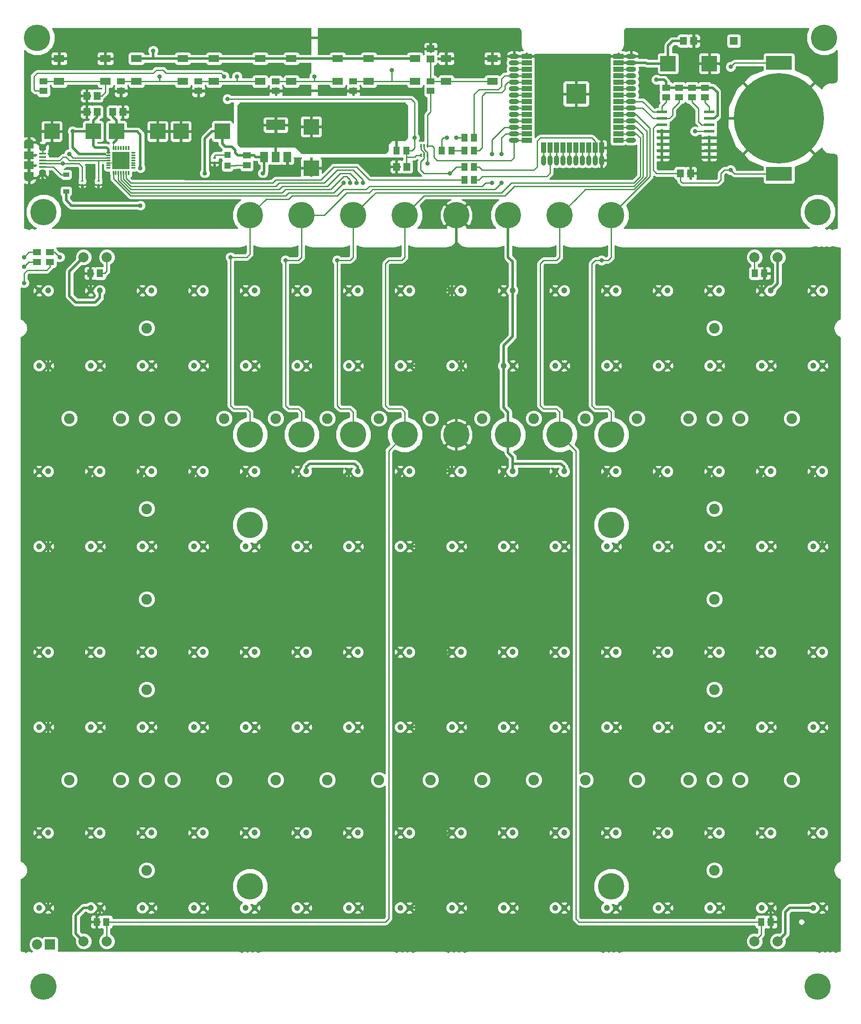
<source format=gbl>
G04 #@! TF.GenerationSoftware,KiCad,Pcbnew,no-vcs-found-bf44d39~61~ubuntu16.04.1*
G04 #@! TF.CreationDate,2018-01-05T12:00:21+05:30*
G04 #@! TF.ProjectId,chromogram,6368726F6D6F6772616D2E6B69636164,rev?*
G04 #@! TF.SameCoordinates,Original*
G04 #@! TF.FileFunction,Copper,L2,Bot,Signal*
G04 #@! TF.FilePolarity,Positive*
%FSLAX46Y46*%
G04 Gerber Fmt 4.6, Leading zero omitted, Abs format (unit mm)*
G04 Created by KiCad (PCBNEW no-vcs-found-bf44d39~61~ubuntu16.04.1) date Fri Jan  5 12:00:21 2018*
%MOMM*%
%LPD*%
G01*
G04 APERTURE LIST*
%ADD10C,5.200000*%
%ADD11C,0.750000*%
%ADD12R,1.200000X0.900000*%
%ADD13R,0.500000X0.250000*%
%ADD14C,17.780000*%
%ADD15R,5.080000X2.794000*%
%ADD16R,1.600000X1.600000*%
%ADD17R,2.000000X2.000000*%
%ADD18O,2.000000X2.000000*%
%ADD19R,1.675000X1.675000*%
%ADD20O,0.300000X0.850000*%
%ADD21O,0.850000X0.300000*%
%ADD22C,0.800000*%
%ADD23R,0.600000X0.400000*%
%ADD24R,1.198880X1.198880*%
%ADD25R,1.998980X0.599440*%
%ADD26C,2.000000*%
%ADD27C,1.200000*%
%ADD28R,2.100000X1.400000*%
%ADD29R,1.900000X1.500000*%
%ADD30C,1.450000*%
%ADD31R,1.350000X0.400000*%
%ADD32O,1.900000X1.200000*%
%ADD33R,1.900000X1.200000*%
%ADD34R,1.498600X1.300480*%
%ADD35R,1.300480X1.498600*%
%ADD36C,2.082800*%
%ADD37R,1.350000X1.550000*%
%ADD38R,3.048000X3.048000*%
%ADD39R,1.550000X1.350000*%
%ADD40R,0.400000X0.650000*%
%ADD41R,3.800000X2.000000*%
%ADD42R,1.500000X2.000000*%
%ADD43R,2.000000X1.000000*%
%ADD44R,1.000000X2.000000*%
%ADD45R,4.000000X4.000000*%
%ADD46O,2.000000X1.000000*%
%ADD47O,1.000000X2.000000*%
%ADD48C,0.900000*%
%ADD49C,0.508000*%
%ADD50C,0.254000*%
%ADD51C,0.152400*%
G04 APERTURE END LIST*
D10*
X95885000Y-88265000D03*
X106045000Y-88265000D03*
X116205000Y-88265000D03*
X167005000Y-88265000D03*
X156845000Y-88265000D03*
X126365000Y-88265000D03*
X146685000Y-88265000D03*
X136525000Y-88265000D03*
X95885000Y-131445000D03*
X106045000Y-131445000D03*
X116205000Y-131445000D03*
X167005000Y-131445000D03*
X156845000Y-131445000D03*
X126365000Y-131445000D03*
X146685000Y-131445000D03*
X136525000Y-131445000D03*
D11*
X53721000Y-86360000D03*
X56769000Y-86360000D03*
X56769000Y-88900000D03*
X53721000Y-88900000D03*
X55245000Y-89662000D03*
X55245000Y-85598000D03*
X53213000Y-87630000D03*
X57277000Y-87630000D03*
D10*
X55245000Y-87630000D03*
D11*
X53721000Y-238760000D03*
X56769000Y-238760000D03*
X56769000Y-241300000D03*
X53721000Y-241300000D03*
X55245000Y-242062000D03*
X55245000Y-237998000D03*
X53213000Y-240030000D03*
X57277000Y-240030000D03*
D10*
X55245000Y-240030000D03*
D11*
X206121000Y-238760000D03*
X209169000Y-238760000D03*
X209169000Y-241300000D03*
X206121000Y-241300000D03*
X207645000Y-242062000D03*
X207645000Y-237998000D03*
X205613000Y-240030000D03*
X209677000Y-240030000D03*
D10*
X207645000Y-240030000D03*
D11*
X94361000Y-147955000D03*
X97409000Y-147955000D03*
X97409000Y-150495000D03*
X94361000Y-150495000D03*
X95885000Y-151257000D03*
X95885000Y-147193000D03*
X93853000Y-149225000D03*
X97917000Y-149225000D03*
D10*
X95885000Y-149225000D03*
D11*
X165481000Y-147955000D03*
X168529000Y-147955000D03*
X168529000Y-150495000D03*
X165481000Y-150495000D03*
X167005000Y-151257000D03*
X167005000Y-147193000D03*
X164973000Y-149225000D03*
X169037000Y-149225000D03*
D10*
X167005000Y-149225000D03*
D11*
X165481000Y-219075000D03*
X168529000Y-219075000D03*
X168529000Y-221615000D03*
X165481000Y-221615000D03*
X167005000Y-222377000D03*
X167005000Y-218313000D03*
X164973000Y-220345000D03*
X169037000Y-220345000D03*
D10*
X167005000Y-220345000D03*
D11*
X94361000Y-219075000D03*
X97409000Y-219075000D03*
X97409000Y-221615000D03*
X94361000Y-221615000D03*
X95885000Y-222377000D03*
X95885000Y-218313000D03*
X93853000Y-220345000D03*
X97917000Y-220345000D03*
D10*
X95885000Y-220345000D03*
D11*
X206121000Y-86360000D03*
X209169000Y-86360000D03*
X209169000Y-88900000D03*
X206121000Y-88900000D03*
X207645000Y-89662000D03*
X207645000Y-85598000D03*
X205613000Y-87630000D03*
X209677000Y-87630000D03*
D10*
X207645000Y-87630000D03*
D11*
X207391000Y-52070000D03*
X210439000Y-52070000D03*
X210439000Y-54610000D03*
X207391000Y-54610000D03*
X208915000Y-55372000D03*
X208915000Y-51308000D03*
X206883000Y-53340000D03*
X210947000Y-53340000D03*
D10*
X208915000Y-53340000D03*
D11*
X52451000Y-52070000D03*
X55499000Y-52070000D03*
X55499000Y-54610000D03*
X52451000Y-54610000D03*
X53975000Y-55372000D03*
X53975000Y-51308000D03*
X51943000Y-53340000D03*
X56007000Y-53340000D03*
D10*
X53975000Y-53340000D03*
D12*
X59690000Y-83565000D03*
X59690000Y-80265000D03*
D13*
X66040000Y-81540000D03*
X66040000Y-82290000D03*
X62865000Y-81540000D03*
X62865000Y-82290000D03*
D14*
X200025000Y-69215000D03*
D15*
X200025000Y-58293000D03*
X200025000Y-80137000D03*
D16*
X191135000Y-53975000D03*
D17*
X56515000Y-231775000D03*
D18*
X53975000Y-231775000D03*
D19*
X69647500Y-78307500D03*
X69647500Y-76632500D03*
X71322500Y-78307500D03*
X71322500Y-76632500D03*
D20*
X68985000Y-79920000D03*
X69485000Y-79920000D03*
X69985000Y-79920000D03*
X70485000Y-79920000D03*
X70985000Y-79920000D03*
X71485000Y-79920000D03*
X71985000Y-79920000D03*
D21*
X72935000Y-78970000D03*
X72935000Y-78470000D03*
X72935000Y-77970000D03*
X72935000Y-77470000D03*
X72935000Y-76970000D03*
X72935000Y-76470000D03*
X72935000Y-75970000D03*
D20*
X71985000Y-75020000D03*
X71485000Y-75020000D03*
X70985000Y-75020000D03*
X70485000Y-75020000D03*
X69985000Y-75020000D03*
X69485000Y-75020000D03*
X68985000Y-75020000D03*
D21*
X68035000Y-75970000D03*
X68035000Y-76470000D03*
X68035000Y-76970000D03*
X68035000Y-77470000D03*
X68035000Y-77970000D03*
X68035000Y-78470000D03*
X68035000Y-78970000D03*
D22*
X69850000Y-78105000D03*
X71120000Y-78105000D03*
X71120000Y-76835000D03*
X69850000Y-76835000D03*
X70485000Y-77470000D03*
D23*
X88900000Y-77020000D03*
X88900000Y-77920000D03*
D24*
X91440000Y-76420980D03*
X91440000Y-78519020D03*
D25*
X186260740Y-67945000D03*
X186260740Y-69215000D03*
X186260740Y-70485000D03*
X186260740Y-71755000D03*
X186260740Y-73025000D03*
X186260740Y-74295000D03*
X186260740Y-75565000D03*
X186260740Y-76835000D03*
X176959260Y-76835000D03*
X176959260Y-75565000D03*
X176959260Y-74295000D03*
X176959260Y-73025000D03*
X176959260Y-71755000D03*
X176959260Y-70485000D03*
X176959260Y-69215000D03*
X176959260Y-67945000D03*
D26*
X63119000Y-96520000D03*
X67691000Y-96520000D03*
D27*
X64505000Y-224560000D03*
X66305000Y-224560000D03*
D28*
X119275000Y-61940000D03*
X128375000Y-61940000D03*
X128375000Y-57440000D03*
X119275000Y-57440000D03*
X104035000Y-61940000D03*
X113135000Y-61940000D03*
X113135000Y-57440000D03*
X104035000Y-57440000D03*
X67415000Y-57440000D03*
X58315000Y-57440000D03*
X58315000Y-61940000D03*
X67415000Y-61940000D03*
X143615000Y-57440000D03*
X134515000Y-57440000D03*
X134515000Y-61940000D03*
X143615000Y-61940000D03*
X88795000Y-61940000D03*
X97895000Y-61940000D03*
X97895000Y-57440000D03*
X88795000Y-57440000D03*
X73555000Y-61940000D03*
X82655000Y-61940000D03*
X82655000Y-57440000D03*
X73555000Y-57440000D03*
D29*
X52355000Y-76470000D03*
D30*
X55055000Y-79970000D03*
D31*
X55055000Y-78120000D03*
X55055000Y-78770000D03*
X55055000Y-76170000D03*
X55055000Y-76820000D03*
X55055000Y-77470000D03*
D30*
X55055000Y-74970000D03*
D29*
X52355000Y-78470000D03*
D32*
X52355000Y-80970000D03*
X52355000Y-73970000D03*
D33*
X52355000Y-74570000D03*
X52355000Y-80370000D03*
D34*
X53975000Y-97472500D03*
X53975000Y-95567500D03*
X56515000Y-97472500D03*
X56515000Y-95567500D03*
X182880000Y-65087500D03*
X182880000Y-63182500D03*
X185420000Y-65087500D03*
X185420000Y-63182500D03*
X177800000Y-65087500D03*
X177800000Y-63182500D03*
X180340000Y-65087500D03*
X180340000Y-63182500D03*
X116205000Y-63817500D03*
X116205000Y-61912500D03*
X100965000Y-63817500D03*
X100965000Y-61912500D03*
D35*
X64452500Y-99695000D03*
X66357500Y-99695000D03*
X197167500Y-99695000D03*
X195262500Y-99695000D03*
X198437500Y-227330000D03*
X196532500Y-227330000D03*
X65722500Y-227330000D03*
X67627500Y-227330000D03*
D27*
X196585000Y-117880000D03*
X198385000Y-117880000D03*
X56145000Y-103100000D03*
X54345000Y-103100000D03*
X76465000Y-103100000D03*
X74665000Y-103100000D03*
X86625000Y-103100000D03*
X84825000Y-103100000D03*
X96785000Y-103100000D03*
X94985000Y-103100000D03*
X106945000Y-103100000D03*
X105145000Y-103100000D03*
X117105000Y-103100000D03*
X115305000Y-103100000D03*
X127265000Y-103100000D03*
X125465000Y-103100000D03*
X137425000Y-103100000D03*
X135625000Y-103100000D03*
X147585000Y-103100000D03*
X145785000Y-103100000D03*
X157745000Y-103100000D03*
X155945000Y-103100000D03*
X167905000Y-103100000D03*
X166105000Y-103100000D03*
X178065000Y-103100000D03*
X176265000Y-103100000D03*
X188225000Y-103100000D03*
X186425000Y-103100000D03*
X198385000Y-103100000D03*
X196585000Y-103100000D03*
X208545000Y-103100000D03*
X206745000Y-103100000D03*
X206745000Y-117880000D03*
X208545000Y-117880000D03*
X186425000Y-117880000D03*
X188225000Y-117880000D03*
X176265000Y-117880000D03*
X178065000Y-117880000D03*
X166105000Y-117880000D03*
X167905000Y-117880000D03*
X155945000Y-117880000D03*
X157745000Y-117880000D03*
X145785000Y-117880000D03*
X147585000Y-117880000D03*
X135625000Y-117880000D03*
X137425000Y-117880000D03*
X125465000Y-117880000D03*
X127265000Y-117880000D03*
X115305000Y-117880000D03*
X117105000Y-117880000D03*
X105145000Y-117880000D03*
X106945000Y-117880000D03*
X94985000Y-117880000D03*
X96785000Y-117880000D03*
X84825000Y-117880000D03*
X86625000Y-117880000D03*
X74665000Y-117880000D03*
X76465000Y-117880000D03*
X64505000Y-117880000D03*
X66305000Y-117880000D03*
X54345000Y-117880000D03*
X56145000Y-117880000D03*
X56145000Y-138660000D03*
X54345000Y-138660000D03*
X66305000Y-138660000D03*
X64505000Y-138660000D03*
X76465000Y-138660000D03*
X74665000Y-138660000D03*
X86625000Y-138660000D03*
X84825000Y-138660000D03*
X96785000Y-138660000D03*
X94985000Y-138660000D03*
X106945000Y-138660000D03*
X105145000Y-138660000D03*
X117105000Y-138660000D03*
X115305000Y-138660000D03*
X127265000Y-138660000D03*
X125465000Y-138660000D03*
X137425000Y-138660000D03*
X135625000Y-138660000D03*
X147585000Y-138660000D03*
X145785000Y-138660000D03*
X157745000Y-138660000D03*
X155945000Y-138660000D03*
X167905000Y-138660000D03*
X166105000Y-138660000D03*
X178065000Y-138660000D03*
X176265000Y-138660000D03*
X188225000Y-138660000D03*
X186425000Y-138660000D03*
X198385000Y-138660000D03*
X196585000Y-138660000D03*
X208545000Y-138660000D03*
X206745000Y-138660000D03*
X206745000Y-153440000D03*
X208545000Y-153440000D03*
X196585000Y-153440000D03*
X198385000Y-153440000D03*
X186425000Y-153440000D03*
X188225000Y-153440000D03*
X176265000Y-153440000D03*
X178065000Y-153440000D03*
X166105000Y-153440000D03*
X167905000Y-153440000D03*
X155945000Y-153440000D03*
X157745000Y-153440000D03*
X145785000Y-153440000D03*
X147585000Y-153440000D03*
X135625000Y-153440000D03*
X137425000Y-153440000D03*
X125465000Y-153440000D03*
X127265000Y-153440000D03*
X115305000Y-153440000D03*
X117105000Y-153440000D03*
X105145000Y-153440000D03*
X106945000Y-153440000D03*
X94985000Y-153440000D03*
X96785000Y-153440000D03*
X84825000Y-153440000D03*
X86625000Y-153440000D03*
X74665000Y-153440000D03*
X76465000Y-153440000D03*
X64505000Y-153440000D03*
X66305000Y-153440000D03*
X54345000Y-153440000D03*
X56145000Y-153440000D03*
X56145000Y-174220000D03*
X54345000Y-174220000D03*
X66305000Y-174220000D03*
X64505000Y-174220000D03*
X76465000Y-174220000D03*
X74665000Y-174220000D03*
X86625000Y-174220000D03*
X84825000Y-174220000D03*
X96785000Y-174220000D03*
X94985000Y-174220000D03*
X106945000Y-174220000D03*
X105145000Y-174220000D03*
X117105000Y-174220000D03*
X115305000Y-174220000D03*
X127265000Y-174220000D03*
X125465000Y-174220000D03*
X137425000Y-174220000D03*
X135625000Y-174220000D03*
X147585000Y-174220000D03*
X145785000Y-174220000D03*
X157745000Y-174220000D03*
X155945000Y-174220000D03*
X167905000Y-174220000D03*
X166105000Y-174220000D03*
X178065000Y-174220000D03*
X176265000Y-174220000D03*
X188225000Y-174220000D03*
X186425000Y-174220000D03*
X198385000Y-174220000D03*
X196585000Y-174220000D03*
X208545000Y-174220000D03*
X206745000Y-174220000D03*
X206745000Y-189000000D03*
X208545000Y-189000000D03*
X196585000Y-189000000D03*
X198385000Y-189000000D03*
X186425000Y-189000000D03*
X188225000Y-189000000D03*
X176265000Y-189000000D03*
X178065000Y-189000000D03*
X166105000Y-189000000D03*
X167905000Y-189000000D03*
X155945000Y-189000000D03*
X157745000Y-189000000D03*
X145785000Y-189000000D03*
X147585000Y-189000000D03*
X135625000Y-189000000D03*
X137425000Y-189000000D03*
X125465000Y-189000000D03*
X127265000Y-189000000D03*
X115305000Y-189000000D03*
X117105000Y-189000000D03*
X105145000Y-189000000D03*
X106945000Y-189000000D03*
X94985000Y-189000000D03*
X96785000Y-189000000D03*
X84825000Y-189000000D03*
X86625000Y-189000000D03*
X74665000Y-189000000D03*
X76465000Y-189000000D03*
X64505000Y-189000000D03*
X66305000Y-189000000D03*
X54345000Y-189000000D03*
X56145000Y-189000000D03*
X56145000Y-209780000D03*
X54345000Y-209780000D03*
X66305000Y-209780000D03*
X64505000Y-209780000D03*
X76465000Y-209780000D03*
X74665000Y-209780000D03*
X86625000Y-209780000D03*
X84825000Y-209780000D03*
X96785000Y-209780000D03*
X94985000Y-209780000D03*
X106945000Y-209780000D03*
X105145000Y-209780000D03*
X117105000Y-209780000D03*
X115305000Y-209780000D03*
X127265000Y-209780000D03*
X125465000Y-209780000D03*
X137425000Y-209780000D03*
X135625000Y-209780000D03*
X147585000Y-209780000D03*
X145785000Y-209780000D03*
X157745000Y-209780000D03*
X155945000Y-209780000D03*
X167905000Y-209780000D03*
X166105000Y-209780000D03*
X178065000Y-209780000D03*
X176265000Y-209780000D03*
X188225000Y-209780000D03*
X186425000Y-209780000D03*
X198385000Y-209780000D03*
X196585000Y-209780000D03*
X208545000Y-209780000D03*
X206745000Y-209780000D03*
X206745000Y-224560000D03*
X208545000Y-224560000D03*
X196585000Y-224560000D03*
X198385000Y-224560000D03*
X186425000Y-224560000D03*
X188225000Y-224560000D03*
X176265000Y-224560000D03*
X178065000Y-224560000D03*
X166105000Y-224560000D03*
X167905000Y-224560000D03*
X155945000Y-224560000D03*
X157745000Y-224560000D03*
X145785000Y-224560000D03*
X147585000Y-224560000D03*
X135625000Y-224560000D03*
X137425000Y-224560000D03*
X125465000Y-224560000D03*
X127265000Y-224560000D03*
X115305000Y-224560000D03*
X117105000Y-224560000D03*
X105145000Y-224560000D03*
X106945000Y-224560000D03*
X94985000Y-224560000D03*
X96785000Y-224560000D03*
X84825000Y-224560000D03*
X86625000Y-224560000D03*
X74665000Y-224560000D03*
X76465000Y-224560000D03*
X54345000Y-224560000D03*
X56145000Y-224560000D03*
X66305000Y-103100000D03*
X64505000Y-103100000D03*
D26*
X63119000Y-231140000D03*
X67691000Y-231140000D03*
X199771000Y-231140000D03*
X195199000Y-231140000D03*
X199771000Y-96520000D03*
X195199000Y-96520000D03*
D36*
X187325000Y-217170000D03*
X187325000Y-199390000D03*
X187325000Y-181610000D03*
X187325000Y-163830000D03*
X187325000Y-146050000D03*
X187325000Y-128270000D03*
X187325000Y-110490000D03*
X75565000Y-217170000D03*
X75565000Y-199390000D03*
X75565000Y-181610000D03*
X75565000Y-163830000D03*
X75565000Y-146050000D03*
X75565000Y-128270000D03*
X75565000Y-110490000D03*
X202565000Y-199390000D03*
X192405000Y-199390000D03*
X182245000Y-199390000D03*
X172085000Y-199390000D03*
X161925000Y-199390000D03*
X151765000Y-199390000D03*
X141605000Y-199390000D03*
X131445000Y-199390000D03*
X121285000Y-199390000D03*
X111125000Y-199390000D03*
X100965000Y-199390000D03*
X90805000Y-199390000D03*
X80645000Y-199390000D03*
X70485000Y-199390000D03*
X60325000Y-199390000D03*
X202565000Y-128270000D03*
X192405000Y-128270000D03*
X182245000Y-128270000D03*
X172085000Y-128270000D03*
X161925000Y-128270000D03*
X151765000Y-128270000D03*
X141605000Y-128270000D03*
X131445000Y-128270000D03*
X121285000Y-128270000D03*
X111125000Y-128270000D03*
X100965000Y-128270000D03*
X90805000Y-128270000D03*
X80645000Y-128270000D03*
X70485000Y-128270000D03*
X60325000Y-128270000D03*
D37*
X182610000Y-80010000D03*
X180610000Y-80010000D03*
D38*
X90424000Y-71755000D03*
X82296000Y-71755000D03*
X107950000Y-70866000D03*
X107950000Y-78994000D03*
D37*
X124730000Y-78740000D03*
X126730000Y-78740000D03*
X63770000Y-64770000D03*
X65770000Y-64770000D03*
D39*
X131445000Y-55515000D03*
X131445000Y-57515000D03*
D38*
X65024000Y-71755000D03*
X56896000Y-71755000D03*
D37*
X63770000Y-67945000D03*
X65770000Y-67945000D03*
D38*
X69596000Y-71755000D03*
X77724000Y-71755000D03*
D37*
X70850000Y-67945000D03*
X68850000Y-67945000D03*
D38*
X178181000Y-58420000D03*
X186309000Y-58420000D03*
D37*
X183245000Y-53975000D03*
X181245000Y-53975000D03*
D40*
X129525000Y-74615000D03*
X130825000Y-74615000D03*
X130175000Y-76515000D03*
X130175000Y-74615000D03*
X130825000Y-76515000D03*
X129525000Y-76515000D03*
D35*
X126682500Y-75565000D03*
X124777500Y-75565000D03*
D34*
X95250000Y-78422500D03*
X95250000Y-76517500D03*
X55245000Y-61912500D03*
X55245000Y-63817500D03*
X131445000Y-61912500D03*
X131445000Y-63817500D03*
D35*
X138112500Y-81280000D03*
X140017500Y-81280000D03*
X138112500Y-78740000D03*
X140017500Y-78740000D03*
X138112500Y-73025000D03*
X140017500Y-73025000D03*
X133667500Y-75565000D03*
X135572500Y-75565000D03*
X138112500Y-75565000D03*
X140017500Y-75565000D03*
D34*
X85725000Y-63817500D03*
X85725000Y-61912500D03*
X70485000Y-63817500D03*
X70485000Y-61912500D03*
D41*
X100965000Y-70510000D03*
D42*
X100965000Y-76810000D03*
X98665000Y-76810000D03*
X103265000Y-76810000D03*
D43*
X168385000Y-56980000D03*
X168385000Y-58250000D03*
X168385000Y-59520000D03*
X168385000Y-60790000D03*
X168385000Y-62060000D03*
X168385000Y-63330000D03*
X168385000Y-64600000D03*
X168385000Y-65870000D03*
X168385000Y-67140000D03*
X168385000Y-68410000D03*
X168385000Y-69680000D03*
X168385000Y-70950000D03*
X168385000Y-72220000D03*
X168385000Y-73490000D03*
D44*
X165100000Y-74980000D03*
X163830000Y-74980000D03*
X162560000Y-74980000D03*
X161290000Y-74980000D03*
X160020000Y-74980000D03*
X158750000Y-74980000D03*
X157480000Y-74980000D03*
X156210000Y-74980000D03*
X154940000Y-74980000D03*
X153670000Y-74980000D03*
D43*
X150385000Y-73490000D03*
X150385000Y-72220000D03*
X150385000Y-70950000D03*
X150385000Y-69680000D03*
X150385000Y-68410000D03*
X150385000Y-67140000D03*
X150385000Y-65870000D03*
X150385000Y-64600000D03*
X150385000Y-63330000D03*
X150385000Y-62060000D03*
X150385000Y-60790000D03*
X150385000Y-59520000D03*
X150385000Y-58250000D03*
X150385000Y-56980000D03*
D45*
X160085000Y-64380000D03*
D46*
X170885000Y-56980000D03*
X170885000Y-58250000D03*
X170885000Y-59520000D03*
X170885000Y-60790000D03*
X170885000Y-62060000D03*
X170885000Y-63330000D03*
X170885000Y-64600000D03*
X170885000Y-65870000D03*
X170885000Y-67140000D03*
X170885000Y-68410000D03*
X170885000Y-69680000D03*
X170885000Y-70950000D03*
X170885000Y-72220000D03*
X170885000Y-73490000D03*
X147885000Y-58250000D03*
X147885000Y-67140000D03*
X147885000Y-68410000D03*
X147885000Y-60790000D03*
X147885000Y-56980000D03*
X147885000Y-69680000D03*
X147885000Y-63330000D03*
X147885000Y-73490000D03*
X147885000Y-72220000D03*
X147885000Y-65870000D03*
X147885000Y-64600000D03*
X147885000Y-62060000D03*
X147885000Y-70950000D03*
X147885000Y-59520000D03*
D47*
X165100000Y-77480000D03*
X163830000Y-77480000D03*
X162560000Y-77480000D03*
X161290000Y-77480000D03*
X160020000Y-77480000D03*
X157480000Y-77480000D03*
X156210000Y-77480000D03*
X154940000Y-77480000D03*
X153670000Y-77480000D03*
X158750000Y-77480000D03*
D48*
X190500000Y-79375000D03*
X190500000Y-59055000D03*
X76835000Y-55880000D03*
X126365000Y-71120000D03*
X126365000Y-73025000D03*
X123825000Y-73025000D03*
X121285000Y-74295000D03*
X118745000Y-74295000D03*
X116205000Y-74295000D03*
X113665000Y-74295000D03*
X111125000Y-74295000D03*
X108585000Y-74295000D03*
X106045000Y-74295000D03*
X103505000Y-74295000D03*
X100965000Y-74295000D03*
X98425000Y-74295000D03*
X95885000Y-74295000D03*
X93980000Y-70485000D03*
X93980000Y-74295000D03*
X93980000Y-72390000D03*
X93980000Y-68580000D03*
X93980000Y-66675000D03*
X95885000Y-66675000D03*
X98425000Y-66675000D03*
X100965000Y-66675000D03*
X103505000Y-66675000D03*
X106045000Y-66675000D03*
X108585000Y-66675000D03*
X111125000Y-66675000D03*
X113665000Y-66675000D03*
X116205000Y-66675000D03*
X118745000Y-66675000D03*
X121285000Y-66675000D03*
X123825000Y-66675000D03*
X126365000Y-66675000D03*
X99060000Y-68580000D03*
X102870000Y-68580000D03*
X105410000Y-68580000D03*
X107950000Y-68580000D03*
X110490000Y-68580000D03*
X112395000Y-68580000D03*
X114300000Y-68580000D03*
X116205000Y-68580000D03*
X118110000Y-68580000D03*
X120015000Y-68580000D03*
X121920000Y-68580000D03*
X123825000Y-68580000D03*
X125730000Y-68580000D03*
X133350000Y-106680000D03*
X129540000Y-114300000D03*
X129540000Y-149860000D03*
X133350000Y-142240000D03*
X133350000Y-177800000D03*
X129540000Y-185420000D03*
X133350000Y-213360000D03*
X130175000Y-220980000D03*
X51435000Y-98425000D03*
X51435000Y-101600000D03*
X86995000Y-80010000D03*
X98425000Y-80010000D03*
X74295000Y-86360000D03*
X175895000Y-61595000D03*
X90805000Y-60960000D03*
X91440000Y-65405000D03*
X128270000Y-73025000D03*
X114300000Y-81915000D03*
X118110000Y-81915000D03*
X145415000Y-81915000D03*
X102870000Y-97155000D03*
X51435000Y-96520000D03*
X145415000Y-76200000D03*
X143510000Y-81915000D03*
X92075000Y-96520000D03*
X58420000Y-96520000D03*
X143510000Y-76200000D03*
X108585000Y-60960000D03*
X136525000Y-73025000D03*
X116840000Y-81915000D03*
X134620000Y-73025000D03*
X115570000Y-81915000D03*
X93345000Y-60960000D03*
X78105000Y-60960000D03*
X59054970Y-78105000D03*
X60325000Y-76200000D03*
X113030000Y-97155000D03*
X165100000Y-97155000D03*
X74295000Y-78994000D03*
X100965000Y-68580000D03*
X60960000Y-71755000D03*
X130810000Y-78105000D03*
X135255000Y-80010000D03*
X123825000Y-59690000D03*
X183515000Y-71755000D03*
D49*
X63770000Y-67945000D02*
X63770000Y-64770000D01*
X62230000Y-83820000D02*
X62865000Y-83820000D01*
X62865000Y-83820000D02*
X63500000Y-83820000D01*
X62865000Y-82290000D02*
X62865000Y-83820000D01*
X61595000Y-83185000D02*
X62230000Y-83820000D01*
X61595000Y-82550000D02*
X61595000Y-83185000D01*
X55880000Y-81915000D02*
X60960000Y-81915000D01*
X60960000Y-81915000D02*
X61595000Y-82550000D01*
X66040000Y-83185000D02*
X66040000Y-82290000D01*
X65405000Y-83820000D02*
X66040000Y-83185000D01*
X63500000Y-83820000D02*
X65405000Y-83820000D01*
X200025000Y-69215000D02*
X188849000Y-69215000D01*
X55055000Y-79970000D02*
X55055000Y-81090000D01*
X55055000Y-81090000D02*
X55880000Y-81915000D01*
X57908000Y-59055000D02*
X58315000Y-58648000D01*
X52355000Y-71755000D02*
X52355000Y-60675000D01*
X52355000Y-60675000D02*
X53975000Y-59055000D01*
X53975000Y-59055000D02*
X57908000Y-59055000D01*
X58315000Y-58648000D02*
X58315000Y-57440000D01*
X99707700Y-63817500D02*
X100965000Y-63817500D01*
X85725000Y-63817500D02*
X96054658Y-63817500D01*
X96060159Y-63811999D02*
X99702199Y-63811999D01*
X99702199Y-63811999D02*
X99707700Y-63817500D01*
X96054658Y-63817500D02*
X96060159Y-63811999D01*
X103941000Y-78994000D02*
X103505000Y-78994000D01*
X103505000Y-78994000D02*
X101854000Y-78994000D01*
X103265000Y-76810000D02*
X103265000Y-78754000D01*
X103265000Y-78754000D02*
X103505000Y-78994000D01*
X99695000Y-81153000D02*
X88900000Y-81153000D01*
X101854000Y-78994000D02*
X99695000Y-81153000D01*
X64505000Y-103100000D02*
X64505000Y-99747500D01*
X64505000Y-99747500D02*
X64452500Y-99695000D01*
X197167500Y-99695000D02*
X197167500Y-101282500D01*
X196585000Y-101865000D02*
X196585000Y-103100000D01*
X197167500Y-101282500D02*
X196585000Y-101865000D01*
X66305000Y-224560000D02*
X66305000Y-225795000D01*
X65722500Y-226377500D02*
X65722500Y-227330000D01*
X66305000Y-225795000D02*
X65722500Y-226377500D01*
X112014000Y-77470000D02*
X110490000Y-78994000D01*
X118745000Y-78740000D02*
X117475000Y-77470000D01*
X117475000Y-77470000D02*
X112014000Y-77470000D01*
X124730000Y-78740000D02*
X118745000Y-78740000D01*
X110490000Y-78994000D02*
X107950000Y-78994000D01*
X63770000Y-67945000D02*
X57785000Y-67945000D01*
X56896000Y-68834000D02*
X56896000Y-71755000D01*
X57785000Y-67945000D02*
X56896000Y-68834000D01*
X52355000Y-73970000D02*
X52355000Y-71755000D01*
X56896000Y-71755000D02*
X52355000Y-71755000D01*
X137425000Y-117880000D02*
X137425000Y-126100000D01*
X137425000Y-126100000D02*
X136525000Y-127000000D01*
X136525000Y-127000000D02*
X136525000Y-131445000D01*
X135625000Y-103100000D02*
X135625000Y-97420000D01*
X135625000Y-97420000D02*
X136525000Y-96520000D01*
X136525000Y-96520000D02*
X136525000Y-88265000D01*
D50*
X56515000Y-97472500D02*
X56515000Y-98425000D01*
X52070000Y-99060000D02*
X55880000Y-99060000D01*
X55880000Y-99060000D02*
X56515000Y-98425000D01*
X51435000Y-99695000D02*
X52070000Y-99060000D01*
X51435000Y-101600000D02*
X51435000Y-99695000D01*
X187960000Y-81915000D02*
X188595000Y-81280000D01*
X180610000Y-81550000D02*
X180975000Y-81915000D01*
X180975000Y-81915000D02*
X187960000Y-81915000D01*
X180610000Y-80010000D02*
X180610000Y-81550000D01*
X189230000Y-79375000D02*
X190500000Y-79375000D01*
X188595000Y-81280000D02*
X188595000Y-80010000D01*
X188595000Y-80010000D02*
X189230000Y-79375000D01*
X200025000Y-80137000D02*
X191262000Y-80137000D01*
X191262000Y-80137000D02*
X190949999Y-79824999D01*
X190949999Y-79824999D02*
X190500000Y-79375000D01*
X200025000Y-58293000D02*
X191262000Y-58293000D01*
X191262000Y-58293000D02*
X190500000Y-59055000D01*
D49*
X59690000Y-83565000D02*
X59690000Y-85320000D01*
X59690000Y-85320000D02*
X60730000Y-86360000D01*
D51*
X68985000Y-75020000D02*
X68985000Y-74442600D01*
X68985000Y-74442600D02*
X68986400Y-74441200D01*
X68986400Y-74441200D02*
X68986400Y-74041000D01*
D49*
X74295000Y-72390000D02*
X73660000Y-71755000D01*
X73660000Y-71755000D02*
X71755000Y-71755000D01*
X74295000Y-78994000D02*
X74295000Y-72390000D01*
X73555000Y-57440000D02*
X76835000Y-57440000D01*
X76835000Y-57440000D02*
X82655000Y-57440000D01*
X76835000Y-55880000D02*
X76835000Y-57440000D01*
X61595000Y-105410000D02*
X60325000Y-104140000D01*
X60325000Y-104140000D02*
X60325000Y-101600000D01*
X65405000Y-105410000D02*
X61595000Y-105410000D01*
X66305000Y-104510000D02*
X65405000Y-105410000D01*
X66305000Y-103100000D02*
X66305000Y-104510000D01*
X147585000Y-135880533D02*
X147585000Y-137160000D01*
X157093528Y-137160000D02*
X147585000Y-137160000D01*
X147585000Y-137160000D02*
X147585000Y-138660000D01*
X157745000Y-138660000D02*
X157745000Y-137811472D01*
X157745000Y-137811472D02*
X157093528Y-137160000D01*
X116453528Y-137160000D02*
X117105000Y-137811472D01*
X117105000Y-137811472D02*
X117105000Y-138660000D01*
X107596472Y-137160000D02*
X116453528Y-137160000D01*
X106945000Y-137811472D02*
X107596472Y-137160000D01*
X106945000Y-138660000D02*
X106945000Y-137811472D01*
X60325000Y-101600000D02*
X60325000Y-99314000D01*
X60325000Y-99314000D02*
X63119000Y-96520000D01*
X199771000Y-96520000D02*
X199771000Y-101714000D01*
X199771000Y-101714000D02*
X198385000Y-103100000D01*
X61595000Y-227965000D02*
X61595000Y-229616000D01*
X61595000Y-229616000D02*
X63119000Y-231140000D01*
X201295000Y-228600000D02*
X201295000Y-229616000D01*
X201295000Y-229616000D02*
X199771000Y-231140000D01*
X95250000Y-76517500D02*
X93535500Y-76517500D01*
X90424000Y-74168000D02*
X90424000Y-71755000D01*
X91059000Y-74803000D02*
X90424000Y-74168000D01*
X92329000Y-74803000D02*
X91059000Y-74803000D01*
X92964000Y-75438000D02*
X92329000Y-74803000D01*
X92964000Y-75946000D02*
X92964000Y-75438000D01*
X93535500Y-76517500D02*
X92964000Y-75946000D01*
X68986400Y-74041000D02*
X69367400Y-73660000D01*
X145785000Y-117880000D02*
X145785000Y-126100000D01*
X145785000Y-126100000D02*
X146685000Y-127000000D01*
X146685000Y-127000000D02*
X146685000Y-131445000D01*
X146685000Y-88265000D02*
X146685000Y-96520000D01*
X146685000Y-96520000D02*
X147585000Y-97420000D01*
X147585000Y-97420000D02*
X147585000Y-103100000D01*
X67310000Y-76200000D02*
X62230000Y-76200000D01*
X62230000Y-76200000D02*
X60960000Y-74930000D01*
X60960000Y-74930000D02*
X60960000Y-71755000D01*
D51*
X68035000Y-76470000D02*
X67580000Y-76470000D01*
X67580000Y-76470000D02*
X67310000Y-76200000D01*
D49*
X65405000Y-74930000D02*
X65024000Y-74549000D01*
X68035000Y-75970000D02*
X68035000Y-75312000D01*
X67653000Y-74930000D02*
X65405000Y-74930000D01*
X68035000Y-75312000D02*
X67653000Y-74930000D01*
X65024000Y-74549000D02*
X65024000Y-71755000D01*
X88900000Y-77920000D02*
X88900000Y-81153000D01*
X88900000Y-81153000D02*
X83058000Y-81153000D01*
X83058000Y-81153000D02*
X82296000Y-80391000D01*
X82296000Y-80391000D02*
X82296000Y-71755000D01*
X77724000Y-71755000D02*
X82296000Y-71755000D01*
D50*
X55055000Y-76170000D02*
X55055000Y-74970000D01*
D49*
X52355000Y-73970000D02*
X54055000Y-73970000D01*
X54055000Y-73970000D02*
X55055000Y-74970000D01*
X52355000Y-80970000D02*
X54055000Y-80970000D01*
X54055000Y-80970000D02*
X55055000Y-79970000D01*
X52355000Y-80970000D02*
X52355000Y-80370000D01*
X52355000Y-78470000D02*
X52355000Y-80370000D01*
X52355000Y-76470000D02*
X52355000Y-78470000D01*
X52355000Y-74570000D02*
X52355000Y-76470000D01*
X52355000Y-74570000D02*
X52355000Y-73970000D01*
X198437500Y-227330000D02*
X198437500Y-224612500D01*
X198437500Y-224612500D02*
X198385000Y-224560000D01*
X175895000Y-142240000D02*
X166370000Y-142240000D01*
X186055000Y-142240000D02*
X175895000Y-142240000D01*
X176265000Y-138660000D02*
X176265000Y-139508528D01*
X175895000Y-139878528D02*
X175895000Y-142240000D01*
X176265000Y-139508528D02*
X175895000Y-139878528D01*
X208545000Y-147585000D02*
X205740000Y-144780000D01*
X205740000Y-144780000D02*
X205740000Y-142240000D01*
X208545000Y-153440000D02*
X208545000Y-147585000D01*
X196215000Y-142240000D02*
X186055000Y-142240000D01*
X186425000Y-138660000D02*
X186425000Y-139508528D01*
X186425000Y-139508528D02*
X186055000Y-139878528D01*
X186055000Y-139878528D02*
X186055000Y-142240000D01*
X205740000Y-142240000D02*
X196215000Y-142240000D01*
X196585000Y-138660000D02*
X196585000Y-139508528D01*
X196585000Y-139508528D02*
X196215000Y-139878528D01*
X196215000Y-139878528D02*
X196215000Y-142240000D01*
X206375000Y-139878528D02*
X206375000Y-141605000D01*
X206745000Y-139508528D02*
X206375000Y-139878528D01*
X165735000Y-141605000D02*
X165735000Y-139878528D01*
X206375000Y-141605000D02*
X205740000Y-142240000D01*
X166105000Y-139508528D02*
X166105000Y-138660000D01*
X206745000Y-138660000D02*
X206745000Y-139508528D01*
X166370000Y-142240000D02*
X165735000Y-141605000D01*
X165735000Y-139878528D02*
X166105000Y-139508528D01*
X145415000Y-142240000D02*
X154940000Y-142240000D01*
X133350000Y-142240000D02*
X145415000Y-142240000D01*
X145415000Y-139878528D02*
X145415000Y-142240000D01*
X145785000Y-138660000D02*
X145785000Y-139508528D01*
X145785000Y-139508528D02*
X145415000Y-139878528D01*
X155575000Y-141605000D02*
X154940000Y-142240000D01*
X155575000Y-139878528D02*
X155575000Y-141605000D01*
X155945000Y-138660000D02*
X155945000Y-139508528D01*
X155945000Y-139508528D02*
X155575000Y-139878528D01*
X125095000Y-141605000D02*
X125730000Y-142240000D01*
X125730000Y-142240000D02*
X133350000Y-142240000D01*
X125095000Y-139878528D02*
X125095000Y-141605000D01*
X125465000Y-138660000D02*
X125465000Y-139508528D01*
X125465000Y-139508528D02*
X125095000Y-139878528D01*
X64135000Y-142240000D02*
X74295000Y-142240000D01*
X56145000Y-142240000D02*
X64135000Y-142240000D01*
X64505000Y-138660000D02*
X64505000Y-139508528D01*
X64505000Y-139508528D02*
X64135000Y-139878528D01*
X64135000Y-139878528D02*
X64135000Y-142240000D01*
X74295000Y-142240000D02*
X84455000Y-142240000D01*
X74665000Y-138660000D02*
X74665000Y-139508528D01*
X74665000Y-139508528D02*
X74295000Y-139878528D01*
X74295000Y-139878528D02*
X74295000Y-142240000D01*
X84455000Y-142240000D02*
X94615000Y-142240000D01*
X84825000Y-138660000D02*
X84825000Y-139508528D01*
X84825000Y-139508528D02*
X84455000Y-139878528D01*
X84455000Y-139878528D02*
X84455000Y-142240000D01*
X94615000Y-142240000D02*
X104775000Y-142240000D01*
X94615000Y-139878528D02*
X94615000Y-142240000D01*
X94985000Y-138660000D02*
X94985000Y-139508528D01*
X94985000Y-139508528D02*
X94615000Y-139878528D01*
X104775000Y-142240000D02*
X114935000Y-142240000D01*
X105145000Y-138660000D02*
X105145000Y-139508528D01*
X105145000Y-139508528D02*
X104775000Y-139878528D01*
X104775000Y-139878528D02*
X104775000Y-142240000D01*
X114935000Y-142240000D02*
X115305000Y-141870000D01*
X115305000Y-141870000D02*
X115305000Y-138660000D01*
X56145000Y-142240000D02*
X56145000Y-140460000D01*
X56145000Y-153440000D02*
X56145000Y-142240000D01*
X135625000Y-136155000D02*
X136525000Y-135255000D01*
X136525000Y-135255000D02*
X136525000Y-131445000D01*
X135625000Y-138660000D02*
X135625000Y-136155000D01*
X135625000Y-103100000D02*
X135625000Y-112130000D01*
X135625000Y-112130000D02*
X137425000Y-113930000D01*
X137425000Y-113930000D02*
X137425000Y-117880000D01*
X188849000Y-58928000D02*
X188849000Y-69215000D01*
X188849000Y-69215000D02*
X188849000Y-73025000D01*
X186260740Y-73025000D02*
X188849000Y-73025000D01*
X188849000Y-73025000D02*
X188849000Y-74295000D01*
X186260740Y-74295000D02*
X188849000Y-74295000D01*
X188849000Y-74295000D02*
X188849000Y-75565000D01*
X188849000Y-75565000D02*
X188849000Y-76200000D01*
X186260740Y-75565000D02*
X188849000Y-75565000D01*
X188849000Y-76200000D02*
X188214000Y-76835000D01*
X188214000Y-76835000D02*
X186260740Y-76835000D01*
X186309000Y-58420000D02*
X188341000Y-58420000D01*
X188341000Y-58420000D02*
X188849000Y-58928000D01*
X182245000Y-78105000D02*
X182610000Y-78470000D01*
X180610000Y-77740000D02*
X180975000Y-78105000D01*
X180975000Y-78105000D02*
X182245000Y-78105000D01*
X180610000Y-76835000D02*
X180610000Y-77740000D01*
X182610000Y-78470000D02*
X182610000Y-80010000D01*
X180610000Y-76835000D02*
X186260740Y-76835000D01*
X70307000Y-53340000D02*
X131445000Y-53340000D01*
X131445000Y-53340000D02*
X133350000Y-53340000D01*
X131445000Y-55515000D02*
X131445000Y-53340000D01*
X133350000Y-53340000D02*
X134515000Y-54505000D01*
X67415000Y-56232000D02*
X70307000Y-53340000D01*
X67415000Y-57440000D02*
X67415000Y-56232000D01*
X134515000Y-54505000D02*
X134515000Y-57440000D01*
X180610000Y-75565000D02*
X180610000Y-76835000D01*
X176959260Y-76835000D02*
X180610000Y-76835000D01*
X180610000Y-74295000D02*
X180610000Y-75565000D01*
X176959260Y-75565000D02*
X180610000Y-75565000D01*
X180610000Y-73025000D02*
X180610000Y-74295000D01*
X176959260Y-74295000D02*
X180610000Y-74295000D01*
X180610000Y-72660000D02*
X180610000Y-73025000D01*
X176959260Y-73025000D02*
X180610000Y-73025000D01*
X176959260Y-71755000D02*
X179705000Y-71755000D01*
X179705000Y-71755000D02*
X180610000Y-72660000D01*
X100965000Y-63817500D02*
X116205000Y-63817500D01*
X70485000Y-63817500D02*
X85725000Y-63817500D01*
X103941000Y-78994000D02*
X107950000Y-78994000D01*
X146220000Y-56980000D02*
X145760000Y-57440000D01*
X145760000Y-57440000D02*
X143615000Y-57440000D01*
X147885000Y-56980000D02*
X146220000Y-56980000D01*
X177800000Y-52070000D02*
X172890000Y-56980000D01*
X172890000Y-56980000D02*
X170885000Y-56980000D01*
X182623000Y-52070000D02*
X177800000Y-52070000D01*
X183245000Y-53975000D02*
X183244999Y-52691999D01*
X183244999Y-52691999D02*
X182623000Y-52070000D01*
X183245000Y-57515000D02*
X184150000Y-58420000D01*
X184150000Y-58420000D02*
X186309000Y-58420000D01*
X183245000Y-53975000D02*
X183245000Y-57515000D01*
X134515000Y-57440000D02*
X143615000Y-57440000D01*
X58315000Y-57440000D02*
X67415000Y-57440000D01*
X70850000Y-66405000D02*
X70485000Y-66040000D01*
X70485000Y-66040000D02*
X70485000Y-63817500D01*
X70850000Y-67945000D02*
X70850000Y-66405000D01*
X70850000Y-67945000D02*
X76835000Y-67945000D01*
X76835000Y-67945000D02*
X77724000Y-68834000D01*
X77724000Y-68834000D02*
X77724000Y-71755000D01*
X69850000Y-78105000D02*
X69647500Y-78307500D01*
X71120000Y-78105000D02*
X71322500Y-78307500D01*
X71120000Y-76835000D02*
X71322500Y-76632500D01*
X69850000Y-76835000D02*
X69647500Y-76632500D01*
X69850000Y-76835000D02*
X69850000Y-78105000D01*
X71120000Y-76835000D02*
X69850000Y-76835000D01*
X71120000Y-78105000D02*
X71120000Y-76835000D01*
X69850000Y-78105000D02*
X71120000Y-78105000D01*
D51*
X68035000Y-77970000D02*
X69310000Y-77970000D01*
D49*
X69310000Y-77970000D02*
X69647500Y-78307500D01*
X160085000Y-64380000D02*
X160085000Y-69280000D01*
X160085000Y-69280000D02*
X160655000Y-69850000D01*
X164465000Y-69850000D02*
X165100000Y-70485000D01*
X160655000Y-69850000D02*
X164465000Y-69850000D01*
X165100000Y-70485000D02*
X165100000Y-74980000D01*
X150385000Y-56980000D02*
X160020000Y-56980000D01*
X160020000Y-56980000D02*
X168385000Y-56980000D01*
X160085000Y-64380000D02*
X160085000Y-57045000D01*
X160085000Y-57045000D02*
X160020000Y-56980000D01*
X147885000Y-56980000D02*
X150385000Y-56980000D01*
X165100000Y-74980000D02*
X165100000Y-77480000D01*
X168385000Y-56980000D02*
X170885000Y-56980000D01*
X56145000Y-224560000D02*
X56145000Y-211580000D01*
X130175000Y-224155000D02*
X130175000Y-220980000D01*
X133350000Y-211206472D02*
X133350000Y-213360000D01*
X56145000Y-189000000D02*
X56145000Y-176020000D01*
X129540000Y-188595000D02*
X129540000Y-185420000D01*
X133350000Y-175646472D02*
X133350000Y-177800000D01*
X129540000Y-153035000D02*
X129540000Y-149860000D01*
X133350000Y-139065000D02*
X133350000Y-142240000D01*
X56145000Y-117880000D02*
X56145000Y-104900000D01*
X129540000Y-117475000D02*
X129540000Y-114300000D01*
X133350000Y-103505000D02*
X133350000Y-106680000D01*
X56145000Y-189000000D02*
X56145000Y-207980000D01*
X56145000Y-207980000D02*
X54345000Y-209780000D01*
X56145000Y-140460000D02*
X54345000Y-138660000D01*
X56145000Y-153440000D02*
X56145000Y-172420000D01*
X56145000Y-172420000D02*
X54345000Y-174220000D01*
X56145000Y-117880000D02*
X56145000Y-136860000D01*
X56145000Y-136860000D02*
X54345000Y-138660000D01*
X56145000Y-104900000D02*
X54345000Y-103100000D01*
X56145000Y-176020000D02*
X54345000Y-174220000D01*
X56145000Y-211580000D02*
X54345000Y-209780000D01*
X133755000Y-103100000D02*
X133350000Y-103505000D01*
X135625000Y-103100000D02*
X133755000Y-103100000D01*
X129135000Y-117880000D02*
X129540000Y-117475000D01*
X127265000Y-117880000D02*
X129135000Y-117880000D01*
X129135000Y-153440000D02*
X129540000Y-153035000D01*
X127265000Y-153440000D02*
X129135000Y-153440000D01*
X133755000Y-138660000D02*
X133350000Y-139065000D01*
X135625000Y-138660000D02*
X133755000Y-138660000D01*
X135625000Y-174220000D02*
X134776472Y-174220000D01*
X134776472Y-174220000D02*
X133350000Y-175646472D01*
X129135000Y-189000000D02*
X129540000Y-188595000D01*
X127265000Y-189000000D02*
X129135000Y-189000000D01*
X135625000Y-209780000D02*
X134776472Y-209780000D01*
X134776472Y-209780000D02*
X133350000Y-211206472D01*
X129770000Y-224560000D02*
X130175000Y-224155000D01*
X127265000Y-224560000D02*
X129770000Y-224560000D01*
D50*
X52387500Y-97472500D02*
X51435000Y-98425000D01*
X53975000Y-97472500D02*
X52387500Y-97472500D01*
X176959260Y-67945000D02*
X175260000Y-67945000D01*
X175260000Y-67945000D02*
X173185000Y-65870000D01*
X173185000Y-65870000D02*
X170885000Y-65870000D01*
X176959260Y-69215000D02*
X175260000Y-69215000D01*
X175260000Y-69215000D02*
X173185000Y-67140000D01*
X173185000Y-67140000D02*
X170885000Y-67140000D01*
X175260000Y-71120000D02*
X175260000Y-79375000D01*
X175260000Y-79375000D02*
X175895000Y-80010000D01*
X175895000Y-70485000D02*
X175260000Y-71120000D01*
X176959260Y-70485000D02*
X175895000Y-70485000D01*
X175895000Y-80010000D02*
X180610000Y-80010000D01*
D49*
X86995000Y-73152000D02*
X86995000Y-80010000D01*
X90424000Y-71755000D02*
X88392000Y-71755000D01*
X88392000Y-71755000D02*
X86995000Y-73152000D01*
X98665000Y-79770000D02*
X98425000Y-80010000D01*
X98665000Y-76810000D02*
X98665000Y-79770000D01*
X96710500Y-76517500D02*
X97003000Y-76810000D01*
X97003000Y-76810000D02*
X98665000Y-76810000D01*
X95250000Y-76517500D02*
X96710500Y-76517500D01*
X98665000Y-76835000D02*
X98665000Y-76810000D01*
X74295000Y-86360000D02*
X60730000Y-86360000D01*
X201295000Y-225425000D02*
X201295000Y-228600000D01*
X61595000Y-227965000D02*
X61595000Y-226060000D01*
X61595000Y-226060000D02*
X63095000Y-224560000D01*
X63095000Y-224560000D02*
X64505000Y-224560000D01*
X146685000Y-131445000D02*
X146685000Y-134980533D01*
X146685000Y-134980533D02*
X147585000Y-135880533D01*
X145785000Y-117880000D02*
X145785000Y-113930000D01*
X145785000Y-113930000D02*
X147585000Y-112130000D01*
X147585000Y-112130000D02*
X147585000Y-103100000D01*
X175895000Y-61595000D02*
X177370740Y-61595000D01*
X177800000Y-62024260D02*
X177800000Y-63182500D01*
X177370740Y-61595000D02*
X177800000Y-62024260D01*
X187960000Y-64135000D02*
X187007500Y-63182500D01*
X187007500Y-63182500D02*
X185420000Y-63182500D01*
X187960000Y-68580000D02*
X187960000Y-64135000D01*
X187325000Y-69215000D02*
X187960000Y-68580000D01*
X186260740Y-69215000D02*
X187325000Y-69215000D01*
X202160000Y-224560000D02*
X201295000Y-225425000D01*
X206745000Y-224560000D02*
X202160000Y-224560000D01*
X123571000Y-70866000D02*
X124777500Y-72072500D01*
X124777500Y-72072500D02*
X124777500Y-75565000D01*
X107950000Y-70866000D02*
X123571000Y-70866000D01*
D50*
X90170000Y-60325000D02*
X90805000Y-60960000D01*
X79375000Y-60325000D02*
X90170000Y-60325000D01*
X77470000Y-59690000D02*
X78740000Y-59690000D01*
X78740000Y-59690000D02*
X79375000Y-60325000D01*
X53340000Y-60960000D02*
X53975000Y-60325000D01*
X53340000Y-63500000D02*
X53340000Y-60960000D01*
X53657500Y-63817500D02*
X53340000Y-63500000D01*
X55245000Y-63817500D02*
X53657500Y-63817500D01*
X76835000Y-60325000D02*
X77470000Y-59690000D01*
X53975000Y-60325000D02*
X76835000Y-60325000D01*
X127635000Y-65405000D02*
X92076396Y-65405000D01*
X92076396Y-65405000D02*
X91440000Y-65405000D01*
X128270000Y-66040000D02*
X127635000Y-65405000D01*
X128270000Y-73025000D02*
X128270000Y-66040000D01*
X128270000Y-75047477D02*
X127752477Y-75565000D01*
X127752477Y-75565000D02*
X126682500Y-75565000D01*
X128270000Y-73025000D02*
X128270000Y-75047477D01*
X67415000Y-61940000D02*
X67415000Y-64054000D01*
X67415000Y-64054000D02*
X66699000Y-64770000D01*
X66699000Y-64770000D02*
X65770000Y-64770000D01*
X131445000Y-57515000D02*
X131445000Y-61912500D01*
X59690000Y-80265000D02*
X58675000Y-80265000D01*
X57180000Y-78770000D02*
X55055000Y-78770000D01*
X58675000Y-80265000D02*
X57180000Y-78770000D01*
X93154500Y-78422500D02*
X93057980Y-78519020D01*
X93057980Y-78519020D02*
X91440000Y-78519020D01*
X95250000Y-78422500D02*
X93154500Y-78422500D01*
X91440000Y-76420980D02*
X89045020Y-76420980D01*
X88900000Y-76566000D02*
X88900000Y-77020000D01*
X89045020Y-76420980D02*
X88900000Y-76566000D01*
X72390000Y-84455000D02*
X102870000Y-84455000D01*
X112395000Y-83820000D02*
X114300000Y-81915000D01*
X102870000Y-84455000D02*
X103505000Y-83820000D01*
X68985000Y-81050000D02*
X72390000Y-84455000D01*
X68985000Y-79920000D02*
X68985000Y-81050000D01*
X103505000Y-83820000D02*
X112395000Y-83820000D01*
X100965000Y-82550000D02*
X101600000Y-81915000D01*
X70985000Y-79920000D02*
X70985000Y-81145000D01*
X72390000Y-82550000D02*
X100965000Y-82550000D01*
X70985000Y-81145000D02*
X72390000Y-82550000D01*
X101600000Y-81915000D02*
X110490000Y-81915000D01*
X110490000Y-81915000D02*
X113030000Y-79375000D01*
X116205000Y-79375000D02*
X118110000Y-81280000D01*
X118110000Y-81280000D02*
X118110000Y-81915000D01*
X113030000Y-79375000D02*
X116205000Y-79375000D01*
X132715000Y-77470000D02*
X132080000Y-76835000D01*
X147885000Y-76905000D02*
X147320000Y-77470000D01*
X147885000Y-73490000D02*
X147885000Y-76905000D01*
X147320000Y-77470000D02*
X132715000Y-77470000D01*
X132080000Y-76835000D02*
X132080000Y-74930000D01*
X132080000Y-74930000D02*
X131765000Y-74615000D01*
X131765000Y-74615000D02*
X130825000Y-74615000D01*
X119380000Y-83820000D02*
X114935000Y-83820000D01*
X120015000Y-83185000D02*
X119380000Y-83820000D01*
X145415000Y-81915000D02*
X144145000Y-83185000D01*
X144145000Y-83185000D02*
X120015000Y-83185000D01*
X110490000Y-88265000D02*
X106045000Y-88265000D01*
X114935000Y-83820000D02*
X110490000Y-88265000D01*
X103505000Y-126365000D02*
X102870000Y-125730000D01*
X105410000Y-126365000D02*
X103505000Y-126365000D01*
X102870000Y-125730000D02*
X102870000Y-97155000D01*
X106045000Y-127000000D02*
X105410000Y-126365000D01*
X106045000Y-131445000D02*
X106045000Y-127000000D01*
X106045000Y-96520000D02*
X105410000Y-97155000D01*
X105410000Y-97155000D02*
X102870000Y-97155000D01*
X106045000Y-88265000D02*
X106045000Y-96520000D01*
X53975000Y-95567500D02*
X52387500Y-95567500D01*
X52387500Y-95567500D02*
X51435000Y-96520000D01*
X145415000Y-73025000D02*
X146220000Y-72220000D01*
X146220000Y-72220000D02*
X147885000Y-72220000D01*
X145415000Y-76200000D02*
X145415000Y-73025000D01*
X118745000Y-83185000D02*
X114300000Y-83185000D01*
X119380000Y-82550000D02*
X118745000Y-83185000D01*
X141605000Y-82550000D02*
X119380000Y-82550000D01*
X142240000Y-81915000D02*
X141605000Y-82550000D01*
X143510000Y-81915000D02*
X142240000Y-81915000D01*
X113030000Y-84455000D02*
X104140000Y-84455000D01*
X114300000Y-83185000D02*
X113030000Y-84455000D01*
X99060000Y-85090000D02*
X95885000Y-88265000D01*
X104140000Y-84455000D02*
X103505000Y-85090000D01*
X103505000Y-85090000D02*
X99060000Y-85090000D01*
X92075000Y-96520000D02*
X92075000Y-125730000D01*
X92710000Y-126365000D02*
X92075000Y-125730000D01*
X95250000Y-126365000D02*
X92710000Y-126365000D01*
X95885000Y-127000000D02*
X95250000Y-126365000D01*
X95885000Y-131445000D02*
X95885000Y-127000000D01*
X95885000Y-88265000D02*
X95885000Y-95885000D01*
X95885000Y-95885000D02*
X95250000Y-96520000D01*
X95250000Y-96520000D02*
X92075000Y-96520000D01*
X56515000Y-95567500D02*
X57467500Y-95567500D01*
X57467500Y-95567500D02*
X58420000Y-96520000D01*
X143510000Y-73436000D02*
X143510000Y-76200000D01*
X147885000Y-70950000D02*
X145996000Y-70950000D01*
X145996000Y-70950000D02*
X143510000Y-73436000D01*
X108585000Y-61940000D02*
X108585000Y-60960000D01*
X154305000Y-80645000D02*
X154940000Y-80010000D01*
X140017500Y-81280000D02*
X140970000Y-81280000D01*
X154305000Y-80645000D02*
X141605000Y-80645000D01*
X141605000Y-80645000D02*
X140970000Y-81280000D01*
X100330000Y-81915000D02*
X72390000Y-81915000D01*
X71485000Y-81010000D02*
X72390000Y-81915000D01*
X71485000Y-79920000D02*
X71485000Y-81010000D01*
X112395000Y-78740000D02*
X109855000Y-81280000D01*
X109855000Y-81280000D02*
X100965000Y-81280000D01*
X100965000Y-81280000D02*
X100330000Y-81915000D01*
X116840000Y-78740000D02*
X112395000Y-78740000D01*
X119380000Y-81280000D02*
X116840000Y-78740000D01*
X138112500Y-81280000D02*
X119380000Y-81280000D01*
X153035000Y-73025000D02*
X152400000Y-73660000D01*
X152400000Y-78740000D02*
X151765000Y-79375000D01*
X163195000Y-73025000D02*
X153035000Y-73025000D01*
X163830000Y-73660000D02*
X163195000Y-73025000D01*
X163830000Y-74980000D02*
X163830000Y-73660000D01*
X152400000Y-73660000D02*
X152400000Y-78740000D01*
X151765000Y-79375000D02*
X141605000Y-79375000D01*
X141605000Y-79375000D02*
X140970000Y-78740000D01*
X140970000Y-78740000D02*
X140017500Y-78740000D01*
X101600000Y-83185000D02*
X102235000Y-82550000D01*
X70485000Y-81280000D02*
X72390000Y-83185000D01*
X72390000Y-83185000D02*
X101600000Y-83185000D01*
X70485000Y-79920000D02*
X70485000Y-81280000D01*
X113665000Y-80010000D02*
X115570000Y-80010000D01*
X102235000Y-82550000D02*
X111125000Y-82550000D01*
X111125000Y-82550000D02*
X113665000Y-80010000D01*
X115570000Y-80010000D02*
X116840000Y-81280000D01*
X116840000Y-81280000D02*
X116840000Y-81915000D01*
X136525000Y-73025000D02*
X138112500Y-73025000D01*
X140017500Y-73025000D02*
X140017500Y-64452500D01*
X140017500Y-64452500D02*
X140970000Y-63500000D01*
X140970000Y-63500000D02*
X144780000Y-63500000D01*
X144780000Y-63500000D02*
X145415000Y-62865000D01*
X145415000Y-62865000D02*
X145415000Y-61425000D01*
X145415000Y-61425000D02*
X146050000Y-60790000D01*
X146050000Y-60790000D02*
X147885000Y-60790000D01*
X102235000Y-83820000D02*
X102870000Y-83185000D01*
X115570000Y-81280000D02*
X115570000Y-81915000D01*
X72390000Y-83820000D02*
X102235000Y-83820000D01*
X69985000Y-81415000D02*
X72390000Y-83820000D01*
X69985000Y-79920000D02*
X69985000Y-81415000D01*
X102870000Y-83185000D02*
X111760000Y-83185000D01*
X111760000Y-83185000D02*
X114300000Y-80645000D01*
X114300000Y-80645000D02*
X114935000Y-80645000D01*
X114935000Y-80645000D02*
X115570000Y-81280000D01*
X134620000Y-73025000D02*
X133985000Y-73025000D01*
X133667500Y-73342500D02*
X133667500Y-75565000D01*
X133985000Y-73025000D02*
X133667500Y-73342500D01*
X140017500Y-75565000D02*
X140970000Y-75565000D01*
X141605000Y-74930000D02*
X141605000Y-64770000D01*
X145415000Y-64135000D02*
X146050000Y-63500000D01*
X140970000Y-75565000D02*
X141605000Y-74930000D01*
X141605000Y-64770000D02*
X142240000Y-64135000D01*
X146050000Y-62695000D02*
X146685000Y-62060000D01*
X142240000Y-64135000D02*
X145415000Y-64135000D01*
X146050000Y-63500000D02*
X146050000Y-62695000D01*
X146685000Y-62060000D02*
X147885000Y-62060000D01*
X93345000Y-61940000D02*
X93345000Y-60960000D01*
X78105000Y-61940000D02*
X78105000Y-60960000D01*
X73555000Y-61940000D02*
X70512500Y-61940000D01*
X70512500Y-61940000D02*
X70485000Y-61912500D01*
X66040000Y-80265000D02*
X66040000Y-81540000D01*
X68035000Y-77470000D02*
X66040000Y-77470000D01*
X66040000Y-77470000D02*
X62865000Y-77470000D01*
X66040000Y-80265000D02*
X66040000Y-77470000D01*
X59690000Y-76835000D02*
X60325000Y-77470000D01*
X59055000Y-76835000D02*
X59690000Y-76835000D01*
X58420000Y-77470000D02*
X59055000Y-76835000D01*
X55055000Y-77470000D02*
X58420000Y-77470000D01*
X59054970Y-78105000D02*
X62230000Y-78105000D01*
X62230000Y-78105000D02*
X62865000Y-78740000D01*
X62865000Y-78740000D02*
X62865000Y-80265000D01*
X62865000Y-80265000D02*
X62865000Y-81540000D01*
X55055000Y-78120000D02*
X59039970Y-78120000D01*
X59039970Y-78120000D02*
X59054970Y-78105000D01*
X61095000Y-76970000D02*
X60325000Y-76200000D01*
X68035000Y-76970000D02*
X61095000Y-76970000D01*
X168385000Y-65870000D02*
X170885000Y-65870000D01*
X145415000Y-83820000D02*
X120650000Y-83820000D01*
X172720000Y-80645000D02*
X171450000Y-81915000D01*
X171450000Y-81915000D02*
X147320000Y-81915000D01*
X147320000Y-81915000D02*
X145415000Y-83820000D01*
X172720000Y-73025000D02*
X172720000Y-80645000D01*
X171915000Y-72220000D02*
X172720000Y-73025000D01*
X120650000Y-83820000D02*
X120015000Y-84455000D01*
X170885000Y-72220000D02*
X171915000Y-72220000D01*
X120015000Y-84455000D02*
X116205000Y-88265000D01*
X67691000Y-96520000D02*
X67691000Y-99265740D01*
X67691000Y-99265740D02*
X67261740Y-99695000D01*
X67261740Y-99695000D02*
X66357500Y-99695000D01*
X113665000Y-126365000D02*
X113030000Y-125730000D01*
X115570000Y-126365000D02*
X113665000Y-126365000D01*
X113030000Y-125730000D02*
X113030000Y-97155000D01*
X116205000Y-127000000D02*
X115570000Y-126365000D01*
X116205000Y-131445000D02*
X116205000Y-127000000D01*
X116205000Y-96520000D02*
X115570000Y-97155000D01*
X115570000Y-97155000D02*
X113030000Y-97155000D01*
X116205000Y-88265000D02*
X116205000Y-96520000D01*
X168385000Y-72220000D02*
X170885000Y-72220000D01*
X168385000Y-67140000D02*
X170885000Y-67140000D01*
X195199000Y-96520000D02*
X195199000Y-99631500D01*
X195199000Y-99631500D02*
X195262500Y-99695000D01*
X163830000Y-126365000D02*
X163195000Y-125730000D01*
X163195000Y-97790000D02*
X163830000Y-97155000D01*
X163195000Y-125730000D02*
X163195000Y-97790000D01*
X163830000Y-97155000D02*
X165100000Y-97155000D01*
X167005000Y-127000000D02*
X166370000Y-126365000D01*
X167005000Y-131445000D02*
X167005000Y-127000000D01*
X166370000Y-126365000D02*
X163830000Y-126365000D01*
X170885000Y-68410000D02*
X171915000Y-68410000D01*
X171915000Y-68410000D02*
X174625000Y-71120000D01*
X174625000Y-71120000D02*
X174625000Y-80645000D01*
X174625000Y-80645000D02*
X167005000Y-88265000D01*
X167005000Y-96520000D02*
X166370000Y-97155000D01*
X167005000Y-88265000D02*
X167005000Y-96520000D01*
X166370000Y-97155000D02*
X165100000Y-97155000D01*
X168385000Y-68410000D02*
X170885000Y-68410000D01*
X196532500Y-227330000D02*
X160655000Y-227330000D01*
X160655000Y-227330000D02*
X160020000Y-226695000D01*
X160020000Y-226695000D02*
X160020000Y-134620000D01*
X160020000Y-134620000D02*
X156845000Y-131445000D01*
X171450000Y-83185000D02*
X173990000Y-80645000D01*
X171450000Y-83185000D02*
X161925000Y-83185000D01*
X161925000Y-83185000D02*
X160020000Y-85090000D01*
X196532500Y-227330000D02*
X196532500Y-229806500D01*
X196532500Y-229806500D02*
X195199000Y-231140000D01*
X153670000Y-126365000D02*
X153035000Y-125730000D01*
X156845000Y-96520000D02*
X156845000Y-88265000D01*
X156210000Y-126365000D02*
X153670000Y-126365000D01*
X156845000Y-127000000D02*
X156210000Y-126365000D01*
X153035000Y-97790000D02*
X153670000Y-97155000D01*
X153670000Y-97155000D02*
X156210000Y-97155000D01*
X156845000Y-131445000D02*
X156845000Y-127000000D01*
X153035000Y-125730000D02*
X153035000Y-97790000D01*
X156210000Y-97155000D02*
X156845000Y-96520000D01*
X173990000Y-80645000D02*
X173990000Y-71755000D01*
X156845000Y-88265000D02*
X160020000Y-85090000D01*
X173990000Y-71755000D02*
X171915000Y-69680000D01*
X171915000Y-69680000D02*
X170885000Y-69680000D01*
X168385000Y-69680000D02*
X170885000Y-69680000D01*
X67627500Y-227330000D02*
X122555000Y-227330000D01*
X122555000Y-227330000D02*
X123190000Y-226695000D01*
X123190000Y-226695000D02*
X123190000Y-134620000D01*
X123190000Y-134620000D02*
X126365000Y-131445000D01*
X146050000Y-84455000D02*
X130175000Y-84455000D01*
X173278778Y-80721222D02*
X171450000Y-82550000D01*
X171450000Y-82550000D02*
X147955000Y-82550000D01*
X147955000Y-82550000D02*
X146050000Y-84455000D01*
X173278778Y-72313778D02*
X173278778Y-80721222D01*
X171915000Y-70950000D02*
X173278778Y-72313778D01*
X170885000Y-70950000D02*
X171915000Y-70950000D01*
X130175000Y-84455000D02*
X130098778Y-84531222D01*
X130098778Y-84531222D02*
X126365000Y-88265000D01*
X67691000Y-231140000D02*
X67691000Y-227393500D01*
X67691000Y-227393500D02*
X67627500Y-227330000D01*
X125730000Y-126365000D02*
X123190000Y-126365000D01*
X123190000Y-126365000D02*
X122555000Y-125730000D01*
X125730000Y-97155000D02*
X126365000Y-96520000D01*
X126365000Y-127000000D02*
X125730000Y-126365000D01*
X126365000Y-96520000D02*
X126365000Y-88265000D01*
X126365000Y-131445000D02*
X126365000Y-127000000D01*
X122555000Y-125730000D02*
X122555000Y-97790000D01*
X122555000Y-97790000D02*
X123190000Y-97155000D01*
X123190000Y-97155000D02*
X125730000Y-97155000D01*
X168385000Y-70950000D02*
X170885000Y-70950000D01*
X177800000Y-65087500D02*
X177800000Y-65991740D01*
X177800000Y-65991740D02*
X176959260Y-66832480D01*
X176959260Y-66832480D02*
X176959260Y-67945000D01*
X179070000Y-68580000D02*
X178435000Y-69215000D01*
X178435000Y-69215000D02*
X176959260Y-69215000D01*
X179070000Y-67310000D02*
X179070000Y-68580000D01*
X180340000Y-66040000D02*
X179070000Y-67310000D01*
X180340000Y-65087500D02*
X180340000Y-66040000D01*
X184150000Y-69850000D02*
X184785000Y-70485000D01*
X184785000Y-70485000D02*
X186260740Y-70485000D01*
X184150000Y-67261740D02*
X184150000Y-69850000D01*
X182880000Y-65087500D02*
X182880000Y-65991740D01*
X182880000Y-65991740D02*
X184150000Y-67261740D01*
X185420000Y-66040000D02*
X186260740Y-66880740D01*
X186260740Y-66880740D02*
X186260740Y-67945000D01*
X185420000Y-65087500D02*
X185420000Y-66040000D01*
D49*
X71755000Y-71755000D02*
X69596000Y-71755000D01*
X119275000Y-57440000D02*
X128375000Y-57440000D01*
X113135000Y-57440000D02*
X119275000Y-57440000D01*
X104035000Y-57440000D02*
X113135000Y-57440000D01*
X97895000Y-57440000D02*
X104035000Y-57440000D01*
X88795000Y-57440000D02*
X97895000Y-57440000D01*
X82655000Y-57440000D02*
X88795000Y-57440000D01*
X68850000Y-68850000D02*
X69596000Y-69596000D01*
X69596000Y-69596000D02*
X69596000Y-71755000D01*
X68850000Y-67945000D02*
X68850000Y-68850000D01*
X69367400Y-73660000D02*
X69596000Y-73431400D01*
X69596000Y-73431400D02*
X69596000Y-71755000D01*
X182880000Y-63182500D02*
X185420000Y-63182500D01*
X180340000Y-63182500D02*
X182880000Y-63182500D01*
X177800000Y-63182500D02*
X180340000Y-63182500D01*
X100965000Y-68580000D02*
X100965000Y-70510000D01*
X65024000Y-71755000D02*
X60960000Y-71755000D01*
X100965000Y-76810000D02*
X100965000Y-73660000D01*
X107950000Y-72898000D02*
X107188000Y-73660000D01*
X100965000Y-73660000D02*
X100965000Y-70510000D01*
X107950000Y-70866000D02*
X107950000Y-72898000D01*
X107188000Y-73660000D02*
X100965000Y-73660000D01*
X178181000Y-54864000D02*
X179070000Y-53975000D01*
X179070000Y-53975000D02*
X181245000Y-53975000D01*
X178181000Y-58420000D02*
X178181000Y-54864000D01*
X173820000Y-58250000D02*
X173990000Y-58420000D01*
X173990000Y-58420000D02*
X178181000Y-58420000D01*
X170885000Y-58250000D02*
X173820000Y-58250000D01*
X65770000Y-68850000D02*
X65024000Y-69596000D01*
X65024000Y-69596000D02*
X65024000Y-71755000D01*
X65770000Y-67945000D02*
X65770000Y-68850000D01*
X168385000Y-58250000D02*
X170885000Y-58250000D01*
D50*
X126682500Y-75565000D02*
X126682500Y-76835000D01*
X126682500Y-76835000D02*
X126682500Y-78692500D01*
X128590000Y-76515000D02*
X128270000Y-76835000D01*
X128270000Y-76835000D02*
X126682500Y-76835000D01*
X129525000Y-76515000D02*
X128590000Y-76515000D01*
X126682500Y-78692500D02*
X126730000Y-78740000D01*
X168385000Y-59520000D02*
X170885000Y-59520000D01*
X58315000Y-61940000D02*
X55272500Y-61940000D01*
X55272500Y-61940000D02*
X55245000Y-61912500D01*
X58315000Y-61940000D02*
X67415000Y-61940000D01*
X134515000Y-61940000D02*
X131472500Y-61940000D01*
X131472500Y-61940000D02*
X131445000Y-61912500D01*
X143615000Y-61940000D02*
X134515000Y-61940000D01*
X130810000Y-78105000D02*
X130810000Y-76530000D01*
X130810000Y-76530000D02*
X130825000Y-76515000D01*
X130825000Y-76515000D02*
X130825000Y-75936000D01*
X130175000Y-75286000D02*
X130175000Y-74615000D01*
X130825000Y-75936000D02*
X130175000Y-75286000D01*
X138112500Y-78740000D02*
X136525000Y-78740000D01*
X136525000Y-78740000D02*
X135255000Y-80010000D01*
X130175000Y-80010000D02*
X129501899Y-79336899D01*
X129501899Y-79336899D02*
X129501899Y-77767101D01*
X135255000Y-80010000D02*
X130175000Y-80010000D01*
X130175000Y-77094000D02*
X130175000Y-76515000D01*
X129501899Y-77767101D02*
X130175000Y-77094000D01*
X130175000Y-76515000D02*
X130175000Y-75936000D01*
X130175000Y-75936000D02*
X129525000Y-75286000D01*
X129525000Y-75286000D02*
X129525000Y-74615000D01*
X130825000Y-74615000D02*
X130825000Y-68565000D01*
X131445000Y-67945000D02*
X131445000Y-63817500D01*
X130825000Y-68565000D02*
X131445000Y-67945000D01*
X150385000Y-73490000D02*
X147885000Y-73490000D01*
X150385000Y-72220000D02*
X147885000Y-72220000D01*
X150385000Y-70950000D02*
X147885000Y-70950000D01*
X128375000Y-61940000D02*
X123825000Y-61940000D01*
X123825000Y-61940000D02*
X119275000Y-61940000D01*
X123825000Y-59690000D02*
X123825000Y-61940000D01*
X119275000Y-61940000D02*
X116232500Y-61940000D01*
X116232500Y-61940000D02*
X116205000Y-61912500D01*
X150385000Y-65870000D02*
X147885000Y-65870000D01*
X113135000Y-61940000D02*
X108585000Y-61940000D01*
X108585000Y-61940000D02*
X104035000Y-61940000D01*
X104035000Y-61940000D02*
X100992500Y-61940000D01*
X100992500Y-61940000D02*
X100965000Y-61912500D01*
X147885000Y-67140000D02*
X150385000Y-67140000D01*
X154940000Y-80010000D02*
X154940000Y-77480000D01*
X154940000Y-74980000D02*
X154940000Y-77480000D01*
X163830000Y-74980000D02*
X163830000Y-77480000D01*
X150385000Y-60790000D02*
X147885000Y-60790000D01*
X138112500Y-75565000D02*
X135572500Y-75565000D01*
X147885000Y-62060000D02*
X150385000Y-62060000D01*
X97895000Y-61940000D02*
X93345000Y-61940000D01*
X93345000Y-61940000D02*
X88795000Y-61940000D01*
X88795000Y-61940000D02*
X85752500Y-61940000D01*
X85752500Y-61940000D02*
X85725000Y-61912500D01*
X150385000Y-68410000D02*
X147885000Y-68410000D01*
X82655000Y-61940000D02*
X78105000Y-61940000D01*
X78105000Y-61940000D02*
X73555000Y-61940000D01*
X147885000Y-69680000D02*
X150385000Y-69680000D01*
X158750000Y-74980000D02*
X158750000Y-77480000D01*
X153670000Y-74980000D02*
X153670000Y-77480000D01*
X156210000Y-74980000D02*
X156210000Y-77480000D01*
X157480000Y-74980000D02*
X157480000Y-77480000D01*
X160020000Y-74980000D02*
X160020000Y-77480000D01*
X161290000Y-74980000D02*
X161290000Y-77480000D01*
X162560000Y-74980000D02*
X162560000Y-77480000D01*
X147885000Y-59520000D02*
X150385000Y-59520000D01*
X147885000Y-64600000D02*
X150385000Y-64600000D01*
X150385000Y-63330000D02*
X147885000Y-63330000D01*
X150385000Y-58250000D02*
X147885000Y-58250000D01*
X168385000Y-73490000D02*
X170885000Y-73490000D01*
X169080000Y-64600000D02*
X170885000Y-64600000D01*
X168385000Y-64600000D02*
X169080000Y-64600000D01*
X168385000Y-63330000D02*
X170885000Y-63330000D01*
X168385000Y-62060000D02*
X170885000Y-62060000D01*
X168385000Y-60790000D02*
X170885000Y-60790000D01*
X62865000Y-77470000D02*
X60325000Y-77470000D01*
X186260740Y-71755000D02*
X183515000Y-71755000D01*
G36*
X126873000Y-66727606D02*
X126873000Y-72972394D01*
X126312394Y-73533000D01*
X123825000Y-73533000D01*
X123776399Y-73542667D01*
X123735197Y-73570197D01*
X123100197Y-74205197D01*
X123072667Y-74246399D01*
X123063000Y-74295000D01*
X123063000Y-75512394D01*
X122502394Y-76073000D01*
X106097606Y-76073000D01*
X104864803Y-74840197D01*
X104823601Y-74812667D01*
X104775000Y-74803000D01*
X94032606Y-74803000D01*
X93472000Y-74242394D01*
X93472000Y-70795750D01*
X98430000Y-70795750D01*
X98430000Y-71636309D01*
X98526673Y-71869698D01*
X98705301Y-72048327D01*
X98938690Y-72145000D01*
X100679250Y-72145000D01*
X100838000Y-71986250D01*
X100838000Y-70637000D01*
X101092000Y-70637000D01*
X101092000Y-71986250D01*
X101250750Y-72145000D01*
X102991310Y-72145000D01*
X103224699Y-72048327D01*
X103403327Y-71869698D01*
X103500000Y-71636309D01*
X103500000Y-71151750D01*
X105791000Y-71151750D01*
X105791000Y-72516309D01*
X105887673Y-72749698D01*
X106066301Y-72928327D01*
X106299690Y-73025000D01*
X107664250Y-73025000D01*
X107823000Y-72866250D01*
X107823000Y-70993000D01*
X108077000Y-70993000D01*
X108077000Y-72866250D01*
X108235750Y-73025000D01*
X109600310Y-73025000D01*
X109833699Y-72928327D01*
X110012327Y-72749698D01*
X110109000Y-72516309D01*
X110109000Y-71151750D01*
X109950250Y-70993000D01*
X108077000Y-70993000D01*
X107823000Y-70993000D01*
X105949750Y-70993000D01*
X105791000Y-71151750D01*
X103500000Y-71151750D01*
X103500000Y-70795750D01*
X103341250Y-70637000D01*
X101092000Y-70637000D01*
X100838000Y-70637000D01*
X98588750Y-70637000D01*
X98430000Y-70795750D01*
X93472000Y-70795750D01*
X93472000Y-69383691D01*
X98430000Y-69383691D01*
X98430000Y-70224250D01*
X98588750Y-70383000D01*
X100838000Y-70383000D01*
X100838000Y-69033750D01*
X101092000Y-69033750D01*
X101092000Y-70383000D01*
X103341250Y-70383000D01*
X103500000Y-70224250D01*
X103500000Y-69383691D01*
X103430413Y-69215691D01*
X105791000Y-69215691D01*
X105791000Y-70580250D01*
X105949750Y-70739000D01*
X107823000Y-70739000D01*
X107823000Y-68865750D01*
X108077000Y-68865750D01*
X108077000Y-70739000D01*
X109950250Y-70739000D01*
X110109000Y-70580250D01*
X110109000Y-69215691D01*
X110012327Y-68982302D01*
X109833699Y-68803673D01*
X109600310Y-68707000D01*
X108235750Y-68707000D01*
X108077000Y-68865750D01*
X107823000Y-68865750D01*
X107664250Y-68707000D01*
X106299690Y-68707000D01*
X106066301Y-68803673D01*
X105887673Y-68982302D01*
X105791000Y-69215691D01*
X103430413Y-69215691D01*
X103403327Y-69150302D01*
X103224699Y-68971673D01*
X102991310Y-68875000D01*
X101250750Y-68875000D01*
X101092000Y-69033750D01*
X100838000Y-69033750D01*
X100679250Y-68875000D01*
X98938690Y-68875000D01*
X98705301Y-68971673D01*
X98526673Y-69150302D01*
X98430000Y-69383691D01*
X93472000Y-69383691D01*
X93472000Y-66727606D01*
X94032606Y-66167000D01*
X126312394Y-66167000D01*
X126873000Y-66727606D01*
X126873000Y-66727606D01*
G37*
X126873000Y-66727606D02*
X126873000Y-72972394D01*
X126312394Y-73533000D01*
X123825000Y-73533000D01*
X123776399Y-73542667D01*
X123735197Y-73570197D01*
X123100197Y-74205197D01*
X123072667Y-74246399D01*
X123063000Y-74295000D01*
X123063000Y-75512394D01*
X122502394Y-76073000D01*
X106097606Y-76073000D01*
X104864803Y-74840197D01*
X104823601Y-74812667D01*
X104775000Y-74803000D01*
X94032606Y-74803000D01*
X93472000Y-74242394D01*
X93472000Y-70795750D01*
X98430000Y-70795750D01*
X98430000Y-71636309D01*
X98526673Y-71869698D01*
X98705301Y-72048327D01*
X98938690Y-72145000D01*
X100679250Y-72145000D01*
X100838000Y-71986250D01*
X100838000Y-70637000D01*
X101092000Y-70637000D01*
X101092000Y-71986250D01*
X101250750Y-72145000D01*
X102991310Y-72145000D01*
X103224699Y-72048327D01*
X103403327Y-71869698D01*
X103500000Y-71636309D01*
X103500000Y-71151750D01*
X105791000Y-71151750D01*
X105791000Y-72516309D01*
X105887673Y-72749698D01*
X106066301Y-72928327D01*
X106299690Y-73025000D01*
X107664250Y-73025000D01*
X107823000Y-72866250D01*
X107823000Y-70993000D01*
X108077000Y-70993000D01*
X108077000Y-72866250D01*
X108235750Y-73025000D01*
X109600310Y-73025000D01*
X109833699Y-72928327D01*
X110012327Y-72749698D01*
X110109000Y-72516309D01*
X110109000Y-71151750D01*
X109950250Y-70993000D01*
X108077000Y-70993000D01*
X107823000Y-70993000D01*
X105949750Y-70993000D01*
X105791000Y-71151750D01*
X103500000Y-71151750D01*
X103500000Y-70795750D01*
X103341250Y-70637000D01*
X101092000Y-70637000D01*
X100838000Y-70637000D01*
X98588750Y-70637000D01*
X98430000Y-70795750D01*
X93472000Y-70795750D01*
X93472000Y-69383691D01*
X98430000Y-69383691D01*
X98430000Y-70224250D01*
X98588750Y-70383000D01*
X100838000Y-70383000D01*
X100838000Y-69033750D01*
X101092000Y-69033750D01*
X101092000Y-70383000D01*
X103341250Y-70383000D01*
X103500000Y-70224250D01*
X103500000Y-69383691D01*
X103430413Y-69215691D01*
X105791000Y-69215691D01*
X105791000Y-70580250D01*
X105949750Y-70739000D01*
X107823000Y-70739000D01*
X107823000Y-68865750D01*
X108077000Y-68865750D01*
X108077000Y-70739000D01*
X109950250Y-70739000D01*
X110109000Y-70580250D01*
X110109000Y-69215691D01*
X110012327Y-68982302D01*
X109833699Y-68803673D01*
X109600310Y-68707000D01*
X108235750Y-68707000D01*
X108077000Y-68865750D01*
X107823000Y-68865750D01*
X107664250Y-68707000D01*
X106299690Y-68707000D01*
X106066301Y-68803673D01*
X105887673Y-68982302D01*
X105791000Y-69215691D01*
X103430413Y-69215691D01*
X103403327Y-69150302D01*
X103224699Y-68971673D01*
X102991310Y-68875000D01*
X101250750Y-68875000D01*
X101092000Y-69033750D01*
X100838000Y-69033750D01*
X100679250Y-68875000D01*
X98938690Y-68875000D01*
X98705301Y-68971673D01*
X98526673Y-69150302D01*
X98430000Y-69383691D01*
X93472000Y-69383691D01*
X93472000Y-66727606D01*
X94032606Y-66167000D01*
X126312394Y-66167000D01*
X126873000Y-66727606D01*
G36*
X136697010Y-93569962D02*
X136972311Y-93981979D01*
X136972313Y-93981981D01*
X137158020Y-94167689D01*
X137570037Y-94442988D01*
X137570038Y-94442989D01*
X137812677Y-94543494D01*
X138298684Y-94640166D01*
X138364977Y-94640166D01*
X138430000Y-94653100D01*
X144780000Y-94653100D01*
X144845019Y-94640167D01*
X144911315Y-94640167D01*
X145397323Y-94543494D01*
X145518643Y-94493241D01*
X145639962Y-94442990D01*
X145796000Y-94338729D01*
X145796000Y-96520000D01*
X145863671Y-96860206D01*
X146010395Y-97079794D01*
X146056382Y-97148618D01*
X146696000Y-97788236D01*
X146696000Y-102242419D01*
X146538629Y-102399515D01*
X146448830Y-102615775D01*
X145964605Y-103100000D01*
X146448789Y-103584184D01*
X146537408Y-103798657D01*
X146696000Y-103957526D01*
X146696000Y-111761764D01*
X145156382Y-113301382D01*
X144963671Y-113589794D01*
X144896000Y-113930000D01*
X144896000Y-117022419D01*
X144738629Y-117179515D01*
X144550215Y-117633266D01*
X144549786Y-118124579D01*
X144737408Y-118578657D01*
X144896000Y-118737526D01*
X144896000Y-126100000D01*
X144963671Y-126440206D01*
X145110395Y-126659794D01*
X145156382Y-126728618D01*
X145796000Y-127368236D01*
X145796000Y-127996108D01*
X144689725Y-128453211D01*
X143696698Y-129444506D01*
X143158614Y-130740358D01*
X143157389Y-132143486D01*
X143693211Y-133440275D01*
X144684506Y-134433302D01*
X145796000Y-134894834D01*
X145796000Y-134980533D01*
X145863671Y-135320739D01*
X145904604Y-135381999D01*
X146056382Y-135609151D01*
X146696000Y-136248769D01*
X146696000Y-137802419D01*
X146538629Y-137959515D01*
X146448830Y-138175775D01*
X145964605Y-138660000D01*
X146448789Y-139144184D01*
X146537408Y-139358657D01*
X146884515Y-139706371D01*
X147338266Y-139894785D01*
X147829579Y-139895214D01*
X148283657Y-139707592D01*
X148468837Y-139522735D01*
X155261870Y-139522735D01*
X155311383Y-139748164D01*
X155776036Y-139907807D01*
X156266413Y-139877482D01*
X156578617Y-139748164D01*
X156628130Y-139522735D01*
X155945000Y-138839605D01*
X155261870Y-139522735D01*
X148468837Y-139522735D01*
X148631371Y-139360485D01*
X148819785Y-138906734D01*
X148820214Y-138415421D01*
X148668811Y-138049000D01*
X154849065Y-138049000D01*
X154697193Y-138491036D01*
X154727518Y-138981413D01*
X154856836Y-139293617D01*
X155082265Y-139343130D01*
X155765395Y-138660000D01*
X155154395Y-138049000D01*
X155513605Y-138049000D01*
X155945000Y-138480395D01*
X156376395Y-138049000D01*
X156661472Y-138049000D01*
X156608830Y-138175775D01*
X156124605Y-138660000D01*
X156608789Y-139144184D01*
X156697408Y-139358657D01*
X157044515Y-139706371D01*
X157498266Y-139894785D01*
X157989579Y-139895214D01*
X158443657Y-139707592D01*
X158791371Y-139360485D01*
X158979785Y-138906734D01*
X158980214Y-138415421D01*
X158792592Y-137961343D01*
X158631765Y-137800234D01*
X158572086Y-137500206D01*
X158566330Y-137471267D01*
X158373618Y-137182854D01*
X157722146Y-136531382D01*
X157688875Y-136509151D01*
X157433734Y-136338671D01*
X157093528Y-136271000D01*
X148474000Y-136271000D01*
X148474000Y-135880533D01*
X148406329Y-135540327D01*
X148213618Y-135251915D01*
X147773262Y-134811559D01*
X148680275Y-134436789D01*
X149673302Y-133445494D01*
X150211386Y-132149642D01*
X150212611Y-130746514D01*
X149676789Y-129449725D01*
X148830537Y-128601994D01*
X150088309Y-128601994D01*
X150342988Y-129218364D01*
X150814156Y-129690354D01*
X151430080Y-129946109D01*
X152096994Y-129946691D01*
X152713364Y-129692012D01*
X153185354Y-129220844D01*
X153441109Y-128604920D01*
X153441691Y-127938006D01*
X153187012Y-127321636D01*
X152715844Y-126849646D01*
X152099920Y-126593891D01*
X151433006Y-126593309D01*
X150816636Y-126847988D01*
X150344646Y-127319156D01*
X150088891Y-127935080D01*
X150088309Y-128601994D01*
X148830537Y-128601994D01*
X148685494Y-128456698D01*
X147574000Y-127995166D01*
X147574000Y-127000000D01*
X147506329Y-126659794D01*
X147313618Y-126371382D01*
X146674000Y-125731764D01*
X146674000Y-118742735D01*
X146901870Y-118742735D01*
X146951383Y-118968164D01*
X147416036Y-119127807D01*
X147906413Y-119097482D01*
X148218617Y-118968164D01*
X148268130Y-118742735D01*
X147585000Y-118059605D01*
X146901870Y-118742735D01*
X146674000Y-118742735D01*
X146674000Y-118737581D01*
X146831371Y-118580485D01*
X146921170Y-118364225D01*
X147405395Y-117880000D01*
X147764605Y-117880000D01*
X148447735Y-118563130D01*
X148673164Y-118513617D01*
X148832807Y-118048964D01*
X148802482Y-117558587D01*
X148673164Y-117246383D01*
X148447735Y-117196870D01*
X147764605Y-117880000D01*
X147405395Y-117880000D01*
X146921211Y-117395816D01*
X146832592Y-117181343D01*
X146674000Y-117022474D01*
X146674000Y-117017265D01*
X146901870Y-117017265D01*
X147585000Y-117700395D01*
X148268130Y-117017265D01*
X148218617Y-116791836D01*
X147753964Y-116632193D01*
X147263587Y-116662518D01*
X146951383Y-116791836D01*
X146901870Y-117017265D01*
X146674000Y-117017265D01*
X146674000Y-114298236D01*
X148213618Y-112758618D01*
X148406329Y-112470206D01*
X148474000Y-112130000D01*
X148474000Y-103957581D01*
X148631371Y-103800485D01*
X148819785Y-103346734D01*
X148820214Y-102855421D01*
X148632592Y-102401343D01*
X148474000Y-102242474D01*
X148474000Y-97420000D01*
X148406329Y-97079794D01*
X148213618Y-96791382D01*
X147574000Y-96151764D01*
X147574000Y-94338728D01*
X147730037Y-94442988D01*
X147730038Y-94442989D01*
X147972677Y-94543494D01*
X148458684Y-94640166D01*
X148524977Y-94640166D01*
X148590000Y-94653100D01*
X154940000Y-94653100D01*
X155005019Y-94640167D01*
X155071315Y-94640167D01*
X155557323Y-94543494D01*
X155678643Y-94493241D01*
X155799962Y-94442990D01*
X156083000Y-94253870D01*
X156083000Y-96204369D01*
X155894370Y-96393000D01*
X153670000Y-96393000D01*
X153378395Y-96451004D01*
X153279377Y-96517166D01*
X153131185Y-96616184D01*
X152496185Y-97251185D01*
X152331004Y-97498395D01*
X152273000Y-97790000D01*
X152273000Y-125730000D01*
X152331004Y-126021605D01*
X152365610Y-126073396D01*
X152496185Y-126268815D01*
X153131185Y-126903816D01*
X153279377Y-127002834D01*
X153378395Y-127068996D01*
X153670000Y-127127000D01*
X155894370Y-127127000D01*
X156083000Y-127315631D01*
X156083000Y-127943632D01*
X154849725Y-128453211D01*
X153856698Y-129444506D01*
X153318614Y-130740358D01*
X153317389Y-132143486D01*
X153853211Y-133440275D01*
X154844506Y-134433302D01*
X156140358Y-134971386D01*
X157543486Y-134972611D01*
X158782876Y-134460506D01*
X159258000Y-134935630D01*
X159258000Y-226695000D01*
X159316004Y-226986605D01*
X159420953Y-227143671D01*
X159481185Y-227233815D01*
X160116185Y-227868816D01*
X160264377Y-227967834D01*
X160363395Y-228033996D01*
X160655000Y-228092000D01*
X195237346Y-228092000D01*
X195284103Y-228327065D01*
X195424451Y-228537109D01*
X195634495Y-228677457D01*
X195770500Y-228704510D01*
X195770500Y-229490869D01*
X195688474Y-229572895D01*
X195525648Y-229505284D01*
X194875205Y-229504716D01*
X194274057Y-229753106D01*
X193813722Y-230212637D01*
X193564284Y-230813352D01*
X193563716Y-231463795D01*
X193812106Y-232064943D01*
X194271637Y-232525278D01*
X194872352Y-232774716D01*
X195522795Y-232775284D01*
X196123943Y-232526894D01*
X196584278Y-232067363D01*
X196833716Y-231466648D01*
X196833718Y-231463795D01*
X198135716Y-231463795D01*
X198384106Y-232064943D01*
X198843637Y-232525278D01*
X199444352Y-232774716D01*
X200094795Y-232775284D01*
X200695943Y-232526894D01*
X201156278Y-232067363D01*
X201405716Y-231466648D01*
X201406284Y-230816205D01*
X201390421Y-230777815D01*
X201923618Y-230244618D01*
X202116329Y-229956206D01*
X202184000Y-229616000D01*
X202184000Y-227330000D01*
X203796900Y-227330000D01*
X203848137Y-227587584D01*
X203994046Y-227805954D01*
X204212416Y-227951863D01*
X204470000Y-228003100D01*
X204727584Y-227951863D01*
X204945954Y-227805954D01*
X205091863Y-227587584D01*
X205143100Y-227330000D01*
X205091863Y-227072416D01*
X204945954Y-226854046D01*
X204727584Y-226708137D01*
X204470000Y-226656900D01*
X204212416Y-226708137D01*
X203994046Y-226854046D01*
X203848137Y-227072416D01*
X203796900Y-227330000D01*
X202184000Y-227330000D01*
X202184000Y-225793236D01*
X202528236Y-225449000D01*
X205887419Y-225449000D01*
X206044515Y-225606371D01*
X206498266Y-225794785D01*
X206989579Y-225795214D01*
X207443657Y-225607592D01*
X207628837Y-225422735D01*
X207861870Y-225422735D01*
X207911383Y-225648164D01*
X208376036Y-225807807D01*
X208866413Y-225777482D01*
X209178617Y-225648164D01*
X209228130Y-225422735D01*
X208545000Y-224739605D01*
X207861870Y-225422735D01*
X207628837Y-225422735D01*
X207791371Y-225260485D01*
X207881170Y-225044225D01*
X208365395Y-224560000D01*
X208724605Y-224560000D01*
X209407735Y-225243130D01*
X209633164Y-225193617D01*
X209792807Y-224728964D01*
X209762482Y-224238587D01*
X209633164Y-223926383D01*
X209407735Y-223876870D01*
X208724605Y-224560000D01*
X208365395Y-224560000D01*
X207881211Y-224075816D01*
X207792592Y-223861343D01*
X207628801Y-223697265D01*
X207861870Y-223697265D01*
X208545000Y-224380395D01*
X209228130Y-223697265D01*
X209178617Y-223471836D01*
X208713964Y-223312193D01*
X208223587Y-223342518D01*
X207911383Y-223471836D01*
X207861870Y-223697265D01*
X207628801Y-223697265D01*
X207445485Y-223513629D01*
X206991734Y-223325215D01*
X206500421Y-223324786D01*
X206046343Y-223512408D01*
X205887474Y-223671000D01*
X202160000Y-223671000D01*
X201819794Y-223738671D01*
X201619339Y-223872611D01*
X201531382Y-223931382D01*
X200666382Y-224796382D01*
X200473671Y-225084794D01*
X200406000Y-225425000D01*
X200406000Y-229247764D01*
X200133566Y-229520198D01*
X200097648Y-229505284D01*
X199447205Y-229504716D01*
X198846057Y-229753106D01*
X198385722Y-230212637D01*
X198136284Y-230813352D01*
X198135716Y-231463795D01*
X196833718Y-231463795D01*
X196834284Y-230816205D01*
X196765908Y-230650723D01*
X197071316Y-230345315D01*
X197183885Y-230176843D01*
X197236496Y-230098105D01*
X197294500Y-229806500D01*
X197294500Y-228704510D01*
X197430505Y-228677457D01*
X197484654Y-228641275D01*
X197660951Y-228714300D01*
X198151750Y-228714300D01*
X198310500Y-228555550D01*
X198310500Y-227457000D01*
X198564500Y-227457000D01*
X198564500Y-228555550D01*
X198723250Y-228714300D01*
X199214049Y-228714300D01*
X199447438Y-228617627D01*
X199626067Y-228438999D01*
X199722740Y-228205610D01*
X199722740Y-227615750D01*
X199563990Y-227457000D01*
X198564500Y-227457000D01*
X198310500Y-227457000D01*
X197830180Y-227457000D01*
X197830180Y-227203000D01*
X198310500Y-227203000D01*
X198310500Y-226104450D01*
X198564500Y-226104450D01*
X198564500Y-227203000D01*
X199563990Y-227203000D01*
X199722740Y-227044250D01*
X199722740Y-226454390D01*
X199626067Y-226221001D01*
X199447438Y-226042373D01*
X199214049Y-225945700D01*
X198723250Y-225945700D01*
X198564500Y-226104450D01*
X198310500Y-226104450D01*
X198151750Y-225945700D01*
X197660951Y-225945700D01*
X197484654Y-226018725D01*
X197430505Y-225982543D01*
X197182740Y-225933260D01*
X195882260Y-225933260D01*
X195634495Y-225982543D01*
X195424451Y-226122891D01*
X195284103Y-226332935D01*
X195237346Y-226568000D01*
X160970631Y-226568000D01*
X160782000Y-226379370D01*
X160782000Y-221043486D01*
X163477389Y-221043486D01*
X164013211Y-222340275D01*
X165004506Y-223333302D01*
X165421129Y-223506299D01*
X165406343Y-223512408D01*
X165058629Y-223859515D01*
X164870215Y-224313266D01*
X164869786Y-224804579D01*
X165057408Y-225258657D01*
X165404515Y-225606371D01*
X165858266Y-225794785D01*
X166349579Y-225795214D01*
X166803657Y-225607592D01*
X166988837Y-225422735D01*
X167221870Y-225422735D01*
X167271383Y-225648164D01*
X167736036Y-225807807D01*
X168226413Y-225777482D01*
X168538617Y-225648164D01*
X168588130Y-225422735D01*
X167905000Y-224739605D01*
X167221870Y-225422735D01*
X166988837Y-225422735D01*
X167151371Y-225260485D01*
X167241170Y-225044225D01*
X167725395Y-224560000D01*
X168084605Y-224560000D01*
X168767735Y-225243130D01*
X168993164Y-225193617D01*
X169126827Y-224804579D01*
X175029786Y-224804579D01*
X175217408Y-225258657D01*
X175564515Y-225606371D01*
X176018266Y-225794785D01*
X176509579Y-225795214D01*
X176963657Y-225607592D01*
X177148837Y-225422735D01*
X177381870Y-225422735D01*
X177431383Y-225648164D01*
X177896036Y-225807807D01*
X178386413Y-225777482D01*
X178698617Y-225648164D01*
X178748130Y-225422735D01*
X178065000Y-224739605D01*
X177381870Y-225422735D01*
X177148837Y-225422735D01*
X177311371Y-225260485D01*
X177401170Y-225044225D01*
X177885395Y-224560000D01*
X178244605Y-224560000D01*
X178927735Y-225243130D01*
X179153164Y-225193617D01*
X179286827Y-224804579D01*
X185189786Y-224804579D01*
X185377408Y-225258657D01*
X185724515Y-225606371D01*
X186178266Y-225794785D01*
X186669579Y-225795214D01*
X187123657Y-225607592D01*
X187308837Y-225422735D01*
X187541870Y-225422735D01*
X187591383Y-225648164D01*
X188056036Y-225807807D01*
X188546413Y-225777482D01*
X188858617Y-225648164D01*
X188908130Y-225422735D01*
X188225000Y-224739605D01*
X187541870Y-225422735D01*
X187308837Y-225422735D01*
X187471371Y-225260485D01*
X187561170Y-225044225D01*
X188045395Y-224560000D01*
X188404605Y-224560000D01*
X189087735Y-225243130D01*
X189313164Y-225193617D01*
X189446827Y-224804579D01*
X195349786Y-224804579D01*
X195537408Y-225258657D01*
X195884515Y-225606371D01*
X196338266Y-225794785D01*
X196829579Y-225795214D01*
X197283657Y-225607592D01*
X197468837Y-225422735D01*
X197701870Y-225422735D01*
X197751383Y-225648164D01*
X198216036Y-225807807D01*
X198706413Y-225777482D01*
X199018617Y-225648164D01*
X199068130Y-225422735D01*
X198385000Y-224739605D01*
X197701870Y-225422735D01*
X197468837Y-225422735D01*
X197631371Y-225260485D01*
X197721170Y-225044225D01*
X198205395Y-224560000D01*
X198564605Y-224560000D01*
X199247735Y-225243130D01*
X199473164Y-225193617D01*
X199632807Y-224728964D01*
X199602482Y-224238587D01*
X199473164Y-223926383D01*
X199247735Y-223876870D01*
X198564605Y-224560000D01*
X198205395Y-224560000D01*
X197721211Y-224075816D01*
X197632592Y-223861343D01*
X197468801Y-223697265D01*
X197701870Y-223697265D01*
X198385000Y-224380395D01*
X199068130Y-223697265D01*
X199018617Y-223471836D01*
X198553964Y-223312193D01*
X198063587Y-223342518D01*
X197751383Y-223471836D01*
X197701870Y-223697265D01*
X197468801Y-223697265D01*
X197285485Y-223513629D01*
X196831734Y-223325215D01*
X196340421Y-223324786D01*
X195886343Y-223512408D01*
X195538629Y-223859515D01*
X195350215Y-224313266D01*
X195349786Y-224804579D01*
X189446827Y-224804579D01*
X189472807Y-224728964D01*
X189442482Y-224238587D01*
X189313164Y-223926383D01*
X189087735Y-223876870D01*
X188404605Y-224560000D01*
X188045395Y-224560000D01*
X187561211Y-224075816D01*
X187472592Y-223861343D01*
X187308801Y-223697265D01*
X187541870Y-223697265D01*
X188225000Y-224380395D01*
X188908130Y-223697265D01*
X188858617Y-223471836D01*
X188393964Y-223312193D01*
X187903587Y-223342518D01*
X187591383Y-223471836D01*
X187541870Y-223697265D01*
X187308801Y-223697265D01*
X187125485Y-223513629D01*
X186671734Y-223325215D01*
X186180421Y-223324786D01*
X185726343Y-223512408D01*
X185378629Y-223859515D01*
X185190215Y-224313266D01*
X185189786Y-224804579D01*
X179286827Y-224804579D01*
X179312807Y-224728964D01*
X179282482Y-224238587D01*
X179153164Y-223926383D01*
X178927735Y-223876870D01*
X178244605Y-224560000D01*
X177885395Y-224560000D01*
X177401211Y-224075816D01*
X177312592Y-223861343D01*
X177148801Y-223697265D01*
X177381870Y-223697265D01*
X178065000Y-224380395D01*
X178748130Y-223697265D01*
X178698617Y-223471836D01*
X178233964Y-223312193D01*
X177743587Y-223342518D01*
X177431383Y-223471836D01*
X177381870Y-223697265D01*
X177148801Y-223697265D01*
X176965485Y-223513629D01*
X176511734Y-223325215D01*
X176020421Y-223324786D01*
X175566343Y-223512408D01*
X175218629Y-223859515D01*
X175030215Y-224313266D01*
X175029786Y-224804579D01*
X169126827Y-224804579D01*
X169152807Y-224728964D01*
X169122482Y-224238587D01*
X168993164Y-223926383D01*
X168767735Y-223876870D01*
X168084605Y-224560000D01*
X167725395Y-224560000D01*
X167241211Y-224075816D01*
X167157051Y-223872134D01*
X167396948Y-223872343D01*
X167905000Y-224380395D01*
X168588130Y-223697265D01*
X168549834Y-223522907D01*
X169000275Y-223336789D01*
X169993302Y-222345494D01*
X170531386Y-221049642D01*
X170532611Y-219646514D01*
X169996789Y-218349725D01*
X169150537Y-217501994D01*
X185648309Y-217501994D01*
X185902988Y-218118364D01*
X186374156Y-218590354D01*
X186990080Y-218846109D01*
X187656994Y-218846691D01*
X188273364Y-218592012D01*
X188745354Y-218120844D01*
X189001109Y-217504920D01*
X189001691Y-216838006D01*
X188747012Y-216221636D01*
X188275844Y-215749646D01*
X187659920Y-215493891D01*
X186993006Y-215493309D01*
X186376636Y-215747988D01*
X185904646Y-216219156D01*
X185648891Y-216835080D01*
X185648309Y-217501994D01*
X169150537Y-217501994D01*
X169005494Y-217356698D01*
X167709642Y-216818614D01*
X166306514Y-216817389D01*
X165009725Y-217353211D01*
X164016698Y-218344506D01*
X163478614Y-219640358D01*
X163477389Y-221043486D01*
X160782000Y-221043486D01*
X160782000Y-210642735D01*
X165421870Y-210642735D01*
X165471383Y-210868164D01*
X165936036Y-211027807D01*
X166426413Y-210997482D01*
X166738617Y-210868164D01*
X166788130Y-210642735D01*
X166105000Y-209959605D01*
X165421870Y-210642735D01*
X160782000Y-210642735D01*
X160782000Y-209611036D01*
X164857193Y-209611036D01*
X164887518Y-210101413D01*
X165016836Y-210413617D01*
X165242265Y-210463130D01*
X165925395Y-209780000D01*
X166284605Y-209780000D01*
X166768789Y-210264184D01*
X166857408Y-210478657D01*
X167204515Y-210826371D01*
X167658266Y-211014785D01*
X168149579Y-211015214D01*
X168603657Y-210827592D01*
X168788837Y-210642735D01*
X175581870Y-210642735D01*
X175631383Y-210868164D01*
X176096036Y-211027807D01*
X176586413Y-210997482D01*
X176898617Y-210868164D01*
X176948130Y-210642735D01*
X176265000Y-209959605D01*
X175581870Y-210642735D01*
X168788837Y-210642735D01*
X168951371Y-210480485D01*
X169139785Y-210026734D01*
X169140147Y-209611036D01*
X175017193Y-209611036D01*
X175047518Y-210101413D01*
X175176836Y-210413617D01*
X175402265Y-210463130D01*
X176085395Y-209780000D01*
X176444605Y-209780000D01*
X176928789Y-210264184D01*
X177017408Y-210478657D01*
X177364515Y-210826371D01*
X177818266Y-211014785D01*
X178309579Y-211015214D01*
X178763657Y-210827592D01*
X178948837Y-210642735D01*
X185741870Y-210642735D01*
X185791383Y-210868164D01*
X186256036Y-211027807D01*
X186746413Y-210997482D01*
X187058617Y-210868164D01*
X187108130Y-210642735D01*
X186425000Y-209959605D01*
X185741870Y-210642735D01*
X178948837Y-210642735D01*
X179111371Y-210480485D01*
X179299785Y-210026734D01*
X179300147Y-209611036D01*
X185177193Y-209611036D01*
X185207518Y-210101413D01*
X185336836Y-210413617D01*
X185562265Y-210463130D01*
X186245395Y-209780000D01*
X186604605Y-209780000D01*
X187088789Y-210264184D01*
X187177408Y-210478657D01*
X187524515Y-210826371D01*
X187978266Y-211014785D01*
X188469579Y-211015214D01*
X188923657Y-210827592D01*
X189108837Y-210642735D01*
X195901870Y-210642735D01*
X195951383Y-210868164D01*
X196416036Y-211027807D01*
X196906413Y-210997482D01*
X197218617Y-210868164D01*
X197268130Y-210642735D01*
X196585000Y-209959605D01*
X195901870Y-210642735D01*
X189108837Y-210642735D01*
X189271371Y-210480485D01*
X189459785Y-210026734D01*
X189460147Y-209611036D01*
X195337193Y-209611036D01*
X195367518Y-210101413D01*
X195496836Y-210413617D01*
X195722265Y-210463130D01*
X196405395Y-209780000D01*
X196764605Y-209780000D01*
X197248789Y-210264184D01*
X197337408Y-210478657D01*
X197684515Y-210826371D01*
X198138266Y-211014785D01*
X198629579Y-211015214D01*
X199083657Y-210827592D01*
X199268837Y-210642735D01*
X206061870Y-210642735D01*
X206111383Y-210868164D01*
X206576036Y-211027807D01*
X207066413Y-210997482D01*
X207378617Y-210868164D01*
X207428130Y-210642735D01*
X206745000Y-209959605D01*
X206061870Y-210642735D01*
X199268837Y-210642735D01*
X199431371Y-210480485D01*
X199619785Y-210026734D01*
X199620147Y-209611036D01*
X205497193Y-209611036D01*
X205527518Y-210101413D01*
X205656836Y-210413617D01*
X205882265Y-210463130D01*
X206565395Y-209780000D01*
X206924605Y-209780000D01*
X207408789Y-210264184D01*
X207497408Y-210478657D01*
X207844515Y-210826371D01*
X208298266Y-211014785D01*
X208789579Y-211015214D01*
X209243657Y-210827592D01*
X209591371Y-210480485D01*
X209779785Y-210026734D01*
X209780214Y-209535421D01*
X209592592Y-209081343D01*
X209245485Y-208733629D01*
X208791734Y-208545215D01*
X208300421Y-208544786D01*
X207846343Y-208732408D01*
X207498629Y-209079515D01*
X207408830Y-209295775D01*
X206924605Y-209780000D01*
X206565395Y-209780000D01*
X205882265Y-209096870D01*
X205656836Y-209146383D01*
X205497193Y-209611036D01*
X199620147Y-209611036D01*
X199620214Y-209535421D01*
X199432592Y-209081343D01*
X199268801Y-208917265D01*
X206061870Y-208917265D01*
X206745000Y-209600395D01*
X207428130Y-208917265D01*
X207378617Y-208691836D01*
X206913964Y-208532193D01*
X206423587Y-208562518D01*
X206111383Y-208691836D01*
X206061870Y-208917265D01*
X199268801Y-208917265D01*
X199085485Y-208733629D01*
X198631734Y-208545215D01*
X198140421Y-208544786D01*
X197686343Y-208732408D01*
X197338629Y-209079515D01*
X197248830Y-209295775D01*
X196764605Y-209780000D01*
X196405395Y-209780000D01*
X195722265Y-209096870D01*
X195496836Y-209146383D01*
X195337193Y-209611036D01*
X189460147Y-209611036D01*
X189460214Y-209535421D01*
X189272592Y-209081343D01*
X189108801Y-208917265D01*
X195901870Y-208917265D01*
X196585000Y-209600395D01*
X197268130Y-208917265D01*
X197218617Y-208691836D01*
X196753964Y-208532193D01*
X196263587Y-208562518D01*
X195951383Y-208691836D01*
X195901870Y-208917265D01*
X189108801Y-208917265D01*
X188925485Y-208733629D01*
X188471734Y-208545215D01*
X187980421Y-208544786D01*
X187526343Y-208732408D01*
X187178629Y-209079515D01*
X187088830Y-209295775D01*
X186604605Y-209780000D01*
X186245395Y-209780000D01*
X185562265Y-209096870D01*
X185336836Y-209146383D01*
X185177193Y-209611036D01*
X179300147Y-209611036D01*
X179300214Y-209535421D01*
X179112592Y-209081343D01*
X178948801Y-208917265D01*
X185741870Y-208917265D01*
X186425000Y-209600395D01*
X187108130Y-208917265D01*
X187058617Y-208691836D01*
X186593964Y-208532193D01*
X186103587Y-208562518D01*
X185791383Y-208691836D01*
X185741870Y-208917265D01*
X178948801Y-208917265D01*
X178765485Y-208733629D01*
X178311734Y-208545215D01*
X177820421Y-208544786D01*
X177366343Y-208732408D01*
X177018629Y-209079515D01*
X176928830Y-209295775D01*
X176444605Y-209780000D01*
X176085395Y-209780000D01*
X175402265Y-209096870D01*
X175176836Y-209146383D01*
X175017193Y-209611036D01*
X169140147Y-209611036D01*
X169140214Y-209535421D01*
X168952592Y-209081343D01*
X168788801Y-208917265D01*
X175581870Y-208917265D01*
X176265000Y-209600395D01*
X176948130Y-208917265D01*
X176898617Y-208691836D01*
X176433964Y-208532193D01*
X175943587Y-208562518D01*
X175631383Y-208691836D01*
X175581870Y-208917265D01*
X168788801Y-208917265D01*
X168605485Y-208733629D01*
X168151734Y-208545215D01*
X167660421Y-208544786D01*
X167206343Y-208732408D01*
X166858629Y-209079515D01*
X166768830Y-209295775D01*
X166284605Y-209780000D01*
X165925395Y-209780000D01*
X165242265Y-209096870D01*
X165016836Y-209146383D01*
X164857193Y-209611036D01*
X160782000Y-209611036D01*
X160782000Y-208917265D01*
X165421870Y-208917265D01*
X166105000Y-209600395D01*
X166788130Y-208917265D01*
X166738617Y-208691836D01*
X166273964Y-208532193D01*
X165783587Y-208562518D01*
X165471383Y-208691836D01*
X165421870Y-208917265D01*
X160782000Y-208917265D01*
X160782000Y-200617863D01*
X160974156Y-200810354D01*
X161590080Y-201066109D01*
X162256994Y-201066691D01*
X162873364Y-200812012D01*
X163345354Y-200340844D01*
X163601109Y-199724920D01*
X163601111Y-199721994D01*
X170408309Y-199721994D01*
X170662988Y-200338364D01*
X171134156Y-200810354D01*
X171750080Y-201066109D01*
X172416994Y-201066691D01*
X173033364Y-200812012D01*
X173505354Y-200340844D01*
X173761109Y-199724920D01*
X173761111Y-199721994D01*
X180568309Y-199721994D01*
X180822988Y-200338364D01*
X181294156Y-200810354D01*
X181910080Y-201066109D01*
X182576994Y-201066691D01*
X183193364Y-200812012D01*
X183665354Y-200340844D01*
X183921109Y-199724920D01*
X183921111Y-199721994D01*
X185648309Y-199721994D01*
X185902988Y-200338364D01*
X186374156Y-200810354D01*
X186990080Y-201066109D01*
X187656994Y-201066691D01*
X188273364Y-200812012D01*
X188745354Y-200340844D01*
X189001109Y-199724920D01*
X189001111Y-199721994D01*
X190728309Y-199721994D01*
X190982988Y-200338364D01*
X191454156Y-200810354D01*
X192070080Y-201066109D01*
X192736994Y-201066691D01*
X193353364Y-200812012D01*
X193825354Y-200340844D01*
X194081109Y-199724920D01*
X194081111Y-199721994D01*
X200888309Y-199721994D01*
X201142988Y-200338364D01*
X201614156Y-200810354D01*
X202230080Y-201066109D01*
X202896994Y-201066691D01*
X203513364Y-200812012D01*
X203985354Y-200340844D01*
X204241109Y-199724920D01*
X204241691Y-199058006D01*
X203987012Y-198441636D01*
X203515844Y-197969646D01*
X202899920Y-197713891D01*
X202233006Y-197713309D01*
X201616636Y-197967988D01*
X201144646Y-198439156D01*
X200888891Y-199055080D01*
X200888309Y-199721994D01*
X194081111Y-199721994D01*
X194081691Y-199058006D01*
X193827012Y-198441636D01*
X193355844Y-197969646D01*
X192739920Y-197713891D01*
X192073006Y-197713309D01*
X191456636Y-197967988D01*
X190984646Y-198439156D01*
X190728891Y-199055080D01*
X190728309Y-199721994D01*
X189001111Y-199721994D01*
X189001691Y-199058006D01*
X188747012Y-198441636D01*
X188275844Y-197969646D01*
X187659920Y-197713891D01*
X186993006Y-197713309D01*
X186376636Y-197967988D01*
X185904646Y-198439156D01*
X185648891Y-199055080D01*
X185648309Y-199721994D01*
X183921111Y-199721994D01*
X183921691Y-199058006D01*
X183667012Y-198441636D01*
X183195844Y-197969646D01*
X182579920Y-197713891D01*
X181913006Y-197713309D01*
X181296636Y-197967988D01*
X180824646Y-198439156D01*
X180568891Y-199055080D01*
X180568309Y-199721994D01*
X173761111Y-199721994D01*
X173761691Y-199058006D01*
X173507012Y-198441636D01*
X173035844Y-197969646D01*
X172419920Y-197713891D01*
X171753006Y-197713309D01*
X171136636Y-197967988D01*
X170664646Y-198439156D01*
X170408891Y-199055080D01*
X170408309Y-199721994D01*
X163601111Y-199721994D01*
X163601691Y-199058006D01*
X163347012Y-198441636D01*
X162875844Y-197969646D01*
X162259920Y-197713891D01*
X161593006Y-197713309D01*
X160976636Y-197967988D01*
X160782000Y-198162285D01*
X160782000Y-189244579D01*
X164869786Y-189244579D01*
X165057408Y-189698657D01*
X165404515Y-190046371D01*
X165858266Y-190234785D01*
X166349579Y-190235214D01*
X166803657Y-190047592D01*
X166988837Y-189862735D01*
X167221870Y-189862735D01*
X167271383Y-190088164D01*
X167736036Y-190247807D01*
X168226413Y-190217482D01*
X168538617Y-190088164D01*
X168588130Y-189862735D01*
X167905000Y-189179605D01*
X167221870Y-189862735D01*
X166988837Y-189862735D01*
X167151371Y-189700485D01*
X167241170Y-189484225D01*
X167725395Y-189000000D01*
X168084605Y-189000000D01*
X168767735Y-189683130D01*
X168993164Y-189633617D01*
X169126827Y-189244579D01*
X175029786Y-189244579D01*
X175217408Y-189698657D01*
X175564515Y-190046371D01*
X176018266Y-190234785D01*
X176509579Y-190235214D01*
X176963657Y-190047592D01*
X177148837Y-189862735D01*
X177381870Y-189862735D01*
X177431383Y-190088164D01*
X177896036Y-190247807D01*
X178386413Y-190217482D01*
X178698617Y-190088164D01*
X178748130Y-189862735D01*
X178065000Y-189179605D01*
X177381870Y-189862735D01*
X177148837Y-189862735D01*
X177311371Y-189700485D01*
X177401170Y-189484225D01*
X177885395Y-189000000D01*
X178244605Y-189000000D01*
X178927735Y-189683130D01*
X179153164Y-189633617D01*
X179286827Y-189244579D01*
X185189786Y-189244579D01*
X185377408Y-189698657D01*
X185724515Y-190046371D01*
X186178266Y-190234785D01*
X186669579Y-190235214D01*
X187123657Y-190047592D01*
X187308837Y-189862735D01*
X187541870Y-189862735D01*
X187591383Y-190088164D01*
X188056036Y-190247807D01*
X188546413Y-190217482D01*
X188858617Y-190088164D01*
X188908130Y-189862735D01*
X188225000Y-189179605D01*
X187541870Y-189862735D01*
X187308837Y-189862735D01*
X187471371Y-189700485D01*
X187561170Y-189484225D01*
X188045395Y-189000000D01*
X188404605Y-189000000D01*
X189087735Y-189683130D01*
X189313164Y-189633617D01*
X189446827Y-189244579D01*
X195349786Y-189244579D01*
X195537408Y-189698657D01*
X195884515Y-190046371D01*
X196338266Y-190234785D01*
X196829579Y-190235214D01*
X197283657Y-190047592D01*
X197468837Y-189862735D01*
X197701870Y-189862735D01*
X197751383Y-190088164D01*
X198216036Y-190247807D01*
X198706413Y-190217482D01*
X199018617Y-190088164D01*
X199068130Y-189862735D01*
X198385000Y-189179605D01*
X197701870Y-189862735D01*
X197468837Y-189862735D01*
X197631371Y-189700485D01*
X197721170Y-189484225D01*
X198205395Y-189000000D01*
X198564605Y-189000000D01*
X199247735Y-189683130D01*
X199473164Y-189633617D01*
X199606827Y-189244579D01*
X205509786Y-189244579D01*
X205697408Y-189698657D01*
X206044515Y-190046371D01*
X206498266Y-190234785D01*
X206989579Y-190235214D01*
X207443657Y-190047592D01*
X207628837Y-189862735D01*
X207861870Y-189862735D01*
X207911383Y-190088164D01*
X208376036Y-190247807D01*
X208866413Y-190217482D01*
X209178617Y-190088164D01*
X209228130Y-189862735D01*
X208545000Y-189179605D01*
X207861870Y-189862735D01*
X207628837Y-189862735D01*
X207791371Y-189700485D01*
X207881170Y-189484225D01*
X208365395Y-189000000D01*
X208724605Y-189000000D01*
X209407735Y-189683130D01*
X209633164Y-189633617D01*
X209792807Y-189168964D01*
X209762482Y-188678587D01*
X209633164Y-188366383D01*
X209407735Y-188316870D01*
X208724605Y-189000000D01*
X208365395Y-189000000D01*
X207881211Y-188515816D01*
X207792592Y-188301343D01*
X207628801Y-188137265D01*
X207861870Y-188137265D01*
X208545000Y-188820395D01*
X209228130Y-188137265D01*
X209178617Y-187911836D01*
X208713964Y-187752193D01*
X208223587Y-187782518D01*
X207911383Y-187911836D01*
X207861870Y-188137265D01*
X207628801Y-188137265D01*
X207445485Y-187953629D01*
X206991734Y-187765215D01*
X206500421Y-187764786D01*
X206046343Y-187952408D01*
X205698629Y-188299515D01*
X205510215Y-188753266D01*
X205509786Y-189244579D01*
X199606827Y-189244579D01*
X199632807Y-189168964D01*
X199602482Y-188678587D01*
X199473164Y-188366383D01*
X199247735Y-188316870D01*
X198564605Y-189000000D01*
X198205395Y-189000000D01*
X197721211Y-188515816D01*
X197632592Y-188301343D01*
X197468801Y-188137265D01*
X197701870Y-188137265D01*
X198385000Y-188820395D01*
X199068130Y-188137265D01*
X199018617Y-187911836D01*
X198553964Y-187752193D01*
X198063587Y-187782518D01*
X197751383Y-187911836D01*
X197701870Y-188137265D01*
X197468801Y-188137265D01*
X197285485Y-187953629D01*
X196831734Y-187765215D01*
X196340421Y-187764786D01*
X195886343Y-187952408D01*
X195538629Y-188299515D01*
X195350215Y-188753266D01*
X195349786Y-189244579D01*
X189446827Y-189244579D01*
X189472807Y-189168964D01*
X189442482Y-188678587D01*
X189313164Y-188366383D01*
X189087735Y-188316870D01*
X188404605Y-189000000D01*
X188045395Y-189000000D01*
X187561211Y-188515816D01*
X187472592Y-188301343D01*
X187308801Y-188137265D01*
X187541870Y-188137265D01*
X188225000Y-188820395D01*
X188908130Y-188137265D01*
X188858617Y-187911836D01*
X188393964Y-187752193D01*
X187903587Y-187782518D01*
X187591383Y-187911836D01*
X187541870Y-188137265D01*
X187308801Y-188137265D01*
X187125485Y-187953629D01*
X186671734Y-187765215D01*
X186180421Y-187764786D01*
X185726343Y-187952408D01*
X185378629Y-188299515D01*
X185190215Y-188753266D01*
X185189786Y-189244579D01*
X179286827Y-189244579D01*
X179312807Y-189168964D01*
X179282482Y-188678587D01*
X179153164Y-188366383D01*
X178927735Y-188316870D01*
X178244605Y-189000000D01*
X177885395Y-189000000D01*
X177401211Y-188515816D01*
X177312592Y-188301343D01*
X177148801Y-188137265D01*
X177381870Y-188137265D01*
X178065000Y-188820395D01*
X178748130Y-188137265D01*
X178698617Y-187911836D01*
X178233964Y-187752193D01*
X177743587Y-187782518D01*
X177431383Y-187911836D01*
X177381870Y-188137265D01*
X177148801Y-188137265D01*
X176965485Y-187953629D01*
X176511734Y-187765215D01*
X176020421Y-187764786D01*
X175566343Y-187952408D01*
X175218629Y-188299515D01*
X175030215Y-188753266D01*
X175029786Y-189244579D01*
X169126827Y-189244579D01*
X169152807Y-189168964D01*
X169122482Y-188678587D01*
X168993164Y-188366383D01*
X168767735Y-188316870D01*
X168084605Y-189000000D01*
X167725395Y-189000000D01*
X167241211Y-188515816D01*
X167152592Y-188301343D01*
X166988801Y-188137265D01*
X167221870Y-188137265D01*
X167905000Y-188820395D01*
X168588130Y-188137265D01*
X168538617Y-187911836D01*
X168073964Y-187752193D01*
X167583587Y-187782518D01*
X167271383Y-187911836D01*
X167221870Y-188137265D01*
X166988801Y-188137265D01*
X166805485Y-187953629D01*
X166351734Y-187765215D01*
X165860421Y-187764786D01*
X165406343Y-187952408D01*
X165058629Y-188299515D01*
X164870215Y-188753266D01*
X164869786Y-189244579D01*
X160782000Y-189244579D01*
X160782000Y-181941994D01*
X185648309Y-181941994D01*
X185902988Y-182558364D01*
X186374156Y-183030354D01*
X186990080Y-183286109D01*
X187656994Y-183286691D01*
X188273364Y-183032012D01*
X188745354Y-182560844D01*
X189001109Y-181944920D01*
X189001691Y-181278006D01*
X188747012Y-180661636D01*
X188275844Y-180189646D01*
X187659920Y-179933891D01*
X186993006Y-179933309D01*
X186376636Y-180187988D01*
X185904646Y-180659156D01*
X185648891Y-181275080D01*
X185648309Y-181941994D01*
X160782000Y-181941994D01*
X160782000Y-175082735D01*
X165421870Y-175082735D01*
X165471383Y-175308164D01*
X165936036Y-175467807D01*
X166426413Y-175437482D01*
X166738617Y-175308164D01*
X166788130Y-175082735D01*
X166105000Y-174399605D01*
X165421870Y-175082735D01*
X160782000Y-175082735D01*
X160782000Y-174051036D01*
X164857193Y-174051036D01*
X164887518Y-174541413D01*
X165016836Y-174853617D01*
X165242265Y-174903130D01*
X165925395Y-174220000D01*
X166284605Y-174220000D01*
X166768789Y-174704184D01*
X166857408Y-174918657D01*
X167204515Y-175266371D01*
X167658266Y-175454785D01*
X168149579Y-175455214D01*
X168603657Y-175267592D01*
X168788837Y-175082735D01*
X175581870Y-175082735D01*
X175631383Y-175308164D01*
X176096036Y-175467807D01*
X176586413Y-175437482D01*
X176898617Y-175308164D01*
X176948130Y-175082735D01*
X176265000Y-174399605D01*
X175581870Y-175082735D01*
X168788837Y-175082735D01*
X168951371Y-174920485D01*
X169139785Y-174466734D01*
X169140147Y-174051036D01*
X175017193Y-174051036D01*
X175047518Y-174541413D01*
X175176836Y-174853617D01*
X175402265Y-174903130D01*
X176085395Y-174220000D01*
X176444605Y-174220000D01*
X176928789Y-174704184D01*
X177017408Y-174918657D01*
X177364515Y-175266371D01*
X177818266Y-175454785D01*
X178309579Y-175455214D01*
X178763657Y-175267592D01*
X178948837Y-175082735D01*
X185741870Y-175082735D01*
X185791383Y-175308164D01*
X186256036Y-175467807D01*
X186746413Y-175437482D01*
X187058617Y-175308164D01*
X187108130Y-175082735D01*
X186425000Y-174399605D01*
X185741870Y-175082735D01*
X178948837Y-175082735D01*
X179111371Y-174920485D01*
X179299785Y-174466734D01*
X179300147Y-174051036D01*
X185177193Y-174051036D01*
X185207518Y-174541413D01*
X185336836Y-174853617D01*
X185562265Y-174903130D01*
X186245395Y-174220000D01*
X186604605Y-174220000D01*
X187088789Y-174704184D01*
X187177408Y-174918657D01*
X187524515Y-175266371D01*
X187978266Y-175454785D01*
X188469579Y-175455214D01*
X188923657Y-175267592D01*
X189108837Y-175082735D01*
X195901870Y-175082735D01*
X195951383Y-175308164D01*
X196416036Y-175467807D01*
X196906413Y-175437482D01*
X197218617Y-175308164D01*
X197268130Y-175082735D01*
X196585000Y-174399605D01*
X195901870Y-175082735D01*
X189108837Y-175082735D01*
X189271371Y-174920485D01*
X189459785Y-174466734D01*
X189460147Y-174051036D01*
X195337193Y-174051036D01*
X195367518Y-174541413D01*
X195496836Y-174853617D01*
X195722265Y-174903130D01*
X196405395Y-174220000D01*
X196764605Y-174220000D01*
X197248789Y-174704184D01*
X197337408Y-174918657D01*
X197684515Y-175266371D01*
X198138266Y-175454785D01*
X198629579Y-175455214D01*
X199083657Y-175267592D01*
X199268837Y-175082735D01*
X206061870Y-175082735D01*
X206111383Y-175308164D01*
X206576036Y-175467807D01*
X207066413Y-175437482D01*
X207378617Y-175308164D01*
X207428130Y-175082735D01*
X206745000Y-174399605D01*
X206061870Y-175082735D01*
X199268837Y-175082735D01*
X199431371Y-174920485D01*
X199619785Y-174466734D01*
X199620147Y-174051036D01*
X205497193Y-174051036D01*
X205527518Y-174541413D01*
X205656836Y-174853617D01*
X205882265Y-174903130D01*
X206565395Y-174220000D01*
X206924605Y-174220000D01*
X207408789Y-174704184D01*
X207497408Y-174918657D01*
X207844515Y-175266371D01*
X208298266Y-175454785D01*
X208789579Y-175455214D01*
X209243657Y-175267592D01*
X209591371Y-174920485D01*
X209779785Y-174466734D01*
X209780214Y-173975421D01*
X209592592Y-173521343D01*
X209245485Y-173173629D01*
X208791734Y-172985215D01*
X208300421Y-172984786D01*
X207846343Y-173172408D01*
X207498629Y-173519515D01*
X207408830Y-173735775D01*
X206924605Y-174220000D01*
X206565395Y-174220000D01*
X205882265Y-173536870D01*
X205656836Y-173586383D01*
X205497193Y-174051036D01*
X199620147Y-174051036D01*
X199620214Y-173975421D01*
X199432592Y-173521343D01*
X199268801Y-173357265D01*
X206061870Y-173357265D01*
X206745000Y-174040395D01*
X207428130Y-173357265D01*
X207378617Y-173131836D01*
X206913964Y-172972193D01*
X206423587Y-173002518D01*
X206111383Y-173131836D01*
X206061870Y-173357265D01*
X199268801Y-173357265D01*
X199085485Y-173173629D01*
X198631734Y-172985215D01*
X198140421Y-172984786D01*
X197686343Y-173172408D01*
X197338629Y-173519515D01*
X197248830Y-173735775D01*
X196764605Y-174220000D01*
X196405395Y-174220000D01*
X195722265Y-173536870D01*
X195496836Y-173586383D01*
X195337193Y-174051036D01*
X189460147Y-174051036D01*
X189460214Y-173975421D01*
X189272592Y-173521343D01*
X189108801Y-173357265D01*
X195901870Y-173357265D01*
X196585000Y-174040395D01*
X197268130Y-173357265D01*
X197218617Y-173131836D01*
X196753964Y-172972193D01*
X196263587Y-173002518D01*
X195951383Y-173131836D01*
X195901870Y-173357265D01*
X189108801Y-173357265D01*
X188925485Y-173173629D01*
X188471734Y-172985215D01*
X187980421Y-172984786D01*
X187526343Y-173172408D01*
X187178629Y-173519515D01*
X187088830Y-173735775D01*
X186604605Y-174220000D01*
X186245395Y-174220000D01*
X185562265Y-173536870D01*
X185336836Y-173586383D01*
X185177193Y-174051036D01*
X179300147Y-174051036D01*
X179300214Y-173975421D01*
X179112592Y-173521343D01*
X178948801Y-173357265D01*
X185741870Y-173357265D01*
X186425000Y-174040395D01*
X187108130Y-173357265D01*
X187058617Y-173131836D01*
X186593964Y-172972193D01*
X186103587Y-173002518D01*
X185791383Y-173131836D01*
X185741870Y-173357265D01*
X178948801Y-173357265D01*
X178765485Y-173173629D01*
X178311734Y-172985215D01*
X177820421Y-172984786D01*
X177366343Y-173172408D01*
X177018629Y-173519515D01*
X176928830Y-173735775D01*
X176444605Y-174220000D01*
X176085395Y-174220000D01*
X175402265Y-173536870D01*
X175176836Y-173586383D01*
X175017193Y-174051036D01*
X169140147Y-174051036D01*
X169140214Y-173975421D01*
X168952592Y-173521343D01*
X168788801Y-173357265D01*
X175581870Y-173357265D01*
X176265000Y-174040395D01*
X176948130Y-173357265D01*
X176898617Y-173131836D01*
X176433964Y-172972193D01*
X175943587Y-173002518D01*
X175631383Y-173131836D01*
X175581870Y-173357265D01*
X168788801Y-173357265D01*
X168605485Y-173173629D01*
X168151734Y-172985215D01*
X167660421Y-172984786D01*
X167206343Y-173172408D01*
X166858629Y-173519515D01*
X166768830Y-173735775D01*
X166284605Y-174220000D01*
X165925395Y-174220000D01*
X165242265Y-173536870D01*
X165016836Y-173586383D01*
X164857193Y-174051036D01*
X160782000Y-174051036D01*
X160782000Y-173357265D01*
X165421870Y-173357265D01*
X166105000Y-174040395D01*
X166788130Y-173357265D01*
X166738617Y-173131836D01*
X166273964Y-172972193D01*
X165783587Y-173002518D01*
X165471383Y-173131836D01*
X165421870Y-173357265D01*
X160782000Y-173357265D01*
X160782000Y-164161994D01*
X185648309Y-164161994D01*
X185902988Y-164778364D01*
X186374156Y-165250354D01*
X186990080Y-165506109D01*
X187656994Y-165506691D01*
X188273364Y-165252012D01*
X188745354Y-164780844D01*
X189001109Y-164164920D01*
X189001691Y-163498006D01*
X188747012Y-162881636D01*
X188275844Y-162409646D01*
X187659920Y-162153891D01*
X186993006Y-162153309D01*
X186376636Y-162407988D01*
X185904646Y-162879156D01*
X185648891Y-163495080D01*
X185648309Y-164161994D01*
X160782000Y-164161994D01*
X160782000Y-149923486D01*
X163477389Y-149923486D01*
X164013211Y-151220275D01*
X165004506Y-152213302D01*
X165421129Y-152386299D01*
X165406343Y-152392408D01*
X165058629Y-152739515D01*
X164870215Y-153193266D01*
X164869786Y-153684579D01*
X165057408Y-154138657D01*
X165404515Y-154486371D01*
X165858266Y-154674785D01*
X166349579Y-154675214D01*
X166803657Y-154487592D01*
X166988837Y-154302735D01*
X167221870Y-154302735D01*
X167271383Y-154528164D01*
X167736036Y-154687807D01*
X168226413Y-154657482D01*
X168538617Y-154528164D01*
X168588130Y-154302735D01*
X167905000Y-153619605D01*
X167221870Y-154302735D01*
X166988837Y-154302735D01*
X167151371Y-154140485D01*
X167241170Y-153924225D01*
X167725395Y-153440000D01*
X168084605Y-153440000D01*
X168767735Y-154123130D01*
X168993164Y-154073617D01*
X169126827Y-153684579D01*
X175029786Y-153684579D01*
X175217408Y-154138657D01*
X175564515Y-154486371D01*
X176018266Y-154674785D01*
X176509579Y-154675214D01*
X176963657Y-154487592D01*
X177148837Y-154302735D01*
X177381870Y-154302735D01*
X177431383Y-154528164D01*
X177896036Y-154687807D01*
X178386413Y-154657482D01*
X178698617Y-154528164D01*
X178748130Y-154302735D01*
X178065000Y-153619605D01*
X177381870Y-154302735D01*
X177148837Y-154302735D01*
X177311371Y-154140485D01*
X177401170Y-153924225D01*
X177885395Y-153440000D01*
X178244605Y-153440000D01*
X178927735Y-154123130D01*
X179153164Y-154073617D01*
X179286827Y-153684579D01*
X185189786Y-153684579D01*
X185377408Y-154138657D01*
X185724515Y-154486371D01*
X186178266Y-154674785D01*
X186669579Y-154675214D01*
X187123657Y-154487592D01*
X187308837Y-154302735D01*
X187541870Y-154302735D01*
X187591383Y-154528164D01*
X188056036Y-154687807D01*
X188546413Y-154657482D01*
X188858617Y-154528164D01*
X188908130Y-154302735D01*
X188225000Y-153619605D01*
X187541870Y-154302735D01*
X187308837Y-154302735D01*
X187471371Y-154140485D01*
X187561170Y-153924225D01*
X188045395Y-153440000D01*
X188404605Y-153440000D01*
X189087735Y-154123130D01*
X189313164Y-154073617D01*
X189446827Y-153684579D01*
X195349786Y-153684579D01*
X195537408Y-154138657D01*
X195884515Y-154486371D01*
X196338266Y-154674785D01*
X196829579Y-154675214D01*
X197283657Y-154487592D01*
X197468837Y-154302735D01*
X197701870Y-154302735D01*
X197751383Y-154528164D01*
X198216036Y-154687807D01*
X198706413Y-154657482D01*
X199018617Y-154528164D01*
X199068130Y-154302735D01*
X198385000Y-153619605D01*
X197701870Y-154302735D01*
X197468837Y-154302735D01*
X197631371Y-154140485D01*
X197721170Y-153924225D01*
X198205395Y-153440000D01*
X198564605Y-153440000D01*
X199247735Y-154123130D01*
X199473164Y-154073617D01*
X199606827Y-153684579D01*
X205509786Y-153684579D01*
X205697408Y-154138657D01*
X206044515Y-154486371D01*
X206498266Y-154674785D01*
X206989579Y-154675214D01*
X207443657Y-154487592D01*
X207628837Y-154302735D01*
X207861870Y-154302735D01*
X207911383Y-154528164D01*
X208376036Y-154687807D01*
X208866413Y-154657482D01*
X209178617Y-154528164D01*
X209228130Y-154302735D01*
X208545000Y-153619605D01*
X207861870Y-154302735D01*
X207628837Y-154302735D01*
X207791371Y-154140485D01*
X207881170Y-153924225D01*
X208365395Y-153440000D01*
X208724605Y-153440000D01*
X209407735Y-154123130D01*
X209633164Y-154073617D01*
X209792807Y-153608964D01*
X209762482Y-153118587D01*
X209633164Y-152806383D01*
X209407735Y-152756870D01*
X208724605Y-153440000D01*
X208365395Y-153440000D01*
X207881211Y-152955816D01*
X207792592Y-152741343D01*
X207628801Y-152577265D01*
X207861870Y-152577265D01*
X208545000Y-153260395D01*
X209228130Y-152577265D01*
X209178617Y-152351836D01*
X208713964Y-152192193D01*
X208223587Y-152222518D01*
X207911383Y-152351836D01*
X207861870Y-152577265D01*
X207628801Y-152577265D01*
X207445485Y-152393629D01*
X206991734Y-152205215D01*
X206500421Y-152204786D01*
X206046343Y-152392408D01*
X205698629Y-152739515D01*
X205510215Y-153193266D01*
X205509786Y-153684579D01*
X199606827Y-153684579D01*
X199632807Y-153608964D01*
X199602482Y-153118587D01*
X199473164Y-152806383D01*
X199247735Y-152756870D01*
X198564605Y-153440000D01*
X198205395Y-153440000D01*
X197721211Y-152955816D01*
X197632592Y-152741343D01*
X197468801Y-152577265D01*
X197701870Y-152577265D01*
X198385000Y-153260395D01*
X199068130Y-152577265D01*
X199018617Y-152351836D01*
X198553964Y-152192193D01*
X198063587Y-152222518D01*
X197751383Y-152351836D01*
X197701870Y-152577265D01*
X197468801Y-152577265D01*
X197285485Y-152393629D01*
X196831734Y-152205215D01*
X196340421Y-152204786D01*
X195886343Y-152392408D01*
X195538629Y-152739515D01*
X195350215Y-153193266D01*
X195349786Y-153684579D01*
X189446827Y-153684579D01*
X189472807Y-153608964D01*
X189442482Y-153118587D01*
X189313164Y-152806383D01*
X189087735Y-152756870D01*
X188404605Y-153440000D01*
X188045395Y-153440000D01*
X187561211Y-152955816D01*
X187472592Y-152741343D01*
X187308801Y-152577265D01*
X187541870Y-152577265D01*
X188225000Y-153260395D01*
X188908130Y-152577265D01*
X188858617Y-152351836D01*
X188393964Y-152192193D01*
X187903587Y-152222518D01*
X187591383Y-152351836D01*
X187541870Y-152577265D01*
X187308801Y-152577265D01*
X187125485Y-152393629D01*
X186671734Y-152205215D01*
X186180421Y-152204786D01*
X185726343Y-152392408D01*
X185378629Y-152739515D01*
X185190215Y-153193266D01*
X185189786Y-153684579D01*
X179286827Y-153684579D01*
X179312807Y-153608964D01*
X179282482Y-153118587D01*
X179153164Y-152806383D01*
X178927735Y-152756870D01*
X178244605Y-153440000D01*
X177885395Y-153440000D01*
X177401211Y-152955816D01*
X177312592Y-152741343D01*
X177148801Y-152577265D01*
X177381870Y-152577265D01*
X178065000Y-153260395D01*
X178748130Y-152577265D01*
X178698617Y-152351836D01*
X178233964Y-152192193D01*
X177743587Y-152222518D01*
X177431383Y-152351836D01*
X177381870Y-152577265D01*
X177148801Y-152577265D01*
X176965485Y-152393629D01*
X176511734Y-152205215D01*
X176020421Y-152204786D01*
X175566343Y-152392408D01*
X175218629Y-152739515D01*
X175030215Y-153193266D01*
X175029786Y-153684579D01*
X169126827Y-153684579D01*
X169152807Y-153608964D01*
X169122482Y-153118587D01*
X168993164Y-152806383D01*
X168767735Y-152756870D01*
X168084605Y-153440000D01*
X167725395Y-153440000D01*
X167241211Y-152955816D01*
X167157051Y-152752134D01*
X167396948Y-152752343D01*
X167905000Y-153260395D01*
X168588130Y-152577265D01*
X168549834Y-152402907D01*
X169000275Y-152216789D01*
X169993302Y-151225494D01*
X170531386Y-149929642D01*
X170532611Y-148526514D01*
X169996789Y-147229725D01*
X169150537Y-146381994D01*
X185648309Y-146381994D01*
X185902988Y-146998364D01*
X186374156Y-147470354D01*
X186990080Y-147726109D01*
X187656994Y-147726691D01*
X188273364Y-147472012D01*
X188745354Y-147000844D01*
X189001109Y-146384920D01*
X189001691Y-145718006D01*
X188747012Y-145101636D01*
X188275844Y-144629646D01*
X187659920Y-144373891D01*
X186993006Y-144373309D01*
X186376636Y-144627988D01*
X185904646Y-145099156D01*
X185648891Y-145715080D01*
X185648309Y-146381994D01*
X169150537Y-146381994D01*
X169005494Y-146236698D01*
X167709642Y-145698614D01*
X166306514Y-145697389D01*
X165009725Y-146233211D01*
X164016698Y-147224506D01*
X163478614Y-148520358D01*
X163477389Y-149923486D01*
X160782000Y-149923486D01*
X160782000Y-139522735D01*
X165421870Y-139522735D01*
X165471383Y-139748164D01*
X165936036Y-139907807D01*
X166426413Y-139877482D01*
X166738617Y-139748164D01*
X166788130Y-139522735D01*
X166105000Y-138839605D01*
X165421870Y-139522735D01*
X160782000Y-139522735D01*
X160782000Y-138491036D01*
X164857193Y-138491036D01*
X164887518Y-138981413D01*
X165016836Y-139293617D01*
X165242265Y-139343130D01*
X165925395Y-138660000D01*
X166284605Y-138660000D01*
X166768789Y-139144184D01*
X166857408Y-139358657D01*
X167204515Y-139706371D01*
X167658266Y-139894785D01*
X168149579Y-139895214D01*
X168603657Y-139707592D01*
X168788837Y-139522735D01*
X175581870Y-139522735D01*
X175631383Y-139748164D01*
X176096036Y-139907807D01*
X176586413Y-139877482D01*
X176898617Y-139748164D01*
X176948130Y-139522735D01*
X176265000Y-138839605D01*
X175581870Y-139522735D01*
X168788837Y-139522735D01*
X168951371Y-139360485D01*
X169139785Y-138906734D01*
X169140147Y-138491036D01*
X175017193Y-138491036D01*
X175047518Y-138981413D01*
X175176836Y-139293617D01*
X175402265Y-139343130D01*
X176085395Y-138660000D01*
X176444605Y-138660000D01*
X176928789Y-139144184D01*
X177017408Y-139358657D01*
X177364515Y-139706371D01*
X177818266Y-139894785D01*
X178309579Y-139895214D01*
X178763657Y-139707592D01*
X178948837Y-139522735D01*
X185741870Y-139522735D01*
X185791383Y-139748164D01*
X186256036Y-139907807D01*
X186746413Y-139877482D01*
X187058617Y-139748164D01*
X187108130Y-139522735D01*
X186425000Y-138839605D01*
X185741870Y-139522735D01*
X178948837Y-139522735D01*
X179111371Y-139360485D01*
X179299785Y-138906734D01*
X179300147Y-138491036D01*
X185177193Y-138491036D01*
X185207518Y-138981413D01*
X185336836Y-139293617D01*
X185562265Y-139343130D01*
X186245395Y-138660000D01*
X186604605Y-138660000D01*
X187088789Y-139144184D01*
X187177408Y-139358657D01*
X187524515Y-139706371D01*
X187978266Y-139894785D01*
X188469579Y-139895214D01*
X188923657Y-139707592D01*
X189108837Y-139522735D01*
X195901870Y-139522735D01*
X195951383Y-139748164D01*
X196416036Y-139907807D01*
X196906413Y-139877482D01*
X197218617Y-139748164D01*
X197268130Y-139522735D01*
X196585000Y-138839605D01*
X195901870Y-139522735D01*
X189108837Y-139522735D01*
X189271371Y-139360485D01*
X189459785Y-138906734D01*
X189460147Y-138491036D01*
X195337193Y-138491036D01*
X195367518Y-138981413D01*
X195496836Y-139293617D01*
X195722265Y-139343130D01*
X196405395Y-138660000D01*
X196764605Y-138660000D01*
X197248789Y-139144184D01*
X197337408Y-139358657D01*
X197684515Y-139706371D01*
X198138266Y-139894785D01*
X198629579Y-139895214D01*
X199083657Y-139707592D01*
X199268837Y-139522735D01*
X206061870Y-139522735D01*
X206111383Y-139748164D01*
X206576036Y-139907807D01*
X207066413Y-139877482D01*
X207378617Y-139748164D01*
X207428130Y-139522735D01*
X206745000Y-138839605D01*
X206061870Y-139522735D01*
X199268837Y-139522735D01*
X199431371Y-139360485D01*
X199619785Y-138906734D01*
X199620147Y-138491036D01*
X205497193Y-138491036D01*
X205527518Y-138981413D01*
X205656836Y-139293617D01*
X205882265Y-139343130D01*
X206565395Y-138660000D01*
X206924605Y-138660000D01*
X207408789Y-139144184D01*
X207497408Y-139358657D01*
X207844515Y-139706371D01*
X208298266Y-139894785D01*
X208789579Y-139895214D01*
X209243657Y-139707592D01*
X209591371Y-139360485D01*
X209779785Y-138906734D01*
X209780214Y-138415421D01*
X209592592Y-137961343D01*
X209245485Y-137613629D01*
X208791734Y-137425215D01*
X208300421Y-137424786D01*
X207846343Y-137612408D01*
X207498629Y-137959515D01*
X207408830Y-138175775D01*
X206924605Y-138660000D01*
X206565395Y-138660000D01*
X205882265Y-137976870D01*
X205656836Y-138026383D01*
X205497193Y-138491036D01*
X199620147Y-138491036D01*
X199620214Y-138415421D01*
X199432592Y-137961343D01*
X199268801Y-137797265D01*
X206061870Y-137797265D01*
X206745000Y-138480395D01*
X207428130Y-137797265D01*
X207378617Y-137571836D01*
X206913964Y-137412193D01*
X206423587Y-137442518D01*
X206111383Y-137571836D01*
X206061870Y-137797265D01*
X199268801Y-137797265D01*
X199085485Y-137613629D01*
X198631734Y-137425215D01*
X198140421Y-137424786D01*
X197686343Y-137612408D01*
X197338629Y-137959515D01*
X197248830Y-138175775D01*
X196764605Y-138660000D01*
X196405395Y-138660000D01*
X195722265Y-137976870D01*
X195496836Y-138026383D01*
X195337193Y-138491036D01*
X189460147Y-138491036D01*
X189460214Y-138415421D01*
X189272592Y-137961343D01*
X189108801Y-137797265D01*
X195901870Y-137797265D01*
X196585000Y-138480395D01*
X197268130Y-137797265D01*
X197218617Y-137571836D01*
X196753964Y-137412193D01*
X196263587Y-137442518D01*
X195951383Y-137571836D01*
X195901870Y-137797265D01*
X189108801Y-137797265D01*
X188925485Y-137613629D01*
X188471734Y-137425215D01*
X187980421Y-137424786D01*
X187526343Y-137612408D01*
X187178629Y-137959515D01*
X187088830Y-138175775D01*
X186604605Y-138660000D01*
X186245395Y-138660000D01*
X185562265Y-137976870D01*
X185336836Y-138026383D01*
X185177193Y-138491036D01*
X179300147Y-138491036D01*
X179300214Y-138415421D01*
X179112592Y-137961343D01*
X178948801Y-137797265D01*
X185741870Y-137797265D01*
X186425000Y-138480395D01*
X187108130Y-137797265D01*
X187058617Y-137571836D01*
X186593964Y-137412193D01*
X186103587Y-137442518D01*
X185791383Y-137571836D01*
X185741870Y-137797265D01*
X178948801Y-137797265D01*
X178765485Y-137613629D01*
X178311734Y-137425215D01*
X177820421Y-137424786D01*
X177366343Y-137612408D01*
X177018629Y-137959515D01*
X176928830Y-138175775D01*
X176444605Y-138660000D01*
X176085395Y-138660000D01*
X175402265Y-137976870D01*
X175176836Y-138026383D01*
X175017193Y-138491036D01*
X169140147Y-138491036D01*
X169140214Y-138415421D01*
X168952592Y-137961343D01*
X168788801Y-137797265D01*
X175581870Y-137797265D01*
X176265000Y-138480395D01*
X176948130Y-137797265D01*
X176898617Y-137571836D01*
X176433964Y-137412193D01*
X175943587Y-137442518D01*
X175631383Y-137571836D01*
X175581870Y-137797265D01*
X168788801Y-137797265D01*
X168605485Y-137613629D01*
X168151734Y-137425215D01*
X167660421Y-137424786D01*
X167206343Y-137612408D01*
X166858629Y-137959515D01*
X166768830Y-138175775D01*
X166284605Y-138660000D01*
X165925395Y-138660000D01*
X165242265Y-137976870D01*
X165016836Y-138026383D01*
X164857193Y-138491036D01*
X160782000Y-138491036D01*
X160782000Y-137797265D01*
X165421870Y-137797265D01*
X166105000Y-138480395D01*
X166788130Y-137797265D01*
X166738617Y-137571836D01*
X166273964Y-137412193D01*
X165783587Y-137442518D01*
X165471383Y-137571836D01*
X165421870Y-137797265D01*
X160782000Y-137797265D01*
X160782000Y-134620000D01*
X160723996Y-134328395D01*
X160558815Y-134081185D01*
X159859656Y-133382026D01*
X160371386Y-132149642D01*
X160372611Y-130746514D01*
X159836789Y-129449725D01*
X158990537Y-128601994D01*
X160248309Y-128601994D01*
X160502988Y-129218364D01*
X160974156Y-129690354D01*
X161590080Y-129946109D01*
X162256994Y-129946691D01*
X162873364Y-129692012D01*
X163345354Y-129220844D01*
X163601109Y-128604920D01*
X163601691Y-127938006D01*
X163347012Y-127321636D01*
X162875844Y-126849646D01*
X162259920Y-126593891D01*
X161593006Y-126593309D01*
X160976636Y-126847988D01*
X160504646Y-127319156D01*
X160248891Y-127935080D01*
X160248309Y-128601994D01*
X158990537Y-128601994D01*
X158845494Y-128456698D01*
X157607000Y-127942431D01*
X157607000Y-127000000D01*
X157548996Y-126708395D01*
X157472098Y-126593309D01*
X157383816Y-126461185D01*
X156748815Y-125826185D01*
X156501605Y-125661004D01*
X156210000Y-125603000D01*
X153985631Y-125603000D01*
X153797000Y-125414370D01*
X153797000Y-118124579D01*
X154709786Y-118124579D01*
X154897408Y-118578657D01*
X155244515Y-118926371D01*
X155698266Y-119114785D01*
X156189579Y-119115214D01*
X156643657Y-118927592D01*
X156828837Y-118742735D01*
X157061870Y-118742735D01*
X157111383Y-118968164D01*
X157576036Y-119127807D01*
X158066413Y-119097482D01*
X158378617Y-118968164D01*
X158428130Y-118742735D01*
X157745000Y-118059605D01*
X157061870Y-118742735D01*
X156828837Y-118742735D01*
X156991371Y-118580485D01*
X157081170Y-118364225D01*
X157565395Y-117880000D01*
X157924605Y-117880000D01*
X158607735Y-118563130D01*
X158833164Y-118513617D01*
X158992807Y-118048964D01*
X158962482Y-117558587D01*
X158833164Y-117246383D01*
X158607735Y-117196870D01*
X157924605Y-117880000D01*
X157565395Y-117880000D01*
X157081211Y-117395816D01*
X156992592Y-117181343D01*
X156828801Y-117017265D01*
X157061870Y-117017265D01*
X157745000Y-117700395D01*
X158428130Y-117017265D01*
X158378617Y-116791836D01*
X157913964Y-116632193D01*
X157423587Y-116662518D01*
X157111383Y-116791836D01*
X157061870Y-117017265D01*
X156828801Y-117017265D01*
X156645485Y-116833629D01*
X156191734Y-116645215D01*
X155700421Y-116644786D01*
X155246343Y-116832408D01*
X154898629Y-117179515D01*
X154710215Y-117633266D01*
X154709786Y-118124579D01*
X153797000Y-118124579D01*
X153797000Y-103962735D01*
X155261870Y-103962735D01*
X155311383Y-104188164D01*
X155776036Y-104347807D01*
X156266413Y-104317482D01*
X156578617Y-104188164D01*
X156628130Y-103962735D01*
X155945000Y-103279605D01*
X155261870Y-103962735D01*
X153797000Y-103962735D01*
X153797000Y-102931036D01*
X154697193Y-102931036D01*
X154727518Y-103421413D01*
X154856836Y-103733617D01*
X155082265Y-103783130D01*
X155765395Y-103100000D01*
X156124605Y-103100000D01*
X156608789Y-103584184D01*
X156697408Y-103798657D01*
X157044515Y-104146371D01*
X157498266Y-104334785D01*
X157989579Y-104335214D01*
X158443657Y-104147592D01*
X158791371Y-103800485D01*
X158979785Y-103346734D01*
X158980214Y-102855421D01*
X158792592Y-102401343D01*
X158445485Y-102053629D01*
X157991734Y-101865215D01*
X157500421Y-101864786D01*
X157046343Y-102052408D01*
X156698629Y-102399515D01*
X156608830Y-102615775D01*
X156124605Y-103100000D01*
X155765395Y-103100000D01*
X155082265Y-102416870D01*
X154856836Y-102466383D01*
X154697193Y-102931036D01*
X153797000Y-102931036D01*
X153797000Y-102237265D01*
X155261870Y-102237265D01*
X155945000Y-102920395D01*
X156628130Y-102237265D01*
X156578617Y-102011836D01*
X156113964Y-101852193D01*
X155623587Y-101882518D01*
X155311383Y-102011836D01*
X155261870Y-102237265D01*
X153797000Y-102237265D01*
X153797000Y-98105630D01*
X153985631Y-97917000D01*
X156210000Y-97917000D01*
X156501605Y-97858996D01*
X156748815Y-97693815D01*
X157383816Y-97058815D01*
X157514391Y-96863395D01*
X157548996Y-96811605D01*
X157607000Y-96520000D01*
X157607000Y-94253870D01*
X157890037Y-94442988D01*
X157890038Y-94442989D01*
X158132677Y-94543494D01*
X158618684Y-94640166D01*
X158684977Y-94640166D01*
X158750000Y-94653100D01*
X165100000Y-94653100D01*
X165165019Y-94640167D01*
X165231315Y-94640167D01*
X165717323Y-94543494D01*
X165838643Y-94493241D01*
X165959962Y-94442990D01*
X166243000Y-94253870D01*
X166243000Y-96204369D01*
X166054370Y-96393000D01*
X165872413Y-96393000D01*
X165715405Y-96235718D01*
X165316767Y-96070189D01*
X164885127Y-96069812D01*
X164486200Y-96234646D01*
X164327569Y-96393000D01*
X163830000Y-96393000D01*
X163538395Y-96451004D01*
X163439377Y-96517166D01*
X163291185Y-96616184D01*
X162656185Y-97251185D01*
X162491004Y-97498395D01*
X162433000Y-97790000D01*
X162433000Y-125730000D01*
X162491004Y-126021605D01*
X162525610Y-126073396D01*
X162656185Y-126268815D01*
X163291185Y-126903816D01*
X163439377Y-127002834D01*
X163538395Y-127068996D01*
X163830000Y-127127000D01*
X166054370Y-127127000D01*
X166243000Y-127315631D01*
X166243000Y-127943632D01*
X165009725Y-128453211D01*
X164016698Y-129444506D01*
X163478614Y-130740358D01*
X163477389Y-132143486D01*
X164013211Y-133440275D01*
X165004506Y-134433302D01*
X166300358Y-134971386D01*
X167703486Y-134972611D01*
X169000275Y-134436789D01*
X169993302Y-133445494D01*
X170531386Y-132149642D01*
X170532611Y-130746514D01*
X169996789Y-129449725D01*
X169150537Y-128601994D01*
X170408309Y-128601994D01*
X170662988Y-129218364D01*
X171134156Y-129690354D01*
X171750080Y-129946109D01*
X172416994Y-129946691D01*
X173033364Y-129692012D01*
X173505354Y-129220844D01*
X173761109Y-128604920D01*
X173761111Y-128601994D01*
X180568309Y-128601994D01*
X180822988Y-129218364D01*
X181294156Y-129690354D01*
X181910080Y-129946109D01*
X182576994Y-129946691D01*
X183193364Y-129692012D01*
X183665354Y-129220844D01*
X183921109Y-128604920D01*
X183921111Y-128601994D01*
X185648309Y-128601994D01*
X185902988Y-129218364D01*
X186374156Y-129690354D01*
X186990080Y-129946109D01*
X187656994Y-129946691D01*
X188273364Y-129692012D01*
X188745354Y-129220844D01*
X189001109Y-128604920D01*
X189001111Y-128601994D01*
X190728309Y-128601994D01*
X190982988Y-129218364D01*
X191454156Y-129690354D01*
X192070080Y-129946109D01*
X192736994Y-129946691D01*
X193353364Y-129692012D01*
X193825354Y-129220844D01*
X194081109Y-128604920D01*
X194081111Y-128601994D01*
X200888309Y-128601994D01*
X201142988Y-129218364D01*
X201614156Y-129690354D01*
X202230080Y-129946109D01*
X202896994Y-129946691D01*
X203513364Y-129692012D01*
X203985354Y-129220844D01*
X204241109Y-128604920D01*
X204241691Y-127938006D01*
X203987012Y-127321636D01*
X203515844Y-126849646D01*
X202899920Y-126593891D01*
X202233006Y-126593309D01*
X201616636Y-126847988D01*
X201144646Y-127319156D01*
X200888891Y-127935080D01*
X200888309Y-128601994D01*
X194081111Y-128601994D01*
X194081691Y-127938006D01*
X193827012Y-127321636D01*
X193355844Y-126849646D01*
X192739920Y-126593891D01*
X192073006Y-126593309D01*
X191456636Y-126847988D01*
X190984646Y-127319156D01*
X190728891Y-127935080D01*
X190728309Y-128601994D01*
X189001111Y-128601994D01*
X189001691Y-127938006D01*
X188747012Y-127321636D01*
X188275844Y-126849646D01*
X187659920Y-126593891D01*
X186993006Y-126593309D01*
X186376636Y-126847988D01*
X185904646Y-127319156D01*
X185648891Y-127935080D01*
X185648309Y-128601994D01*
X183921111Y-128601994D01*
X183921691Y-127938006D01*
X183667012Y-127321636D01*
X183195844Y-126849646D01*
X182579920Y-126593891D01*
X181913006Y-126593309D01*
X181296636Y-126847988D01*
X180824646Y-127319156D01*
X180568891Y-127935080D01*
X180568309Y-128601994D01*
X173761111Y-128601994D01*
X173761691Y-127938006D01*
X173507012Y-127321636D01*
X173035844Y-126849646D01*
X172419920Y-126593891D01*
X171753006Y-126593309D01*
X171136636Y-126847988D01*
X170664646Y-127319156D01*
X170408891Y-127935080D01*
X170408309Y-128601994D01*
X169150537Y-128601994D01*
X169005494Y-128456698D01*
X167767000Y-127942431D01*
X167767000Y-127000000D01*
X167708996Y-126708395D01*
X167632098Y-126593309D01*
X167543816Y-126461185D01*
X166908815Y-125826185D01*
X166661605Y-125661004D01*
X166370000Y-125603000D01*
X164145631Y-125603000D01*
X163957000Y-125414370D01*
X163957000Y-118124579D01*
X164869786Y-118124579D01*
X165057408Y-118578657D01*
X165404515Y-118926371D01*
X165858266Y-119114785D01*
X166349579Y-119115214D01*
X166803657Y-118927592D01*
X166988837Y-118742735D01*
X167221870Y-118742735D01*
X167271383Y-118968164D01*
X167736036Y-119127807D01*
X168226413Y-119097482D01*
X168538617Y-118968164D01*
X168588130Y-118742735D01*
X167905000Y-118059605D01*
X167221870Y-118742735D01*
X166988837Y-118742735D01*
X167151371Y-118580485D01*
X167241170Y-118364225D01*
X167725395Y-117880000D01*
X168084605Y-117880000D01*
X168767735Y-118563130D01*
X168993164Y-118513617D01*
X169126827Y-118124579D01*
X175029786Y-118124579D01*
X175217408Y-118578657D01*
X175564515Y-118926371D01*
X176018266Y-119114785D01*
X176509579Y-119115214D01*
X176963657Y-118927592D01*
X177148837Y-118742735D01*
X177381870Y-118742735D01*
X177431383Y-118968164D01*
X177896036Y-119127807D01*
X178386413Y-119097482D01*
X178698617Y-118968164D01*
X178748130Y-118742735D01*
X178065000Y-118059605D01*
X177381870Y-118742735D01*
X177148837Y-118742735D01*
X177311371Y-118580485D01*
X177401170Y-118364225D01*
X177885395Y-117880000D01*
X178244605Y-117880000D01*
X178927735Y-118563130D01*
X179153164Y-118513617D01*
X179286827Y-118124579D01*
X185189786Y-118124579D01*
X185377408Y-118578657D01*
X185724515Y-118926371D01*
X186178266Y-119114785D01*
X186669579Y-119115214D01*
X187123657Y-118927592D01*
X187308837Y-118742735D01*
X187541870Y-118742735D01*
X187591383Y-118968164D01*
X188056036Y-119127807D01*
X188546413Y-119097482D01*
X188858617Y-118968164D01*
X188908130Y-118742735D01*
X188225000Y-118059605D01*
X187541870Y-118742735D01*
X187308837Y-118742735D01*
X187471371Y-118580485D01*
X187561170Y-118364225D01*
X188045395Y-117880000D01*
X188404605Y-117880000D01*
X189087735Y-118563130D01*
X189313164Y-118513617D01*
X189446827Y-118124579D01*
X195349786Y-118124579D01*
X195537408Y-118578657D01*
X195884515Y-118926371D01*
X196338266Y-119114785D01*
X196829579Y-119115214D01*
X197283657Y-118927592D01*
X197468837Y-118742735D01*
X197701870Y-118742735D01*
X197751383Y-118968164D01*
X198216036Y-119127807D01*
X198706413Y-119097482D01*
X199018617Y-118968164D01*
X199068130Y-118742735D01*
X198385000Y-118059605D01*
X197701870Y-118742735D01*
X197468837Y-118742735D01*
X197631371Y-118580485D01*
X197721170Y-118364225D01*
X198205395Y-117880000D01*
X198564605Y-117880000D01*
X199247735Y-118563130D01*
X199473164Y-118513617D01*
X199606827Y-118124579D01*
X205509786Y-118124579D01*
X205697408Y-118578657D01*
X206044515Y-118926371D01*
X206498266Y-119114785D01*
X206989579Y-119115214D01*
X207443657Y-118927592D01*
X207628837Y-118742735D01*
X207861870Y-118742735D01*
X207911383Y-118968164D01*
X208376036Y-119127807D01*
X208866413Y-119097482D01*
X209178617Y-118968164D01*
X209228130Y-118742735D01*
X208545000Y-118059605D01*
X207861870Y-118742735D01*
X207628837Y-118742735D01*
X207791371Y-118580485D01*
X207881170Y-118364225D01*
X208365395Y-117880000D01*
X208724605Y-117880000D01*
X209407735Y-118563130D01*
X209633164Y-118513617D01*
X209792807Y-118048964D01*
X209762482Y-117558587D01*
X209633164Y-117246383D01*
X209407735Y-117196870D01*
X208724605Y-117880000D01*
X208365395Y-117880000D01*
X207881211Y-117395816D01*
X207792592Y-117181343D01*
X207628801Y-117017265D01*
X207861870Y-117017265D01*
X208545000Y-117700395D01*
X209228130Y-117017265D01*
X209178617Y-116791836D01*
X208713964Y-116632193D01*
X208223587Y-116662518D01*
X207911383Y-116791836D01*
X207861870Y-117017265D01*
X207628801Y-117017265D01*
X207445485Y-116833629D01*
X206991734Y-116645215D01*
X206500421Y-116644786D01*
X206046343Y-116832408D01*
X205698629Y-117179515D01*
X205510215Y-117633266D01*
X205509786Y-118124579D01*
X199606827Y-118124579D01*
X199632807Y-118048964D01*
X199602482Y-117558587D01*
X199473164Y-117246383D01*
X199247735Y-117196870D01*
X198564605Y-117880000D01*
X198205395Y-117880000D01*
X197721211Y-117395816D01*
X197632592Y-117181343D01*
X197468801Y-117017265D01*
X197701870Y-117017265D01*
X198385000Y-117700395D01*
X199068130Y-117017265D01*
X199018617Y-116791836D01*
X198553964Y-116632193D01*
X198063587Y-116662518D01*
X197751383Y-116791836D01*
X197701870Y-117017265D01*
X197468801Y-117017265D01*
X197285485Y-116833629D01*
X196831734Y-116645215D01*
X196340421Y-116644786D01*
X195886343Y-116832408D01*
X195538629Y-117179515D01*
X195350215Y-117633266D01*
X195349786Y-118124579D01*
X189446827Y-118124579D01*
X189472807Y-118048964D01*
X189442482Y-117558587D01*
X189313164Y-117246383D01*
X189087735Y-117196870D01*
X188404605Y-117880000D01*
X188045395Y-117880000D01*
X187561211Y-117395816D01*
X187472592Y-117181343D01*
X187308801Y-117017265D01*
X187541870Y-117017265D01*
X188225000Y-117700395D01*
X188908130Y-117017265D01*
X188858617Y-116791836D01*
X188393964Y-116632193D01*
X187903587Y-116662518D01*
X187591383Y-116791836D01*
X187541870Y-117017265D01*
X187308801Y-117017265D01*
X187125485Y-116833629D01*
X186671734Y-116645215D01*
X186180421Y-116644786D01*
X185726343Y-116832408D01*
X185378629Y-117179515D01*
X185190215Y-117633266D01*
X185189786Y-118124579D01*
X179286827Y-118124579D01*
X179312807Y-118048964D01*
X179282482Y-117558587D01*
X179153164Y-117246383D01*
X178927735Y-117196870D01*
X178244605Y-117880000D01*
X177885395Y-117880000D01*
X177401211Y-117395816D01*
X177312592Y-117181343D01*
X177148801Y-117017265D01*
X177381870Y-117017265D01*
X178065000Y-117700395D01*
X178748130Y-117017265D01*
X178698617Y-116791836D01*
X178233964Y-116632193D01*
X177743587Y-116662518D01*
X177431383Y-116791836D01*
X177381870Y-117017265D01*
X177148801Y-117017265D01*
X176965485Y-116833629D01*
X176511734Y-116645215D01*
X176020421Y-116644786D01*
X175566343Y-116832408D01*
X175218629Y-117179515D01*
X175030215Y-117633266D01*
X175029786Y-118124579D01*
X169126827Y-118124579D01*
X169152807Y-118048964D01*
X169122482Y-117558587D01*
X168993164Y-117246383D01*
X168767735Y-117196870D01*
X168084605Y-117880000D01*
X167725395Y-117880000D01*
X167241211Y-117395816D01*
X167152592Y-117181343D01*
X166988801Y-117017265D01*
X167221870Y-117017265D01*
X167905000Y-117700395D01*
X168588130Y-117017265D01*
X168538617Y-116791836D01*
X168073964Y-116632193D01*
X167583587Y-116662518D01*
X167271383Y-116791836D01*
X167221870Y-117017265D01*
X166988801Y-117017265D01*
X166805485Y-116833629D01*
X166351734Y-116645215D01*
X165860421Y-116644786D01*
X165406343Y-116832408D01*
X165058629Y-117179515D01*
X164870215Y-117633266D01*
X164869786Y-118124579D01*
X163957000Y-118124579D01*
X163957000Y-110821994D01*
X185648309Y-110821994D01*
X185902988Y-111438364D01*
X186374156Y-111910354D01*
X186990080Y-112166109D01*
X187656994Y-112166691D01*
X188273364Y-111912012D01*
X188745354Y-111440844D01*
X189001109Y-110824920D01*
X189001691Y-110158006D01*
X188747012Y-109541636D01*
X188275844Y-109069646D01*
X187659920Y-108813891D01*
X186993006Y-108813309D01*
X186376636Y-109067988D01*
X185904646Y-109539156D01*
X185648891Y-110155080D01*
X185648309Y-110821994D01*
X163957000Y-110821994D01*
X163957000Y-103962735D01*
X165421870Y-103962735D01*
X165471383Y-104188164D01*
X165936036Y-104347807D01*
X166426413Y-104317482D01*
X166738617Y-104188164D01*
X166788130Y-103962735D01*
X166105000Y-103279605D01*
X165421870Y-103962735D01*
X163957000Y-103962735D01*
X163957000Y-102931036D01*
X164857193Y-102931036D01*
X164887518Y-103421413D01*
X165016836Y-103733617D01*
X165242265Y-103783130D01*
X165925395Y-103100000D01*
X166284605Y-103100000D01*
X166768789Y-103584184D01*
X166857408Y-103798657D01*
X167204515Y-104146371D01*
X167658266Y-104334785D01*
X168149579Y-104335214D01*
X168603657Y-104147592D01*
X168788837Y-103962735D01*
X175581870Y-103962735D01*
X175631383Y-104188164D01*
X176096036Y-104347807D01*
X176586413Y-104317482D01*
X176898617Y-104188164D01*
X176948130Y-103962735D01*
X176265000Y-103279605D01*
X175581870Y-103962735D01*
X168788837Y-103962735D01*
X168951371Y-103800485D01*
X169139785Y-103346734D01*
X169140147Y-102931036D01*
X175017193Y-102931036D01*
X175047518Y-103421413D01*
X175176836Y-103733617D01*
X175402265Y-103783130D01*
X176085395Y-103100000D01*
X176444605Y-103100000D01*
X176928789Y-103584184D01*
X177017408Y-103798657D01*
X177364515Y-104146371D01*
X177818266Y-104334785D01*
X178309579Y-104335214D01*
X178763657Y-104147592D01*
X178948837Y-103962735D01*
X185741870Y-103962735D01*
X185791383Y-104188164D01*
X186256036Y-104347807D01*
X186746413Y-104317482D01*
X187058617Y-104188164D01*
X187108130Y-103962735D01*
X186425000Y-103279605D01*
X185741870Y-103962735D01*
X178948837Y-103962735D01*
X179111371Y-103800485D01*
X179299785Y-103346734D01*
X179300147Y-102931036D01*
X185177193Y-102931036D01*
X185207518Y-103421413D01*
X185336836Y-103733617D01*
X185562265Y-103783130D01*
X186245395Y-103100000D01*
X186604605Y-103100000D01*
X187088789Y-103584184D01*
X187177408Y-103798657D01*
X187524515Y-104146371D01*
X187978266Y-104334785D01*
X188469579Y-104335214D01*
X188923657Y-104147592D01*
X189108837Y-103962735D01*
X195901870Y-103962735D01*
X195951383Y-104188164D01*
X196416036Y-104347807D01*
X196906413Y-104317482D01*
X197218617Y-104188164D01*
X197268130Y-103962735D01*
X196585000Y-103279605D01*
X195901870Y-103962735D01*
X189108837Y-103962735D01*
X189271371Y-103800485D01*
X189459785Y-103346734D01*
X189460147Y-102931036D01*
X195337193Y-102931036D01*
X195367518Y-103421413D01*
X195496836Y-103733617D01*
X195722265Y-103783130D01*
X196405395Y-103100000D01*
X196764605Y-103100000D01*
X197248789Y-103584184D01*
X197337408Y-103798657D01*
X197684515Y-104146371D01*
X198138266Y-104334785D01*
X198629579Y-104335214D01*
X199083657Y-104147592D01*
X199268837Y-103962735D01*
X206061870Y-103962735D01*
X206111383Y-104188164D01*
X206576036Y-104347807D01*
X207066413Y-104317482D01*
X207378617Y-104188164D01*
X207428130Y-103962735D01*
X206745000Y-103279605D01*
X206061870Y-103962735D01*
X199268837Y-103962735D01*
X199431371Y-103800485D01*
X199619785Y-103346734D01*
X199619981Y-103122255D01*
X199811200Y-102931036D01*
X205497193Y-102931036D01*
X205527518Y-103421413D01*
X205656836Y-103733617D01*
X205882265Y-103783130D01*
X206565395Y-103100000D01*
X206924605Y-103100000D01*
X207408789Y-103584184D01*
X207497408Y-103798657D01*
X207844515Y-104146371D01*
X208298266Y-104334785D01*
X208789579Y-104335214D01*
X209243657Y-104147592D01*
X209591371Y-103800485D01*
X209779785Y-103346734D01*
X209780214Y-102855421D01*
X209592592Y-102401343D01*
X209245485Y-102053629D01*
X208791734Y-101865215D01*
X208300421Y-101864786D01*
X207846343Y-102052408D01*
X207498629Y-102399515D01*
X207408830Y-102615775D01*
X206924605Y-103100000D01*
X206565395Y-103100000D01*
X205882265Y-102416870D01*
X205656836Y-102466383D01*
X205497193Y-102931036D01*
X199811200Y-102931036D01*
X200399618Y-102342618D01*
X200442346Y-102278671D01*
X200470012Y-102237265D01*
X206061870Y-102237265D01*
X206745000Y-102920395D01*
X207428130Y-102237265D01*
X207378617Y-102011836D01*
X206913964Y-101852193D01*
X206423587Y-101882518D01*
X206111383Y-102011836D01*
X206061870Y-102237265D01*
X200470012Y-102237265D01*
X200592329Y-102054206D01*
X200660000Y-101714000D01*
X200660000Y-97921745D01*
X200695943Y-97906894D01*
X201156278Y-97447363D01*
X201405716Y-96846648D01*
X201406284Y-96196205D01*
X201157894Y-95595057D01*
X200698363Y-95134722D01*
X200097648Y-94885284D01*
X199447205Y-94884716D01*
X198846057Y-95133106D01*
X198385722Y-95592637D01*
X198136284Y-96193352D01*
X198135716Y-96843795D01*
X198384106Y-97444943D01*
X198843637Y-97905278D01*
X198882000Y-97921208D01*
X198882000Y-101345764D01*
X198362784Y-101864980D01*
X198140421Y-101864786D01*
X197686343Y-102052408D01*
X197338629Y-102399515D01*
X197248830Y-102615775D01*
X196764605Y-103100000D01*
X196405395Y-103100000D01*
X195722265Y-102416870D01*
X195496836Y-102466383D01*
X195337193Y-102931036D01*
X189460147Y-102931036D01*
X189460214Y-102855421D01*
X189272592Y-102401343D01*
X189108801Y-102237265D01*
X195901870Y-102237265D01*
X196585000Y-102920395D01*
X197268130Y-102237265D01*
X197218617Y-102011836D01*
X196753964Y-101852193D01*
X196263587Y-101882518D01*
X195951383Y-102011836D01*
X195901870Y-102237265D01*
X189108801Y-102237265D01*
X188925485Y-102053629D01*
X188471734Y-101865215D01*
X187980421Y-101864786D01*
X187526343Y-102052408D01*
X187178629Y-102399515D01*
X187088830Y-102615775D01*
X186604605Y-103100000D01*
X186245395Y-103100000D01*
X185562265Y-102416870D01*
X185336836Y-102466383D01*
X185177193Y-102931036D01*
X179300147Y-102931036D01*
X179300214Y-102855421D01*
X179112592Y-102401343D01*
X178948801Y-102237265D01*
X185741870Y-102237265D01*
X186425000Y-102920395D01*
X187108130Y-102237265D01*
X187058617Y-102011836D01*
X186593964Y-101852193D01*
X186103587Y-101882518D01*
X185791383Y-102011836D01*
X185741870Y-102237265D01*
X178948801Y-102237265D01*
X178765485Y-102053629D01*
X178311734Y-101865215D01*
X177820421Y-101864786D01*
X177366343Y-102052408D01*
X177018629Y-102399515D01*
X176928830Y-102615775D01*
X176444605Y-103100000D01*
X176085395Y-103100000D01*
X175402265Y-102416870D01*
X175176836Y-102466383D01*
X175017193Y-102931036D01*
X169140147Y-102931036D01*
X169140214Y-102855421D01*
X168952592Y-102401343D01*
X168788801Y-102237265D01*
X175581870Y-102237265D01*
X176265000Y-102920395D01*
X176948130Y-102237265D01*
X176898617Y-102011836D01*
X176433964Y-101852193D01*
X175943587Y-101882518D01*
X175631383Y-102011836D01*
X175581870Y-102237265D01*
X168788801Y-102237265D01*
X168605485Y-102053629D01*
X168151734Y-101865215D01*
X167660421Y-101864786D01*
X167206343Y-102052408D01*
X166858629Y-102399515D01*
X166768830Y-102615775D01*
X166284605Y-103100000D01*
X165925395Y-103100000D01*
X165242265Y-102416870D01*
X165016836Y-102466383D01*
X164857193Y-102931036D01*
X163957000Y-102931036D01*
X163957000Y-102237265D01*
X165421870Y-102237265D01*
X166105000Y-102920395D01*
X166788130Y-102237265D01*
X166738617Y-102011836D01*
X166273964Y-101852193D01*
X165783587Y-101882518D01*
X165471383Y-102011836D01*
X165421870Y-102237265D01*
X163957000Y-102237265D01*
X163957000Y-98105630D01*
X164145631Y-97917000D01*
X164327587Y-97917000D01*
X164484595Y-98074282D01*
X164883233Y-98239811D01*
X165314873Y-98240188D01*
X165713800Y-98075354D01*
X165872431Y-97917000D01*
X166370000Y-97917000D01*
X166661605Y-97858996D01*
X166908815Y-97693815D01*
X167543816Y-97058815D01*
X167674391Y-96863395D01*
X167687487Y-96843795D01*
X193563716Y-96843795D01*
X193812106Y-97444943D01*
X194271637Y-97905278D01*
X194437000Y-97973943D01*
X194437000Y-98333121D01*
X194364495Y-98347543D01*
X194154451Y-98487891D01*
X194014103Y-98697935D01*
X193964820Y-98945700D01*
X193964820Y-100444300D01*
X194014103Y-100692065D01*
X194154451Y-100902109D01*
X194364495Y-101042457D01*
X194612260Y-101091740D01*
X195912740Y-101091740D01*
X196160505Y-101042457D01*
X196214654Y-101006275D01*
X196390951Y-101079300D01*
X196881750Y-101079300D01*
X197040500Y-100920550D01*
X197040500Y-99822000D01*
X197294500Y-99822000D01*
X197294500Y-100920550D01*
X197453250Y-101079300D01*
X197944049Y-101079300D01*
X198177438Y-100982627D01*
X198356067Y-100803999D01*
X198452740Y-100570610D01*
X198452740Y-99980750D01*
X198293990Y-99822000D01*
X197294500Y-99822000D01*
X197040500Y-99822000D01*
X196560180Y-99822000D01*
X196560180Y-99568000D01*
X197040500Y-99568000D01*
X197040500Y-98469450D01*
X197294500Y-98469450D01*
X197294500Y-99568000D01*
X198293990Y-99568000D01*
X198452740Y-99409250D01*
X198452740Y-98819390D01*
X198356067Y-98586001D01*
X198177438Y-98407373D01*
X197944049Y-98310700D01*
X197453250Y-98310700D01*
X197294500Y-98469450D01*
X197040500Y-98469450D01*
X196881750Y-98310700D01*
X196390951Y-98310700D01*
X196214654Y-98383725D01*
X196160505Y-98347543D01*
X195961000Y-98307859D01*
X195961000Y-97974221D01*
X196123943Y-97906894D01*
X196584278Y-97447363D01*
X196833716Y-96846648D01*
X196834284Y-96196205D01*
X196585894Y-95595057D01*
X196126363Y-95134722D01*
X195525648Y-94885284D01*
X194875205Y-94884716D01*
X194274057Y-95133106D01*
X193813722Y-95592637D01*
X193564284Y-96193352D01*
X193563716Y-96843795D01*
X167687487Y-96843795D01*
X167708996Y-96811605D01*
X167767000Y-96520000D01*
X167767000Y-94253870D01*
X168050037Y-94442988D01*
X168050038Y-94442989D01*
X168292677Y-94543494D01*
X168778684Y-94640166D01*
X168844977Y-94640166D01*
X168910000Y-94653100D01*
X206375000Y-94653100D01*
X206440019Y-94640167D01*
X206506315Y-94640167D01*
X206992323Y-94543494D01*
X207113643Y-94493241D01*
X207234962Y-94442990D01*
X207309129Y-94393433D01*
X207394764Y-94479218D01*
X207721391Y-94614846D01*
X208075057Y-94615154D01*
X208401920Y-94480097D01*
X208406789Y-94475236D01*
X208410764Y-94479218D01*
X208737391Y-94614846D01*
X209091057Y-94615154D01*
X209417920Y-94480097D01*
X209422789Y-94475236D01*
X209426764Y-94479218D01*
X209753391Y-94614846D01*
X210107057Y-94615154D01*
X210433920Y-94480097D01*
X210520790Y-94393378D01*
X210595037Y-94442988D01*
X210595038Y-94442989D01*
X210837677Y-94543494D01*
X211323684Y-94640166D01*
X211389977Y-94640166D01*
X211455000Y-94653100D01*
X212023705Y-94653100D01*
X212047222Y-94657778D01*
X212051900Y-94681295D01*
X212051900Y-108679610D01*
X211865040Y-108757010D01*
X211865038Y-108757011D01*
X211453020Y-109032311D01*
X211299974Y-109185358D01*
X211267311Y-109218021D01*
X210992010Y-109630038D01*
X210953385Y-109723288D01*
X210891506Y-109872677D01*
X210794833Y-110358685D01*
X210794834Y-110490000D01*
X210794833Y-110621315D01*
X210891506Y-111107323D01*
X210941759Y-111228643D01*
X210992010Y-111349962D01*
X211267311Y-111761979D01*
X211267313Y-111761981D01*
X211453020Y-111947689D01*
X211865037Y-112222988D01*
X211865038Y-112222989D01*
X212051900Y-112300390D01*
X212051900Y-215359610D01*
X211896338Y-215424046D01*
X211865038Y-215437011D01*
X211453020Y-215712311D01*
X211299974Y-215865358D01*
X211267311Y-215898021D01*
X210992010Y-216310038D01*
X210953385Y-216403288D01*
X210891506Y-216552677D01*
X210794833Y-217038685D01*
X210794834Y-217170000D01*
X210794833Y-217301315D01*
X210891506Y-217787323D01*
X210941758Y-217908642D01*
X210992010Y-218029962D01*
X211267311Y-218441979D01*
X211267313Y-218441981D01*
X211453020Y-218627689D01*
X211865037Y-218902988D01*
X211865038Y-218902989D01*
X212051900Y-218980390D01*
X212051900Y-232978705D01*
X212047222Y-233002222D01*
X211958686Y-233019833D01*
X211958684Y-233019834D01*
X211472677Y-233116506D01*
X211261338Y-233204046D01*
X211230038Y-233217011D01*
X211155871Y-233266567D01*
X211070236Y-233180782D01*
X210743609Y-233045154D01*
X210389943Y-233044846D01*
X210063080Y-233179903D01*
X210058211Y-233184764D01*
X210054236Y-233180782D01*
X209727609Y-233045154D01*
X209373943Y-233044846D01*
X209047080Y-233179903D01*
X209042211Y-233184764D01*
X209038236Y-233180782D01*
X208711609Y-233045154D01*
X208357943Y-233044846D01*
X208031080Y-233179903D01*
X207944210Y-233266621D01*
X207869962Y-233217010D01*
X207724335Y-233156690D01*
X207627323Y-233116506D01*
X207141315Y-233019833D01*
X207075019Y-233019833D01*
X207010000Y-233006900D01*
X169545000Y-233006900D01*
X169479977Y-233019834D01*
X169413684Y-233019834D01*
X168927677Y-233116506D01*
X168716338Y-233204046D01*
X168685038Y-233217011D01*
X168610871Y-233266567D01*
X168525236Y-233180782D01*
X168198609Y-233045154D01*
X167844943Y-233044846D01*
X167518080Y-233179903D01*
X167513211Y-233184764D01*
X167509236Y-233180782D01*
X167182609Y-233045154D01*
X166828943Y-233044846D01*
X166502080Y-233179903D01*
X166497211Y-233184764D01*
X166493236Y-233180782D01*
X166166609Y-233045154D01*
X165812943Y-233044846D01*
X165486080Y-233179903D01*
X165399210Y-233266621D01*
X165324962Y-233217010D01*
X165179335Y-233156690D01*
X165082323Y-233116506D01*
X164596315Y-233019833D01*
X164530019Y-233019833D01*
X164465000Y-233006900D01*
X139065000Y-233006900D01*
X138999977Y-233019834D01*
X138933684Y-233019834D01*
X138447677Y-233116506D01*
X138236338Y-233204046D01*
X138205038Y-233217011D01*
X138130871Y-233266567D01*
X138045236Y-233180782D01*
X137718609Y-233045154D01*
X137364943Y-233044846D01*
X137038080Y-233179903D01*
X137033211Y-233184764D01*
X137029236Y-233180782D01*
X136702609Y-233045154D01*
X136348943Y-233044846D01*
X136022080Y-233179903D01*
X136017211Y-233184764D01*
X136013236Y-233180782D01*
X135686609Y-233045154D01*
X135332943Y-233044846D01*
X135006080Y-233179903D01*
X134919210Y-233266621D01*
X134844962Y-233217010D01*
X134699335Y-233156690D01*
X134602323Y-233116506D01*
X134116315Y-233019833D01*
X134050019Y-233019833D01*
X133985000Y-233006900D01*
X128905000Y-233006900D01*
X128839977Y-233019834D01*
X128773684Y-233019834D01*
X128287677Y-233116506D01*
X128076338Y-233204046D01*
X128045038Y-233217011D01*
X127970871Y-233266567D01*
X127885236Y-233180782D01*
X127558609Y-233045154D01*
X127204943Y-233044846D01*
X126878080Y-233179903D01*
X126873211Y-233184764D01*
X126869236Y-233180782D01*
X126542609Y-233045154D01*
X126188943Y-233044846D01*
X125862080Y-233179903D01*
X125857211Y-233184764D01*
X125853236Y-233180782D01*
X125526609Y-233045154D01*
X125172943Y-233044846D01*
X124846080Y-233179903D01*
X124759210Y-233266621D01*
X124684962Y-233217010D01*
X124539335Y-233156690D01*
X124442323Y-233116506D01*
X123956315Y-233019833D01*
X123890019Y-233019833D01*
X123825000Y-233006900D01*
X98425000Y-233006900D01*
X98359977Y-233019834D01*
X98293684Y-233019834D01*
X97807677Y-233116506D01*
X97596338Y-233204046D01*
X97565038Y-233217011D01*
X97490871Y-233266567D01*
X97405236Y-233180782D01*
X97078609Y-233045154D01*
X96724943Y-233044846D01*
X96398080Y-233179903D01*
X96393211Y-233184764D01*
X96389236Y-233180782D01*
X96062609Y-233045154D01*
X95708943Y-233044846D01*
X95382080Y-233179903D01*
X95377211Y-233184764D01*
X95373236Y-233180782D01*
X95046609Y-233045154D01*
X94692943Y-233044846D01*
X94366080Y-233179903D01*
X94279210Y-233266621D01*
X94204962Y-233217010D01*
X94059335Y-233156690D01*
X93962323Y-233116506D01*
X93476315Y-233019833D01*
X93410019Y-233019833D01*
X93345000Y-233006900D01*
X58116313Y-233006900D01*
X58162440Y-232775000D01*
X58162440Y-230775000D01*
X58113157Y-230527235D01*
X57972809Y-230317191D01*
X57762765Y-230176843D01*
X57515000Y-230127560D01*
X55515000Y-230127560D01*
X55267235Y-230176843D01*
X55057191Y-230317191D01*
X54950534Y-230476813D01*
X54632719Y-230264457D01*
X54007032Y-230140000D01*
X53942968Y-230140000D01*
X53317281Y-230264457D01*
X52786848Y-230618880D01*
X52432425Y-231149313D01*
X52307968Y-231775000D01*
X52432425Y-232400687D01*
X52786848Y-232931120D01*
X53036105Y-233097668D01*
X52837080Y-233179903D01*
X52832211Y-233184764D01*
X52828236Y-233180782D01*
X52501609Y-233045154D01*
X52147943Y-233044846D01*
X51821080Y-233179903D01*
X51734210Y-233266621D01*
X51659962Y-233217010D01*
X51514335Y-233156690D01*
X51417323Y-233116506D01*
X50931315Y-233019833D01*
X50931314Y-233019833D01*
X50842778Y-233002222D01*
X50838100Y-232978705D01*
X50838100Y-226060000D01*
X60706000Y-226060000D01*
X60706000Y-229616000D01*
X60773671Y-229956206D01*
X60921096Y-230176843D01*
X60966382Y-230244618D01*
X61499198Y-230777434D01*
X61484284Y-230813352D01*
X61483716Y-231463795D01*
X61732106Y-232064943D01*
X62191637Y-232525278D01*
X62792352Y-232774716D01*
X63442795Y-232775284D01*
X64043943Y-232526894D01*
X64504278Y-232067363D01*
X64753716Y-231466648D01*
X64754284Y-230816205D01*
X64505894Y-230215057D01*
X64046363Y-229754722D01*
X63445648Y-229505284D01*
X62795205Y-229504716D01*
X62756815Y-229520579D01*
X62484000Y-229247764D01*
X62484000Y-227615750D01*
X64437260Y-227615750D01*
X64437260Y-228205610D01*
X64533933Y-228438999D01*
X64712562Y-228617627D01*
X64945951Y-228714300D01*
X65436750Y-228714300D01*
X65595500Y-228555550D01*
X65595500Y-227457000D01*
X64596010Y-227457000D01*
X64437260Y-227615750D01*
X62484000Y-227615750D01*
X62484000Y-226454390D01*
X64437260Y-226454390D01*
X64437260Y-227044250D01*
X64596010Y-227203000D01*
X65595500Y-227203000D01*
X65595500Y-226104450D01*
X65436750Y-225945700D01*
X64945951Y-225945700D01*
X64712562Y-226042373D01*
X64533933Y-226221001D01*
X64437260Y-226454390D01*
X62484000Y-226454390D01*
X62484000Y-226428236D01*
X63463236Y-225449000D01*
X63647419Y-225449000D01*
X63804515Y-225606371D01*
X64258266Y-225794785D01*
X64749579Y-225795214D01*
X65203657Y-225607592D01*
X65388837Y-225422735D01*
X65621870Y-225422735D01*
X65671383Y-225648164D01*
X66136036Y-225807807D01*
X66626413Y-225777482D01*
X66938617Y-225648164D01*
X66988130Y-225422735D01*
X66305000Y-224739605D01*
X65621870Y-225422735D01*
X65388837Y-225422735D01*
X65551371Y-225260485D01*
X65641170Y-225044225D01*
X66125395Y-224560000D01*
X66484605Y-224560000D01*
X67167735Y-225243130D01*
X67393164Y-225193617D01*
X67526827Y-224804579D01*
X73429786Y-224804579D01*
X73617408Y-225258657D01*
X73964515Y-225606371D01*
X74418266Y-225794785D01*
X74909579Y-225795214D01*
X75363657Y-225607592D01*
X75548837Y-225422735D01*
X75781870Y-225422735D01*
X75831383Y-225648164D01*
X76296036Y-225807807D01*
X76786413Y-225777482D01*
X77098617Y-225648164D01*
X77148130Y-225422735D01*
X76465000Y-224739605D01*
X75781870Y-225422735D01*
X75548837Y-225422735D01*
X75711371Y-225260485D01*
X75801170Y-225044225D01*
X76285395Y-224560000D01*
X76644605Y-224560000D01*
X77327735Y-225243130D01*
X77553164Y-225193617D01*
X77686827Y-224804579D01*
X83589786Y-224804579D01*
X83777408Y-225258657D01*
X84124515Y-225606371D01*
X84578266Y-225794785D01*
X85069579Y-225795214D01*
X85523657Y-225607592D01*
X85708837Y-225422735D01*
X85941870Y-225422735D01*
X85991383Y-225648164D01*
X86456036Y-225807807D01*
X86946413Y-225777482D01*
X87258617Y-225648164D01*
X87308130Y-225422735D01*
X86625000Y-224739605D01*
X85941870Y-225422735D01*
X85708837Y-225422735D01*
X85871371Y-225260485D01*
X85961170Y-225044225D01*
X86445395Y-224560000D01*
X86804605Y-224560000D01*
X87487735Y-225243130D01*
X87713164Y-225193617D01*
X87872807Y-224728964D01*
X87842482Y-224238587D01*
X87713164Y-223926383D01*
X87487735Y-223876870D01*
X86804605Y-224560000D01*
X86445395Y-224560000D01*
X85961211Y-224075816D01*
X85872592Y-223861343D01*
X85708801Y-223697265D01*
X85941870Y-223697265D01*
X86625000Y-224380395D01*
X87308130Y-223697265D01*
X87258617Y-223471836D01*
X86793964Y-223312193D01*
X86303587Y-223342518D01*
X85991383Y-223471836D01*
X85941870Y-223697265D01*
X85708801Y-223697265D01*
X85525485Y-223513629D01*
X85071734Y-223325215D01*
X84580421Y-223324786D01*
X84126343Y-223512408D01*
X83778629Y-223859515D01*
X83590215Y-224313266D01*
X83589786Y-224804579D01*
X77686827Y-224804579D01*
X77712807Y-224728964D01*
X77682482Y-224238587D01*
X77553164Y-223926383D01*
X77327735Y-223876870D01*
X76644605Y-224560000D01*
X76285395Y-224560000D01*
X75801211Y-224075816D01*
X75712592Y-223861343D01*
X75548801Y-223697265D01*
X75781870Y-223697265D01*
X76465000Y-224380395D01*
X77148130Y-223697265D01*
X77098617Y-223471836D01*
X76633964Y-223312193D01*
X76143587Y-223342518D01*
X75831383Y-223471836D01*
X75781870Y-223697265D01*
X75548801Y-223697265D01*
X75365485Y-223513629D01*
X74911734Y-223325215D01*
X74420421Y-223324786D01*
X73966343Y-223512408D01*
X73618629Y-223859515D01*
X73430215Y-224313266D01*
X73429786Y-224804579D01*
X67526827Y-224804579D01*
X67552807Y-224728964D01*
X67522482Y-224238587D01*
X67393164Y-223926383D01*
X67167735Y-223876870D01*
X66484605Y-224560000D01*
X66125395Y-224560000D01*
X65641211Y-224075816D01*
X65552592Y-223861343D01*
X65388801Y-223697265D01*
X65621870Y-223697265D01*
X66305000Y-224380395D01*
X66988130Y-223697265D01*
X66938617Y-223471836D01*
X66473964Y-223312193D01*
X65983587Y-223342518D01*
X65671383Y-223471836D01*
X65621870Y-223697265D01*
X65388801Y-223697265D01*
X65205485Y-223513629D01*
X64751734Y-223325215D01*
X64260421Y-223324786D01*
X63806343Y-223512408D01*
X63647474Y-223671000D01*
X63095000Y-223671000D01*
X62754794Y-223738671D01*
X62466382Y-223931382D01*
X60966382Y-225431382D01*
X60773671Y-225719794D01*
X60706000Y-226060000D01*
X50838100Y-226060000D01*
X50838100Y-224804579D01*
X53109786Y-224804579D01*
X53297408Y-225258657D01*
X53644515Y-225606371D01*
X54098266Y-225794785D01*
X54589579Y-225795214D01*
X55043657Y-225607592D01*
X55228837Y-225422735D01*
X55461870Y-225422735D01*
X55511383Y-225648164D01*
X55976036Y-225807807D01*
X56466413Y-225777482D01*
X56778617Y-225648164D01*
X56828130Y-225422735D01*
X56145000Y-224739605D01*
X55461870Y-225422735D01*
X55228837Y-225422735D01*
X55391371Y-225260485D01*
X55481170Y-225044225D01*
X55965395Y-224560000D01*
X56324605Y-224560000D01*
X57007735Y-225243130D01*
X57233164Y-225193617D01*
X57392807Y-224728964D01*
X57362482Y-224238587D01*
X57233164Y-223926383D01*
X57007735Y-223876870D01*
X56324605Y-224560000D01*
X55965395Y-224560000D01*
X55481211Y-224075816D01*
X55392592Y-223861343D01*
X55228801Y-223697265D01*
X55461870Y-223697265D01*
X56145000Y-224380395D01*
X56828130Y-223697265D01*
X56778617Y-223471836D01*
X56313964Y-223312193D01*
X55823587Y-223342518D01*
X55511383Y-223471836D01*
X55461870Y-223697265D01*
X55228801Y-223697265D01*
X55045485Y-223513629D01*
X54591734Y-223325215D01*
X54100421Y-223324786D01*
X53646343Y-223512408D01*
X53298629Y-223859515D01*
X53110215Y-224313266D01*
X53109786Y-224804579D01*
X50838100Y-224804579D01*
X50838100Y-221043486D01*
X92357389Y-221043486D01*
X92893211Y-222340275D01*
X93884506Y-223333302D01*
X94301129Y-223506299D01*
X94286343Y-223512408D01*
X93938629Y-223859515D01*
X93750215Y-224313266D01*
X93749786Y-224804579D01*
X93937408Y-225258657D01*
X94284515Y-225606371D01*
X94738266Y-225794785D01*
X95229579Y-225795214D01*
X95683657Y-225607592D01*
X95868837Y-225422735D01*
X96101870Y-225422735D01*
X96151383Y-225648164D01*
X96616036Y-225807807D01*
X97106413Y-225777482D01*
X97418617Y-225648164D01*
X97468130Y-225422735D01*
X96785000Y-224739605D01*
X96101870Y-225422735D01*
X95868837Y-225422735D01*
X96031371Y-225260485D01*
X96121170Y-225044225D01*
X96605395Y-224560000D01*
X96964605Y-224560000D01*
X97647735Y-225243130D01*
X97873164Y-225193617D01*
X98006827Y-224804579D01*
X103909786Y-224804579D01*
X104097408Y-225258657D01*
X104444515Y-225606371D01*
X104898266Y-225794785D01*
X105389579Y-225795214D01*
X105843657Y-225607592D01*
X106028837Y-225422735D01*
X106261870Y-225422735D01*
X106311383Y-225648164D01*
X106776036Y-225807807D01*
X107266413Y-225777482D01*
X107578617Y-225648164D01*
X107628130Y-225422735D01*
X106945000Y-224739605D01*
X106261870Y-225422735D01*
X106028837Y-225422735D01*
X106191371Y-225260485D01*
X106281170Y-225044225D01*
X106765395Y-224560000D01*
X107124605Y-224560000D01*
X107807735Y-225243130D01*
X108033164Y-225193617D01*
X108166827Y-224804579D01*
X114069786Y-224804579D01*
X114257408Y-225258657D01*
X114604515Y-225606371D01*
X115058266Y-225794785D01*
X115549579Y-225795214D01*
X116003657Y-225607592D01*
X116188837Y-225422735D01*
X116421870Y-225422735D01*
X116471383Y-225648164D01*
X116936036Y-225807807D01*
X117426413Y-225777482D01*
X117738617Y-225648164D01*
X117788130Y-225422735D01*
X117105000Y-224739605D01*
X116421870Y-225422735D01*
X116188837Y-225422735D01*
X116351371Y-225260485D01*
X116441170Y-225044225D01*
X116925395Y-224560000D01*
X117284605Y-224560000D01*
X117967735Y-225243130D01*
X118193164Y-225193617D01*
X118352807Y-224728964D01*
X118322482Y-224238587D01*
X118193164Y-223926383D01*
X117967735Y-223876870D01*
X117284605Y-224560000D01*
X116925395Y-224560000D01*
X116441211Y-224075816D01*
X116352592Y-223861343D01*
X116188801Y-223697265D01*
X116421870Y-223697265D01*
X117105000Y-224380395D01*
X117788130Y-223697265D01*
X117738617Y-223471836D01*
X117273964Y-223312193D01*
X116783587Y-223342518D01*
X116471383Y-223471836D01*
X116421870Y-223697265D01*
X116188801Y-223697265D01*
X116005485Y-223513629D01*
X115551734Y-223325215D01*
X115060421Y-223324786D01*
X114606343Y-223512408D01*
X114258629Y-223859515D01*
X114070215Y-224313266D01*
X114069786Y-224804579D01*
X108166827Y-224804579D01*
X108192807Y-224728964D01*
X108162482Y-224238587D01*
X108033164Y-223926383D01*
X107807735Y-223876870D01*
X107124605Y-224560000D01*
X106765395Y-224560000D01*
X106281211Y-224075816D01*
X106192592Y-223861343D01*
X106028801Y-223697265D01*
X106261870Y-223697265D01*
X106945000Y-224380395D01*
X107628130Y-223697265D01*
X107578617Y-223471836D01*
X107113964Y-223312193D01*
X106623587Y-223342518D01*
X106311383Y-223471836D01*
X106261870Y-223697265D01*
X106028801Y-223697265D01*
X105845485Y-223513629D01*
X105391734Y-223325215D01*
X104900421Y-223324786D01*
X104446343Y-223512408D01*
X104098629Y-223859515D01*
X103910215Y-224313266D01*
X103909786Y-224804579D01*
X98006827Y-224804579D01*
X98032807Y-224728964D01*
X98002482Y-224238587D01*
X97873164Y-223926383D01*
X97647735Y-223876870D01*
X96964605Y-224560000D01*
X96605395Y-224560000D01*
X96121211Y-224075816D01*
X96037051Y-223872134D01*
X96276948Y-223872343D01*
X96785000Y-224380395D01*
X97468130Y-223697265D01*
X97429834Y-223522907D01*
X97880275Y-223336789D01*
X98873302Y-222345494D01*
X99411386Y-221049642D01*
X99412611Y-219646514D01*
X98876789Y-218349725D01*
X97885494Y-217356698D01*
X96589642Y-216818614D01*
X95186514Y-216817389D01*
X93889725Y-217353211D01*
X92896698Y-218344506D01*
X92358614Y-219640358D01*
X92357389Y-221043486D01*
X50838100Y-221043486D01*
X50838100Y-218980390D01*
X50903642Y-218953242D01*
X51024962Y-218902990D01*
X51436979Y-218627689D01*
X51493353Y-218571315D01*
X51622689Y-218441980D01*
X51897989Y-218029962D01*
X51925292Y-217964046D01*
X51998494Y-217787323D01*
X52055248Y-217501994D01*
X73888309Y-217501994D01*
X74142988Y-218118364D01*
X74614156Y-218590354D01*
X75230080Y-218846109D01*
X75896994Y-218846691D01*
X76513364Y-218592012D01*
X76985354Y-218120844D01*
X77241109Y-217504920D01*
X77241691Y-216838006D01*
X76987012Y-216221636D01*
X76515844Y-215749646D01*
X75899920Y-215493891D01*
X75233006Y-215493309D01*
X74616636Y-215747988D01*
X74144646Y-216219156D01*
X73888891Y-216835080D01*
X73888309Y-217501994D01*
X52055248Y-217501994D01*
X52095166Y-217301316D01*
X52095166Y-217038684D01*
X51998494Y-216552677D01*
X51897989Y-216310038D01*
X51897988Y-216310037D01*
X51622689Y-215898020D01*
X51436981Y-215712313D01*
X51436979Y-215712311D01*
X51024962Y-215437010D01*
X50903642Y-215386758D01*
X50838100Y-215359610D01*
X50838100Y-210642735D01*
X53661870Y-210642735D01*
X53711383Y-210868164D01*
X54176036Y-211027807D01*
X54666413Y-210997482D01*
X54978617Y-210868164D01*
X55028130Y-210642735D01*
X54345000Y-209959605D01*
X53661870Y-210642735D01*
X50838100Y-210642735D01*
X50838100Y-209611036D01*
X53097193Y-209611036D01*
X53127518Y-210101413D01*
X53256836Y-210413617D01*
X53482265Y-210463130D01*
X54165395Y-209780000D01*
X54524605Y-209780000D01*
X55008789Y-210264184D01*
X55097408Y-210478657D01*
X55444515Y-210826371D01*
X55898266Y-211014785D01*
X56389579Y-211015214D01*
X56843657Y-210827592D01*
X57028837Y-210642735D01*
X63821870Y-210642735D01*
X63871383Y-210868164D01*
X64336036Y-211027807D01*
X64826413Y-210997482D01*
X65138617Y-210868164D01*
X65188130Y-210642735D01*
X64505000Y-209959605D01*
X63821870Y-210642735D01*
X57028837Y-210642735D01*
X57191371Y-210480485D01*
X57379785Y-210026734D01*
X57380147Y-209611036D01*
X63257193Y-209611036D01*
X63287518Y-210101413D01*
X63416836Y-210413617D01*
X63642265Y-210463130D01*
X64325395Y-209780000D01*
X64684605Y-209780000D01*
X65168789Y-210264184D01*
X65257408Y-210478657D01*
X65604515Y-210826371D01*
X66058266Y-211014785D01*
X66549579Y-211015214D01*
X67003657Y-210827592D01*
X67188837Y-210642735D01*
X73981870Y-210642735D01*
X74031383Y-210868164D01*
X74496036Y-211027807D01*
X74986413Y-210997482D01*
X75298617Y-210868164D01*
X75348130Y-210642735D01*
X74665000Y-209959605D01*
X73981870Y-210642735D01*
X67188837Y-210642735D01*
X67351371Y-210480485D01*
X67539785Y-210026734D01*
X67540147Y-209611036D01*
X73417193Y-209611036D01*
X73447518Y-210101413D01*
X73576836Y-210413617D01*
X73802265Y-210463130D01*
X74485395Y-209780000D01*
X74844605Y-209780000D01*
X75328789Y-210264184D01*
X75417408Y-210478657D01*
X75764515Y-210826371D01*
X76218266Y-211014785D01*
X76709579Y-211015214D01*
X77163657Y-210827592D01*
X77348837Y-210642735D01*
X84141870Y-210642735D01*
X84191383Y-210868164D01*
X84656036Y-211027807D01*
X85146413Y-210997482D01*
X85458617Y-210868164D01*
X85508130Y-210642735D01*
X84825000Y-209959605D01*
X84141870Y-210642735D01*
X77348837Y-210642735D01*
X77511371Y-210480485D01*
X77699785Y-210026734D01*
X77700147Y-209611036D01*
X83577193Y-209611036D01*
X83607518Y-210101413D01*
X83736836Y-210413617D01*
X83962265Y-210463130D01*
X84645395Y-209780000D01*
X85004605Y-209780000D01*
X85488789Y-210264184D01*
X85577408Y-210478657D01*
X85924515Y-210826371D01*
X86378266Y-211014785D01*
X86869579Y-211015214D01*
X87323657Y-210827592D01*
X87508837Y-210642735D01*
X94301870Y-210642735D01*
X94351383Y-210868164D01*
X94816036Y-211027807D01*
X95306413Y-210997482D01*
X95618617Y-210868164D01*
X95668130Y-210642735D01*
X94985000Y-209959605D01*
X94301870Y-210642735D01*
X87508837Y-210642735D01*
X87671371Y-210480485D01*
X87859785Y-210026734D01*
X87860147Y-209611036D01*
X93737193Y-209611036D01*
X93767518Y-210101413D01*
X93896836Y-210413617D01*
X94122265Y-210463130D01*
X94805395Y-209780000D01*
X95164605Y-209780000D01*
X95648789Y-210264184D01*
X95737408Y-210478657D01*
X96084515Y-210826371D01*
X96538266Y-211014785D01*
X97029579Y-211015214D01*
X97483657Y-210827592D01*
X97668837Y-210642735D01*
X104461870Y-210642735D01*
X104511383Y-210868164D01*
X104976036Y-211027807D01*
X105466413Y-210997482D01*
X105778617Y-210868164D01*
X105828130Y-210642735D01*
X105145000Y-209959605D01*
X104461870Y-210642735D01*
X97668837Y-210642735D01*
X97831371Y-210480485D01*
X98019785Y-210026734D01*
X98020147Y-209611036D01*
X103897193Y-209611036D01*
X103927518Y-210101413D01*
X104056836Y-210413617D01*
X104282265Y-210463130D01*
X104965395Y-209780000D01*
X105324605Y-209780000D01*
X105808789Y-210264184D01*
X105897408Y-210478657D01*
X106244515Y-210826371D01*
X106698266Y-211014785D01*
X107189579Y-211015214D01*
X107643657Y-210827592D01*
X107828837Y-210642735D01*
X114621870Y-210642735D01*
X114671383Y-210868164D01*
X115136036Y-211027807D01*
X115626413Y-210997482D01*
X115938617Y-210868164D01*
X115988130Y-210642735D01*
X115305000Y-209959605D01*
X114621870Y-210642735D01*
X107828837Y-210642735D01*
X107991371Y-210480485D01*
X108179785Y-210026734D01*
X108180147Y-209611036D01*
X114057193Y-209611036D01*
X114087518Y-210101413D01*
X114216836Y-210413617D01*
X114442265Y-210463130D01*
X115125395Y-209780000D01*
X115484605Y-209780000D01*
X115968789Y-210264184D01*
X116057408Y-210478657D01*
X116404515Y-210826371D01*
X116858266Y-211014785D01*
X117349579Y-211015214D01*
X117803657Y-210827592D01*
X118151371Y-210480485D01*
X118339785Y-210026734D01*
X118340214Y-209535421D01*
X118152592Y-209081343D01*
X117805485Y-208733629D01*
X117351734Y-208545215D01*
X116860421Y-208544786D01*
X116406343Y-208732408D01*
X116058629Y-209079515D01*
X115968830Y-209295775D01*
X115484605Y-209780000D01*
X115125395Y-209780000D01*
X114442265Y-209096870D01*
X114216836Y-209146383D01*
X114057193Y-209611036D01*
X108180147Y-209611036D01*
X108180214Y-209535421D01*
X107992592Y-209081343D01*
X107828801Y-208917265D01*
X114621870Y-208917265D01*
X115305000Y-209600395D01*
X115988130Y-208917265D01*
X115938617Y-208691836D01*
X115473964Y-208532193D01*
X114983587Y-208562518D01*
X114671383Y-208691836D01*
X114621870Y-208917265D01*
X107828801Y-208917265D01*
X107645485Y-208733629D01*
X107191734Y-208545215D01*
X106700421Y-208544786D01*
X106246343Y-208732408D01*
X105898629Y-209079515D01*
X105808830Y-209295775D01*
X105324605Y-209780000D01*
X104965395Y-209780000D01*
X104282265Y-209096870D01*
X104056836Y-209146383D01*
X103897193Y-209611036D01*
X98020147Y-209611036D01*
X98020214Y-209535421D01*
X97832592Y-209081343D01*
X97668801Y-208917265D01*
X104461870Y-208917265D01*
X105145000Y-209600395D01*
X105828130Y-208917265D01*
X105778617Y-208691836D01*
X105313964Y-208532193D01*
X104823587Y-208562518D01*
X104511383Y-208691836D01*
X104461870Y-208917265D01*
X97668801Y-208917265D01*
X97485485Y-208733629D01*
X97031734Y-208545215D01*
X96540421Y-208544786D01*
X96086343Y-208732408D01*
X95738629Y-209079515D01*
X95648830Y-209295775D01*
X95164605Y-209780000D01*
X94805395Y-209780000D01*
X94122265Y-209096870D01*
X93896836Y-209146383D01*
X93737193Y-209611036D01*
X87860147Y-209611036D01*
X87860214Y-209535421D01*
X87672592Y-209081343D01*
X87508801Y-208917265D01*
X94301870Y-208917265D01*
X94985000Y-209600395D01*
X95668130Y-208917265D01*
X95618617Y-208691836D01*
X95153964Y-208532193D01*
X94663587Y-208562518D01*
X94351383Y-208691836D01*
X94301870Y-208917265D01*
X87508801Y-208917265D01*
X87325485Y-208733629D01*
X86871734Y-208545215D01*
X86380421Y-208544786D01*
X85926343Y-208732408D01*
X85578629Y-209079515D01*
X85488830Y-209295775D01*
X85004605Y-209780000D01*
X84645395Y-209780000D01*
X83962265Y-209096870D01*
X83736836Y-209146383D01*
X83577193Y-209611036D01*
X77700147Y-209611036D01*
X77700214Y-209535421D01*
X77512592Y-209081343D01*
X77348801Y-208917265D01*
X84141870Y-208917265D01*
X84825000Y-209600395D01*
X85508130Y-208917265D01*
X85458617Y-208691836D01*
X84993964Y-208532193D01*
X84503587Y-208562518D01*
X84191383Y-208691836D01*
X84141870Y-208917265D01*
X77348801Y-208917265D01*
X77165485Y-208733629D01*
X76711734Y-208545215D01*
X76220421Y-208544786D01*
X75766343Y-208732408D01*
X75418629Y-209079515D01*
X75328830Y-209295775D01*
X74844605Y-209780000D01*
X74485395Y-209780000D01*
X73802265Y-209096870D01*
X73576836Y-209146383D01*
X73417193Y-209611036D01*
X67540147Y-209611036D01*
X67540214Y-209535421D01*
X67352592Y-209081343D01*
X67188801Y-208917265D01*
X73981870Y-208917265D01*
X74665000Y-209600395D01*
X75348130Y-208917265D01*
X75298617Y-208691836D01*
X74833964Y-208532193D01*
X74343587Y-208562518D01*
X74031383Y-208691836D01*
X73981870Y-208917265D01*
X67188801Y-208917265D01*
X67005485Y-208733629D01*
X66551734Y-208545215D01*
X66060421Y-208544786D01*
X65606343Y-208732408D01*
X65258629Y-209079515D01*
X65168830Y-209295775D01*
X64684605Y-209780000D01*
X64325395Y-209780000D01*
X63642265Y-209096870D01*
X63416836Y-209146383D01*
X63257193Y-209611036D01*
X57380147Y-209611036D01*
X57380214Y-209535421D01*
X57192592Y-209081343D01*
X57028801Y-208917265D01*
X63821870Y-208917265D01*
X64505000Y-209600395D01*
X65188130Y-208917265D01*
X65138617Y-208691836D01*
X64673964Y-208532193D01*
X64183587Y-208562518D01*
X63871383Y-208691836D01*
X63821870Y-208917265D01*
X57028801Y-208917265D01*
X56845485Y-208733629D01*
X56391734Y-208545215D01*
X55900421Y-208544786D01*
X55446343Y-208732408D01*
X55098629Y-209079515D01*
X55008830Y-209295775D01*
X54524605Y-209780000D01*
X54165395Y-209780000D01*
X53482265Y-209096870D01*
X53256836Y-209146383D01*
X53097193Y-209611036D01*
X50838100Y-209611036D01*
X50838100Y-208917265D01*
X53661870Y-208917265D01*
X54345000Y-209600395D01*
X55028130Y-208917265D01*
X54978617Y-208691836D01*
X54513964Y-208532193D01*
X54023587Y-208562518D01*
X53711383Y-208691836D01*
X53661870Y-208917265D01*
X50838100Y-208917265D01*
X50838100Y-199721994D01*
X58648309Y-199721994D01*
X58902988Y-200338364D01*
X59374156Y-200810354D01*
X59990080Y-201066109D01*
X60656994Y-201066691D01*
X61273364Y-200812012D01*
X61745354Y-200340844D01*
X62001109Y-199724920D01*
X62001111Y-199721994D01*
X68808309Y-199721994D01*
X69062988Y-200338364D01*
X69534156Y-200810354D01*
X70150080Y-201066109D01*
X70816994Y-201066691D01*
X71433364Y-200812012D01*
X71905354Y-200340844D01*
X72161109Y-199724920D01*
X72161111Y-199721994D01*
X73888309Y-199721994D01*
X74142988Y-200338364D01*
X74614156Y-200810354D01*
X75230080Y-201066109D01*
X75896994Y-201066691D01*
X76513364Y-200812012D01*
X76985354Y-200340844D01*
X77241109Y-199724920D01*
X77241111Y-199721994D01*
X78968309Y-199721994D01*
X79222988Y-200338364D01*
X79694156Y-200810354D01*
X80310080Y-201066109D01*
X80976994Y-201066691D01*
X81593364Y-200812012D01*
X82065354Y-200340844D01*
X82321109Y-199724920D01*
X82321111Y-199721994D01*
X89128309Y-199721994D01*
X89382988Y-200338364D01*
X89854156Y-200810354D01*
X90470080Y-201066109D01*
X91136994Y-201066691D01*
X91753364Y-200812012D01*
X92225354Y-200340844D01*
X92481109Y-199724920D01*
X92481111Y-199721994D01*
X99288309Y-199721994D01*
X99542988Y-200338364D01*
X100014156Y-200810354D01*
X100630080Y-201066109D01*
X101296994Y-201066691D01*
X101913364Y-200812012D01*
X102385354Y-200340844D01*
X102641109Y-199724920D01*
X102641111Y-199721994D01*
X109448309Y-199721994D01*
X109702988Y-200338364D01*
X110174156Y-200810354D01*
X110790080Y-201066109D01*
X111456994Y-201066691D01*
X112073364Y-200812012D01*
X112545354Y-200340844D01*
X112801109Y-199724920D01*
X112801691Y-199058006D01*
X112547012Y-198441636D01*
X112075844Y-197969646D01*
X111459920Y-197713891D01*
X110793006Y-197713309D01*
X110176636Y-197967988D01*
X109704646Y-198439156D01*
X109448891Y-199055080D01*
X109448309Y-199721994D01*
X102641111Y-199721994D01*
X102641691Y-199058006D01*
X102387012Y-198441636D01*
X101915844Y-197969646D01*
X101299920Y-197713891D01*
X100633006Y-197713309D01*
X100016636Y-197967988D01*
X99544646Y-198439156D01*
X99288891Y-199055080D01*
X99288309Y-199721994D01*
X92481111Y-199721994D01*
X92481691Y-199058006D01*
X92227012Y-198441636D01*
X91755844Y-197969646D01*
X91139920Y-197713891D01*
X90473006Y-197713309D01*
X89856636Y-197967988D01*
X89384646Y-198439156D01*
X89128891Y-199055080D01*
X89128309Y-199721994D01*
X82321111Y-199721994D01*
X82321691Y-199058006D01*
X82067012Y-198441636D01*
X81595844Y-197969646D01*
X80979920Y-197713891D01*
X80313006Y-197713309D01*
X79696636Y-197967988D01*
X79224646Y-198439156D01*
X78968891Y-199055080D01*
X78968309Y-199721994D01*
X77241111Y-199721994D01*
X77241691Y-199058006D01*
X76987012Y-198441636D01*
X76515844Y-197969646D01*
X75899920Y-197713891D01*
X75233006Y-197713309D01*
X74616636Y-197967988D01*
X74144646Y-198439156D01*
X73888891Y-199055080D01*
X73888309Y-199721994D01*
X72161111Y-199721994D01*
X72161691Y-199058006D01*
X71907012Y-198441636D01*
X71435844Y-197969646D01*
X70819920Y-197713891D01*
X70153006Y-197713309D01*
X69536636Y-197967988D01*
X69064646Y-198439156D01*
X68808891Y-199055080D01*
X68808309Y-199721994D01*
X62001111Y-199721994D01*
X62001691Y-199058006D01*
X61747012Y-198441636D01*
X61275844Y-197969646D01*
X60659920Y-197713891D01*
X59993006Y-197713309D01*
X59376636Y-197967988D01*
X58904646Y-198439156D01*
X58648891Y-199055080D01*
X58648309Y-199721994D01*
X50838100Y-199721994D01*
X50838100Y-189244579D01*
X53109786Y-189244579D01*
X53297408Y-189698657D01*
X53644515Y-190046371D01*
X54098266Y-190234785D01*
X54589579Y-190235214D01*
X55043657Y-190047592D01*
X55228837Y-189862735D01*
X55461870Y-189862735D01*
X55511383Y-190088164D01*
X55976036Y-190247807D01*
X56466413Y-190217482D01*
X56778617Y-190088164D01*
X56828130Y-189862735D01*
X56145000Y-189179605D01*
X55461870Y-189862735D01*
X55228837Y-189862735D01*
X55391371Y-189700485D01*
X55481170Y-189484225D01*
X55965395Y-189000000D01*
X56324605Y-189000000D01*
X57007735Y-189683130D01*
X57233164Y-189633617D01*
X57366827Y-189244579D01*
X63269786Y-189244579D01*
X63457408Y-189698657D01*
X63804515Y-190046371D01*
X64258266Y-190234785D01*
X64749579Y-190235214D01*
X65203657Y-190047592D01*
X65388837Y-189862735D01*
X65621870Y-189862735D01*
X65671383Y-190088164D01*
X66136036Y-190247807D01*
X66626413Y-190217482D01*
X66938617Y-190088164D01*
X66988130Y-189862735D01*
X66305000Y-189179605D01*
X65621870Y-189862735D01*
X65388837Y-189862735D01*
X65551371Y-189700485D01*
X65641170Y-189484225D01*
X66125395Y-189000000D01*
X66484605Y-189000000D01*
X67167735Y-189683130D01*
X67393164Y-189633617D01*
X67526827Y-189244579D01*
X73429786Y-189244579D01*
X73617408Y-189698657D01*
X73964515Y-190046371D01*
X74418266Y-190234785D01*
X74909579Y-190235214D01*
X75363657Y-190047592D01*
X75548837Y-189862735D01*
X75781870Y-189862735D01*
X75831383Y-190088164D01*
X76296036Y-190247807D01*
X76786413Y-190217482D01*
X77098617Y-190088164D01*
X77148130Y-189862735D01*
X76465000Y-189179605D01*
X75781870Y-189862735D01*
X75548837Y-189862735D01*
X75711371Y-189700485D01*
X75801170Y-189484225D01*
X76285395Y-189000000D01*
X76644605Y-189000000D01*
X77327735Y-189683130D01*
X77553164Y-189633617D01*
X77686827Y-189244579D01*
X83589786Y-189244579D01*
X83777408Y-189698657D01*
X84124515Y-190046371D01*
X84578266Y-190234785D01*
X85069579Y-190235214D01*
X85523657Y-190047592D01*
X85708837Y-189862735D01*
X85941870Y-189862735D01*
X85991383Y-190088164D01*
X86456036Y-190247807D01*
X86946413Y-190217482D01*
X87258617Y-190088164D01*
X87308130Y-189862735D01*
X86625000Y-189179605D01*
X85941870Y-189862735D01*
X85708837Y-189862735D01*
X85871371Y-189700485D01*
X85961170Y-189484225D01*
X86445395Y-189000000D01*
X86804605Y-189000000D01*
X87487735Y-189683130D01*
X87713164Y-189633617D01*
X87846827Y-189244579D01*
X93749786Y-189244579D01*
X93937408Y-189698657D01*
X94284515Y-190046371D01*
X94738266Y-190234785D01*
X95229579Y-190235214D01*
X95683657Y-190047592D01*
X95868837Y-189862735D01*
X96101870Y-189862735D01*
X96151383Y-190088164D01*
X96616036Y-190247807D01*
X97106413Y-190217482D01*
X97418617Y-190088164D01*
X97468130Y-189862735D01*
X96785000Y-189179605D01*
X96101870Y-189862735D01*
X95868837Y-189862735D01*
X96031371Y-189700485D01*
X96121170Y-189484225D01*
X96605395Y-189000000D01*
X96964605Y-189000000D01*
X97647735Y-189683130D01*
X97873164Y-189633617D01*
X98006827Y-189244579D01*
X103909786Y-189244579D01*
X104097408Y-189698657D01*
X104444515Y-190046371D01*
X104898266Y-190234785D01*
X105389579Y-190235214D01*
X105843657Y-190047592D01*
X106028837Y-189862735D01*
X106261870Y-189862735D01*
X106311383Y-190088164D01*
X106776036Y-190247807D01*
X107266413Y-190217482D01*
X107578617Y-190088164D01*
X107628130Y-189862735D01*
X106945000Y-189179605D01*
X106261870Y-189862735D01*
X106028837Y-189862735D01*
X106191371Y-189700485D01*
X106281170Y-189484225D01*
X106765395Y-189000000D01*
X107124605Y-189000000D01*
X107807735Y-189683130D01*
X108033164Y-189633617D01*
X108166827Y-189244579D01*
X114069786Y-189244579D01*
X114257408Y-189698657D01*
X114604515Y-190046371D01*
X115058266Y-190234785D01*
X115549579Y-190235214D01*
X116003657Y-190047592D01*
X116188837Y-189862735D01*
X116421870Y-189862735D01*
X116471383Y-190088164D01*
X116936036Y-190247807D01*
X117426413Y-190217482D01*
X117738617Y-190088164D01*
X117788130Y-189862735D01*
X117105000Y-189179605D01*
X116421870Y-189862735D01*
X116188837Y-189862735D01*
X116351371Y-189700485D01*
X116441170Y-189484225D01*
X116925395Y-189000000D01*
X117284605Y-189000000D01*
X117967735Y-189683130D01*
X118193164Y-189633617D01*
X118352807Y-189168964D01*
X118322482Y-188678587D01*
X118193164Y-188366383D01*
X117967735Y-188316870D01*
X117284605Y-189000000D01*
X116925395Y-189000000D01*
X116441211Y-188515816D01*
X116352592Y-188301343D01*
X116188801Y-188137265D01*
X116421870Y-188137265D01*
X117105000Y-188820395D01*
X117788130Y-188137265D01*
X117738617Y-187911836D01*
X117273964Y-187752193D01*
X116783587Y-187782518D01*
X116471383Y-187911836D01*
X116421870Y-188137265D01*
X116188801Y-188137265D01*
X116005485Y-187953629D01*
X115551734Y-187765215D01*
X115060421Y-187764786D01*
X114606343Y-187952408D01*
X114258629Y-188299515D01*
X114070215Y-188753266D01*
X114069786Y-189244579D01*
X108166827Y-189244579D01*
X108192807Y-189168964D01*
X108162482Y-188678587D01*
X108033164Y-188366383D01*
X107807735Y-188316870D01*
X107124605Y-189000000D01*
X106765395Y-189000000D01*
X106281211Y-188515816D01*
X106192592Y-188301343D01*
X106028801Y-188137265D01*
X106261870Y-188137265D01*
X106945000Y-188820395D01*
X107628130Y-188137265D01*
X107578617Y-187911836D01*
X107113964Y-187752193D01*
X106623587Y-187782518D01*
X106311383Y-187911836D01*
X106261870Y-188137265D01*
X106028801Y-188137265D01*
X105845485Y-187953629D01*
X105391734Y-187765215D01*
X104900421Y-187764786D01*
X104446343Y-187952408D01*
X104098629Y-188299515D01*
X103910215Y-188753266D01*
X103909786Y-189244579D01*
X98006827Y-189244579D01*
X98032807Y-189168964D01*
X98002482Y-188678587D01*
X97873164Y-188366383D01*
X97647735Y-188316870D01*
X96964605Y-189000000D01*
X96605395Y-189000000D01*
X96121211Y-188515816D01*
X96032592Y-188301343D01*
X95868801Y-188137265D01*
X96101870Y-188137265D01*
X96785000Y-188820395D01*
X97468130Y-188137265D01*
X97418617Y-187911836D01*
X96953964Y-187752193D01*
X96463587Y-187782518D01*
X96151383Y-187911836D01*
X96101870Y-188137265D01*
X95868801Y-188137265D01*
X95685485Y-187953629D01*
X95231734Y-187765215D01*
X94740421Y-187764786D01*
X94286343Y-187952408D01*
X93938629Y-188299515D01*
X93750215Y-188753266D01*
X93749786Y-189244579D01*
X87846827Y-189244579D01*
X87872807Y-189168964D01*
X87842482Y-188678587D01*
X87713164Y-188366383D01*
X87487735Y-188316870D01*
X86804605Y-189000000D01*
X86445395Y-189000000D01*
X85961211Y-188515816D01*
X85872592Y-188301343D01*
X85708801Y-188137265D01*
X85941870Y-188137265D01*
X86625000Y-188820395D01*
X87308130Y-188137265D01*
X87258617Y-187911836D01*
X86793964Y-187752193D01*
X86303587Y-187782518D01*
X85991383Y-187911836D01*
X85941870Y-188137265D01*
X85708801Y-188137265D01*
X85525485Y-187953629D01*
X85071734Y-187765215D01*
X84580421Y-187764786D01*
X84126343Y-187952408D01*
X83778629Y-188299515D01*
X83590215Y-188753266D01*
X83589786Y-189244579D01*
X77686827Y-189244579D01*
X77712807Y-189168964D01*
X77682482Y-188678587D01*
X77553164Y-188366383D01*
X77327735Y-188316870D01*
X76644605Y-189000000D01*
X76285395Y-189000000D01*
X75801211Y-188515816D01*
X75712592Y-188301343D01*
X75548801Y-188137265D01*
X75781870Y-188137265D01*
X76465000Y-188820395D01*
X77148130Y-188137265D01*
X77098617Y-187911836D01*
X76633964Y-187752193D01*
X76143587Y-187782518D01*
X75831383Y-187911836D01*
X75781870Y-188137265D01*
X75548801Y-188137265D01*
X75365485Y-187953629D01*
X74911734Y-187765215D01*
X74420421Y-187764786D01*
X73966343Y-187952408D01*
X73618629Y-188299515D01*
X73430215Y-188753266D01*
X73429786Y-189244579D01*
X67526827Y-189244579D01*
X67552807Y-189168964D01*
X67522482Y-188678587D01*
X67393164Y-188366383D01*
X67167735Y-188316870D01*
X66484605Y-189000000D01*
X66125395Y-189000000D01*
X65641211Y-188515816D01*
X65552592Y-188301343D01*
X65388801Y-188137265D01*
X65621870Y-188137265D01*
X66305000Y-188820395D01*
X66988130Y-188137265D01*
X66938617Y-187911836D01*
X66473964Y-187752193D01*
X65983587Y-187782518D01*
X65671383Y-187911836D01*
X65621870Y-188137265D01*
X65388801Y-188137265D01*
X65205485Y-187953629D01*
X64751734Y-187765215D01*
X64260421Y-187764786D01*
X63806343Y-187952408D01*
X63458629Y-188299515D01*
X63270215Y-188753266D01*
X63269786Y-189244579D01*
X57366827Y-189244579D01*
X57392807Y-189168964D01*
X57362482Y-188678587D01*
X57233164Y-188366383D01*
X57007735Y-188316870D01*
X56324605Y-189000000D01*
X55965395Y-189000000D01*
X55481211Y-188515816D01*
X55392592Y-188301343D01*
X55228801Y-188137265D01*
X55461870Y-188137265D01*
X56145000Y-188820395D01*
X56828130Y-188137265D01*
X56778617Y-187911836D01*
X56313964Y-187752193D01*
X55823587Y-187782518D01*
X55511383Y-187911836D01*
X55461870Y-188137265D01*
X55228801Y-188137265D01*
X55045485Y-187953629D01*
X54591734Y-187765215D01*
X54100421Y-187764786D01*
X53646343Y-187952408D01*
X53298629Y-188299515D01*
X53110215Y-188753266D01*
X53109786Y-189244579D01*
X50838100Y-189244579D01*
X50838100Y-181941994D01*
X73888309Y-181941994D01*
X74142988Y-182558364D01*
X74614156Y-183030354D01*
X75230080Y-183286109D01*
X75896994Y-183286691D01*
X76513364Y-183032012D01*
X76985354Y-182560844D01*
X77241109Y-181944920D01*
X77241691Y-181278006D01*
X76987012Y-180661636D01*
X76515844Y-180189646D01*
X75899920Y-179933891D01*
X75233006Y-179933309D01*
X74616636Y-180187988D01*
X74144646Y-180659156D01*
X73888891Y-181275080D01*
X73888309Y-181941994D01*
X50838100Y-181941994D01*
X50838100Y-175082735D01*
X53661870Y-175082735D01*
X53711383Y-175308164D01*
X54176036Y-175467807D01*
X54666413Y-175437482D01*
X54978617Y-175308164D01*
X55028130Y-175082735D01*
X54345000Y-174399605D01*
X53661870Y-175082735D01*
X50838100Y-175082735D01*
X50838100Y-174051036D01*
X53097193Y-174051036D01*
X53127518Y-174541413D01*
X53256836Y-174853617D01*
X53482265Y-174903130D01*
X54165395Y-174220000D01*
X54524605Y-174220000D01*
X55008789Y-174704184D01*
X55097408Y-174918657D01*
X55444515Y-175266371D01*
X55898266Y-175454785D01*
X56389579Y-175455214D01*
X56843657Y-175267592D01*
X57028837Y-175082735D01*
X63821870Y-175082735D01*
X63871383Y-175308164D01*
X64336036Y-175467807D01*
X64826413Y-175437482D01*
X65138617Y-175308164D01*
X65188130Y-175082735D01*
X64505000Y-174399605D01*
X63821870Y-175082735D01*
X57028837Y-175082735D01*
X57191371Y-174920485D01*
X57379785Y-174466734D01*
X57380147Y-174051036D01*
X63257193Y-174051036D01*
X63287518Y-174541413D01*
X63416836Y-174853617D01*
X63642265Y-174903130D01*
X64325395Y-174220000D01*
X64684605Y-174220000D01*
X65168789Y-174704184D01*
X65257408Y-174918657D01*
X65604515Y-175266371D01*
X66058266Y-175454785D01*
X66549579Y-175455214D01*
X67003657Y-175267592D01*
X67188837Y-175082735D01*
X73981870Y-175082735D01*
X74031383Y-175308164D01*
X74496036Y-175467807D01*
X74986413Y-175437482D01*
X75298617Y-175308164D01*
X75348130Y-175082735D01*
X74665000Y-174399605D01*
X73981870Y-175082735D01*
X67188837Y-175082735D01*
X67351371Y-174920485D01*
X67539785Y-174466734D01*
X67540147Y-174051036D01*
X73417193Y-174051036D01*
X73447518Y-174541413D01*
X73576836Y-174853617D01*
X73802265Y-174903130D01*
X74485395Y-174220000D01*
X74844605Y-174220000D01*
X75328789Y-174704184D01*
X75417408Y-174918657D01*
X75764515Y-175266371D01*
X76218266Y-175454785D01*
X76709579Y-175455214D01*
X77163657Y-175267592D01*
X77348837Y-175082735D01*
X84141870Y-175082735D01*
X84191383Y-175308164D01*
X84656036Y-175467807D01*
X85146413Y-175437482D01*
X85458617Y-175308164D01*
X85508130Y-175082735D01*
X84825000Y-174399605D01*
X84141870Y-175082735D01*
X77348837Y-175082735D01*
X77511371Y-174920485D01*
X77699785Y-174466734D01*
X77700147Y-174051036D01*
X83577193Y-174051036D01*
X83607518Y-174541413D01*
X83736836Y-174853617D01*
X83962265Y-174903130D01*
X84645395Y-174220000D01*
X85004605Y-174220000D01*
X85488789Y-174704184D01*
X85577408Y-174918657D01*
X85924515Y-175266371D01*
X86378266Y-175454785D01*
X86869579Y-175455214D01*
X87323657Y-175267592D01*
X87508837Y-175082735D01*
X94301870Y-175082735D01*
X94351383Y-175308164D01*
X94816036Y-175467807D01*
X95306413Y-175437482D01*
X95618617Y-175308164D01*
X95668130Y-175082735D01*
X94985000Y-174399605D01*
X94301870Y-175082735D01*
X87508837Y-175082735D01*
X87671371Y-174920485D01*
X87859785Y-174466734D01*
X87860147Y-174051036D01*
X93737193Y-174051036D01*
X93767518Y-174541413D01*
X93896836Y-174853617D01*
X94122265Y-174903130D01*
X94805395Y-174220000D01*
X95164605Y-174220000D01*
X95648789Y-174704184D01*
X95737408Y-174918657D01*
X96084515Y-175266371D01*
X96538266Y-175454785D01*
X97029579Y-175455214D01*
X97483657Y-175267592D01*
X97668837Y-175082735D01*
X104461870Y-175082735D01*
X104511383Y-175308164D01*
X104976036Y-175467807D01*
X105466413Y-175437482D01*
X105778617Y-175308164D01*
X105828130Y-175082735D01*
X105145000Y-174399605D01*
X104461870Y-175082735D01*
X97668837Y-175082735D01*
X97831371Y-174920485D01*
X98019785Y-174466734D01*
X98020147Y-174051036D01*
X103897193Y-174051036D01*
X103927518Y-174541413D01*
X104056836Y-174853617D01*
X104282265Y-174903130D01*
X104965395Y-174220000D01*
X105324605Y-174220000D01*
X105808789Y-174704184D01*
X105897408Y-174918657D01*
X106244515Y-175266371D01*
X106698266Y-175454785D01*
X107189579Y-175455214D01*
X107643657Y-175267592D01*
X107828837Y-175082735D01*
X114621870Y-175082735D01*
X114671383Y-175308164D01*
X115136036Y-175467807D01*
X115626413Y-175437482D01*
X115938617Y-175308164D01*
X115988130Y-175082735D01*
X115305000Y-174399605D01*
X114621870Y-175082735D01*
X107828837Y-175082735D01*
X107991371Y-174920485D01*
X108179785Y-174466734D01*
X108180147Y-174051036D01*
X114057193Y-174051036D01*
X114087518Y-174541413D01*
X114216836Y-174853617D01*
X114442265Y-174903130D01*
X115125395Y-174220000D01*
X115484605Y-174220000D01*
X115968789Y-174704184D01*
X116057408Y-174918657D01*
X116404515Y-175266371D01*
X116858266Y-175454785D01*
X117349579Y-175455214D01*
X117803657Y-175267592D01*
X118151371Y-174920485D01*
X118339785Y-174466734D01*
X118340214Y-173975421D01*
X118152592Y-173521343D01*
X117805485Y-173173629D01*
X117351734Y-172985215D01*
X116860421Y-172984786D01*
X116406343Y-173172408D01*
X116058629Y-173519515D01*
X115968830Y-173735775D01*
X115484605Y-174220000D01*
X115125395Y-174220000D01*
X114442265Y-173536870D01*
X114216836Y-173586383D01*
X114057193Y-174051036D01*
X108180147Y-174051036D01*
X108180214Y-173975421D01*
X107992592Y-173521343D01*
X107828801Y-173357265D01*
X114621870Y-173357265D01*
X115305000Y-174040395D01*
X115988130Y-173357265D01*
X115938617Y-173131836D01*
X115473964Y-172972193D01*
X114983587Y-173002518D01*
X114671383Y-173131836D01*
X114621870Y-173357265D01*
X107828801Y-173357265D01*
X107645485Y-173173629D01*
X107191734Y-172985215D01*
X106700421Y-172984786D01*
X106246343Y-173172408D01*
X105898629Y-173519515D01*
X105808830Y-173735775D01*
X105324605Y-174220000D01*
X104965395Y-174220000D01*
X104282265Y-173536870D01*
X104056836Y-173586383D01*
X103897193Y-174051036D01*
X98020147Y-174051036D01*
X98020214Y-173975421D01*
X97832592Y-173521343D01*
X97668801Y-173357265D01*
X104461870Y-173357265D01*
X105145000Y-174040395D01*
X105828130Y-173357265D01*
X105778617Y-173131836D01*
X105313964Y-172972193D01*
X104823587Y-173002518D01*
X104511383Y-173131836D01*
X104461870Y-173357265D01*
X97668801Y-173357265D01*
X97485485Y-173173629D01*
X97031734Y-172985215D01*
X96540421Y-172984786D01*
X96086343Y-173172408D01*
X95738629Y-173519515D01*
X95648830Y-173735775D01*
X95164605Y-174220000D01*
X94805395Y-174220000D01*
X94122265Y-173536870D01*
X93896836Y-173586383D01*
X93737193Y-174051036D01*
X87860147Y-174051036D01*
X87860214Y-173975421D01*
X87672592Y-173521343D01*
X87508801Y-173357265D01*
X94301870Y-173357265D01*
X94985000Y-174040395D01*
X95668130Y-173357265D01*
X95618617Y-173131836D01*
X95153964Y-172972193D01*
X94663587Y-173002518D01*
X94351383Y-173131836D01*
X94301870Y-173357265D01*
X87508801Y-173357265D01*
X87325485Y-173173629D01*
X86871734Y-172985215D01*
X86380421Y-172984786D01*
X85926343Y-173172408D01*
X85578629Y-173519515D01*
X85488830Y-173735775D01*
X85004605Y-174220000D01*
X84645395Y-174220000D01*
X83962265Y-173536870D01*
X83736836Y-173586383D01*
X83577193Y-174051036D01*
X77700147Y-174051036D01*
X77700214Y-173975421D01*
X77512592Y-173521343D01*
X77348801Y-173357265D01*
X84141870Y-173357265D01*
X84825000Y-174040395D01*
X85508130Y-173357265D01*
X85458617Y-173131836D01*
X84993964Y-172972193D01*
X84503587Y-173002518D01*
X84191383Y-173131836D01*
X84141870Y-173357265D01*
X77348801Y-173357265D01*
X77165485Y-173173629D01*
X76711734Y-172985215D01*
X76220421Y-172984786D01*
X75766343Y-173172408D01*
X75418629Y-173519515D01*
X75328830Y-173735775D01*
X74844605Y-174220000D01*
X74485395Y-174220000D01*
X73802265Y-173536870D01*
X73576836Y-173586383D01*
X73417193Y-174051036D01*
X67540147Y-174051036D01*
X67540214Y-173975421D01*
X67352592Y-173521343D01*
X67188801Y-173357265D01*
X73981870Y-173357265D01*
X74665000Y-174040395D01*
X75348130Y-173357265D01*
X75298617Y-173131836D01*
X74833964Y-172972193D01*
X74343587Y-173002518D01*
X74031383Y-173131836D01*
X73981870Y-173357265D01*
X67188801Y-173357265D01*
X67005485Y-173173629D01*
X66551734Y-172985215D01*
X66060421Y-172984786D01*
X65606343Y-173172408D01*
X65258629Y-173519515D01*
X65168830Y-173735775D01*
X64684605Y-174220000D01*
X64325395Y-174220000D01*
X63642265Y-173536870D01*
X63416836Y-173586383D01*
X63257193Y-174051036D01*
X57380147Y-174051036D01*
X57380214Y-173975421D01*
X57192592Y-173521343D01*
X57028801Y-173357265D01*
X63821870Y-173357265D01*
X64505000Y-174040395D01*
X65188130Y-173357265D01*
X65138617Y-173131836D01*
X64673964Y-172972193D01*
X64183587Y-173002518D01*
X63871383Y-173131836D01*
X63821870Y-173357265D01*
X57028801Y-173357265D01*
X56845485Y-173173629D01*
X56391734Y-172985215D01*
X55900421Y-172984786D01*
X55446343Y-173172408D01*
X55098629Y-173519515D01*
X55008830Y-173735775D01*
X54524605Y-174220000D01*
X54165395Y-174220000D01*
X53482265Y-173536870D01*
X53256836Y-173586383D01*
X53097193Y-174051036D01*
X50838100Y-174051036D01*
X50838100Y-173357265D01*
X53661870Y-173357265D01*
X54345000Y-174040395D01*
X55028130Y-173357265D01*
X54978617Y-173131836D01*
X54513964Y-172972193D01*
X54023587Y-173002518D01*
X53711383Y-173131836D01*
X53661870Y-173357265D01*
X50838100Y-173357265D01*
X50838100Y-164161994D01*
X73888309Y-164161994D01*
X74142988Y-164778364D01*
X74614156Y-165250354D01*
X75230080Y-165506109D01*
X75896994Y-165506691D01*
X76513364Y-165252012D01*
X76985354Y-164780844D01*
X77241109Y-164164920D01*
X77241691Y-163498006D01*
X76987012Y-162881636D01*
X76515844Y-162409646D01*
X75899920Y-162153891D01*
X75233006Y-162153309D01*
X74616636Y-162407988D01*
X74144646Y-162879156D01*
X73888891Y-163495080D01*
X73888309Y-164161994D01*
X50838100Y-164161994D01*
X50838100Y-153684579D01*
X53109786Y-153684579D01*
X53297408Y-154138657D01*
X53644515Y-154486371D01*
X54098266Y-154674785D01*
X54589579Y-154675214D01*
X55043657Y-154487592D01*
X55228837Y-154302735D01*
X55461870Y-154302735D01*
X55511383Y-154528164D01*
X55976036Y-154687807D01*
X56466413Y-154657482D01*
X56778617Y-154528164D01*
X56828130Y-154302735D01*
X56145000Y-153619605D01*
X55461870Y-154302735D01*
X55228837Y-154302735D01*
X55391371Y-154140485D01*
X55481170Y-153924225D01*
X55965395Y-153440000D01*
X56324605Y-153440000D01*
X57007735Y-154123130D01*
X57233164Y-154073617D01*
X57366827Y-153684579D01*
X63269786Y-153684579D01*
X63457408Y-154138657D01*
X63804515Y-154486371D01*
X64258266Y-154674785D01*
X64749579Y-154675214D01*
X65203657Y-154487592D01*
X65388837Y-154302735D01*
X65621870Y-154302735D01*
X65671383Y-154528164D01*
X66136036Y-154687807D01*
X66626413Y-154657482D01*
X66938617Y-154528164D01*
X66988130Y-154302735D01*
X66305000Y-153619605D01*
X65621870Y-154302735D01*
X65388837Y-154302735D01*
X65551371Y-154140485D01*
X65641170Y-153924225D01*
X66125395Y-153440000D01*
X66484605Y-153440000D01*
X67167735Y-154123130D01*
X67393164Y-154073617D01*
X67526827Y-153684579D01*
X73429786Y-153684579D01*
X73617408Y-154138657D01*
X73964515Y-154486371D01*
X74418266Y-154674785D01*
X74909579Y-154675214D01*
X75363657Y-154487592D01*
X75548837Y-154302735D01*
X75781870Y-154302735D01*
X75831383Y-154528164D01*
X76296036Y-154687807D01*
X76786413Y-154657482D01*
X77098617Y-154528164D01*
X77148130Y-154302735D01*
X76465000Y-153619605D01*
X75781870Y-154302735D01*
X75548837Y-154302735D01*
X75711371Y-154140485D01*
X75801170Y-153924225D01*
X76285395Y-153440000D01*
X76644605Y-153440000D01*
X77327735Y-154123130D01*
X77553164Y-154073617D01*
X77686827Y-153684579D01*
X83589786Y-153684579D01*
X83777408Y-154138657D01*
X84124515Y-154486371D01*
X84578266Y-154674785D01*
X85069579Y-154675214D01*
X85523657Y-154487592D01*
X85708837Y-154302735D01*
X85941870Y-154302735D01*
X85991383Y-154528164D01*
X86456036Y-154687807D01*
X86946413Y-154657482D01*
X87258617Y-154528164D01*
X87308130Y-154302735D01*
X86625000Y-153619605D01*
X85941870Y-154302735D01*
X85708837Y-154302735D01*
X85871371Y-154140485D01*
X85961170Y-153924225D01*
X86445395Y-153440000D01*
X86804605Y-153440000D01*
X87487735Y-154123130D01*
X87713164Y-154073617D01*
X87872807Y-153608964D01*
X87842482Y-153118587D01*
X87713164Y-152806383D01*
X87487735Y-152756870D01*
X86804605Y-153440000D01*
X86445395Y-153440000D01*
X85961211Y-152955816D01*
X85872592Y-152741343D01*
X85708801Y-152577265D01*
X85941870Y-152577265D01*
X86625000Y-153260395D01*
X87308130Y-152577265D01*
X87258617Y-152351836D01*
X86793964Y-152192193D01*
X86303587Y-152222518D01*
X85991383Y-152351836D01*
X85941870Y-152577265D01*
X85708801Y-152577265D01*
X85525485Y-152393629D01*
X85071734Y-152205215D01*
X84580421Y-152204786D01*
X84126343Y-152392408D01*
X83778629Y-152739515D01*
X83590215Y-153193266D01*
X83589786Y-153684579D01*
X77686827Y-153684579D01*
X77712807Y-153608964D01*
X77682482Y-153118587D01*
X77553164Y-152806383D01*
X77327735Y-152756870D01*
X76644605Y-153440000D01*
X76285395Y-153440000D01*
X75801211Y-152955816D01*
X75712592Y-152741343D01*
X75548801Y-152577265D01*
X75781870Y-152577265D01*
X76465000Y-153260395D01*
X77148130Y-152577265D01*
X77098617Y-152351836D01*
X76633964Y-152192193D01*
X76143587Y-152222518D01*
X75831383Y-152351836D01*
X75781870Y-152577265D01*
X75548801Y-152577265D01*
X75365485Y-152393629D01*
X74911734Y-152205215D01*
X74420421Y-152204786D01*
X73966343Y-152392408D01*
X73618629Y-152739515D01*
X73430215Y-153193266D01*
X73429786Y-153684579D01*
X67526827Y-153684579D01*
X67552807Y-153608964D01*
X67522482Y-153118587D01*
X67393164Y-152806383D01*
X67167735Y-152756870D01*
X66484605Y-153440000D01*
X66125395Y-153440000D01*
X65641211Y-152955816D01*
X65552592Y-152741343D01*
X65388801Y-152577265D01*
X65621870Y-152577265D01*
X66305000Y-153260395D01*
X66988130Y-152577265D01*
X66938617Y-152351836D01*
X66473964Y-152192193D01*
X65983587Y-152222518D01*
X65671383Y-152351836D01*
X65621870Y-152577265D01*
X65388801Y-152577265D01*
X65205485Y-152393629D01*
X64751734Y-152205215D01*
X64260421Y-152204786D01*
X63806343Y-152392408D01*
X63458629Y-152739515D01*
X63270215Y-153193266D01*
X63269786Y-153684579D01*
X57366827Y-153684579D01*
X57392807Y-153608964D01*
X57362482Y-153118587D01*
X57233164Y-152806383D01*
X57007735Y-152756870D01*
X56324605Y-153440000D01*
X55965395Y-153440000D01*
X55481211Y-152955816D01*
X55392592Y-152741343D01*
X55228801Y-152577265D01*
X55461870Y-152577265D01*
X56145000Y-153260395D01*
X56828130Y-152577265D01*
X56778617Y-152351836D01*
X56313964Y-152192193D01*
X55823587Y-152222518D01*
X55511383Y-152351836D01*
X55461870Y-152577265D01*
X55228801Y-152577265D01*
X55045485Y-152393629D01*
X54591734Y-152205215D01*
X54100421Y-152204786D01*
X53646343Y-152392408D01*
X53298629Y-152739515D01*
X53110215Y-153193266D01*
X53109786Y-153684579D01*
X50838100Y-153684579D01*
X50838100Y-149923486D01*
X92357389Y-149923486D01*
X92893211Y-151220275D01*
X93884506Y-152213302D01*
X94301129Y-152386299D01*
X94286343Y-152392408D01*
X93938629Y-152739515D01*
X93750215Y-153193266D01*
X93749786Y-153684579D01*
X93937408Y-154138657D01*
X94284515Y-154486371D01*
X94738266Y-154674785D01*
X95229579Y-154675214D01*
X95683657Y-154487592D01*
X95868837Y-154302735D01*
X96101870Y-154302735D01*
X96151383Y-154528164D01*
X96616036Y-154687807D01*
X97106413Y-154657482D01*
X97418617Y-154528164D01*
X97468130Y-154302735D01*
X96785000Y-153619605D01*
X96101870Y-154302735D01*
X95868837Y-154302735D01*
X96031371Y-154140485D01*
X96121170Y-153924225D01*
X96605395Y-153440000D01*
X96964605Y-153440000D01*
X97647735Y-154123130D01*
X97873164Y-154073617D01*
X98006827Y-153684579D01*
X103909786Y-153684579D01*
X104097408Y-154138657D01*
X104444515Y-154486371D01*
X104898266Y-154674785D01*
X105389579Y-154675214D01*
X105843657Y-154487592D01*
X106028837Y-154302735D01*
X106261870Y-154302735D01*
X106311383Y-154528164D01*
X106776036Y-154687807D01*
X107266413Y-154657482D01*
X107578617Y-154528164D01*
X107628130Y-154302735D01*
X106945000Y-153619605D01*
X106261870Y-154302735D01*
X106028837Y-154302735D01*
X106191371Y-154140485D01*
X106281170Y-153924225D01*
X106765395Y-153440000D01*
X107124605Y-153440000D01*
X107807735Y-154123130D01*
X108033164Y-154073617D01*
X108166827Y-153684579D01*
X114069786Y-153684579D01*
X114257408Y-154138657D01*
X114604515Y-154486371D01*
X115058266Y-154674785D01*
X115549579Y-154675214D01*
X116003657Y-154487592D01*
X116188837Y-154302735D01*
X116421870Y-154302735D01*
X116471383Y-154528164D01*
X116936036Y-154687807D01*
X117426413Y-154657482D01*
X117738617Y-154528164D01*
X117788130Y-154302735D01*
X117105000Y-153619605D01*
X116421870Y-154302735D01*
X116188837Y-154302735D01*
X116351371Y-154140485D01*
X116441170Y-153924225D01*
X116925395Y-153440000D01*
X117284605Y-153440000D01*
X117967735Y-154123130D01*
X118193164Y-154073617D01*
X118352807Y-153608964D01*
X118322482Y-153118587D01*
X118193164Y-152806383D01*
X117967735Y-152756870D01*
X117284605Y-153440000D01*
X116925395Y-153440000D01*
X116441211Y-152955816D01*
X116352592Y-152741343D01*
X116188801Y-152577265D01*
X116421870Y-152577265D01*
X117105000Y-153260395D01*
X117788130Y-152577265D01*
X117738617Y-152351836D01*
X117273964Y-152192193D01*
X116783587Y-152222518D01*
X116471383Y-152351836D01*
X116421870Y-152577265D01*
X116188801Y-152577265D01*
X116005485Y-152393629D01*
X115551734Y-152205215D01*
X115060421Y-152204786D01*
X114606343Y-152392408D01*
X114258629Y-152739515D01*
X114070215Y-153193266D01*
X114069786Y-153684579D01*
X108166827Y-153684579D01*
X108192807Y-153608964D01*
X108162482Y-153118587D01*
X108033164Y-152806383D01*
X107807735Y-152756870D01*
X107124605Y-153440000D01*
X106765395Y-153440000D01*
X106281211Y-152955816D01*
X106192592Y-152741343D01*
X106028801Y-152577265D01*
X106261870Y-152577265D01*
X106945000Y-153260395D01*
X107628130Y-152577265D01*
X107578617Y-152351836D01*
X107113964Y-152192193D01*
X106623587Y-152222518D01*
X106311383Y-152351836D01*
X106261870Y-152577265D01*
X106028801Y-152577265D01*
X105845485Y-152393629D01*
X105391734Y-152205215D01*
X104900421Y-152204786D01*
X104446343Y-152392408D01*
X104098629Y-152739515D01*
X103910215Y-153193266D01*
X103909786Y-153684579D01*
X98006827Y-153684579D01*
X98032807Y-153608964D01*
X98002482Y-153118587D01*
X97873164Y-152806383D01*
X97647735Y-152756870D01*
X96964605Y-153440000D01*
X96605395Y-153440000D01*
X96121211Y-152955816D01*
X96037051Y-152752134D01*
X96276948Y-152752343D01*
X96785000Y-153260395D01*
X97468130Y-152577265D01*
X97429834Y-152402907D01*
X97880275Y-152216789D01*
X98873302Y-151225494D01*
X99411386Y-149929642D01*
X99412611Y-148526514D01*
X98876789Y-147229725D01*
X97885494Y-146236698D01*
X96589642Y-145698614D01*
X95186514Y-145697389D01*
X93889725Y-146233211D01*
X92896698Y-147224506D01*
X92358614Y-148520358D01*
X92357389Y-149923486D01*
X50838100Y-149923486D01*
X50838100Y-146381994D01*
X73888309Y-146381994D01*
X74142988Y-146998364D01*
X74614156Y-147470354D01*
X75230080Y-147726109D01*
X75896994Y-147726691D01*
X76513364Y-147472012D01*
X76985354Y-147000844D01*
X77241109Y-146384920D01*
X77241691Y-145718006D01*
X76987012Y-145101636D01*
X76515844Y-144629646D01*
X75899920Y-144373891D01*
X75233006Y-144373309D01*
X74616636Y-144627988D01*
X74144646Y-145099156D01*
X73888891Y-145715080D01*
X73888309Y-146381994D01*
X50838100Y-146381994D01*
X50838100Y-139522735D01*
X53661870Y-139522735D01*
X53711383Y-139748164D01*
X54176036Y-139907807D01*
X54666413Y-139877482D01*
X54978617Y-139748164D01*
X55028130Y-139522735D01*
X54345000Y-138839605D01*
X53661870Y-139522735D01*
X50838100Y-139522735D01*
X50838100Y-138491036D01*
X53097193Y-138491036D01*
X53127518Y-138981413D01*
X53256836Y-139293617D01*
X53482265Y-139343130D01*
X54165395Y-138660000D01*
X54524605Y-138660000D01*
X55008789Y-139144184D01*
X55097408Y-139358657D01*
X55444515Y-139706371D01*
X55898266Y-139894785D01*
X56389579Y-139895214D01*
X56843657Y-139707592D01*
X57028837Y-139522735D01*
X63821870Y-139522735D01*
X63871383Y-139748164D01*
X64336036Y-139907807D01*
X64826413Y-139877482D01*
X65138617Y-139748164D01*
X65188130Y-139522735D01*
X64505000Y-138839605D01*
X63821870Y-139522735D01*
X57028837Y-139522735D01*
X57191371Y-139360485D01*
X57379785Y-138906734D01*
X57380147Y-138491036D01*
X63257193Y-138491036D01*
X63287518Y-138981413D01*
X63416836Y-139293617D01*
X63642265Y-139343130D01*
X64325395Y-138660000D01*
X64684605Y-138660000D01*
X65168789Y-139144184D01*
X65257408Y-139358657D01*
X65604515Y-139706371D01*
X6
... [440153 chars truncated]
</source>
